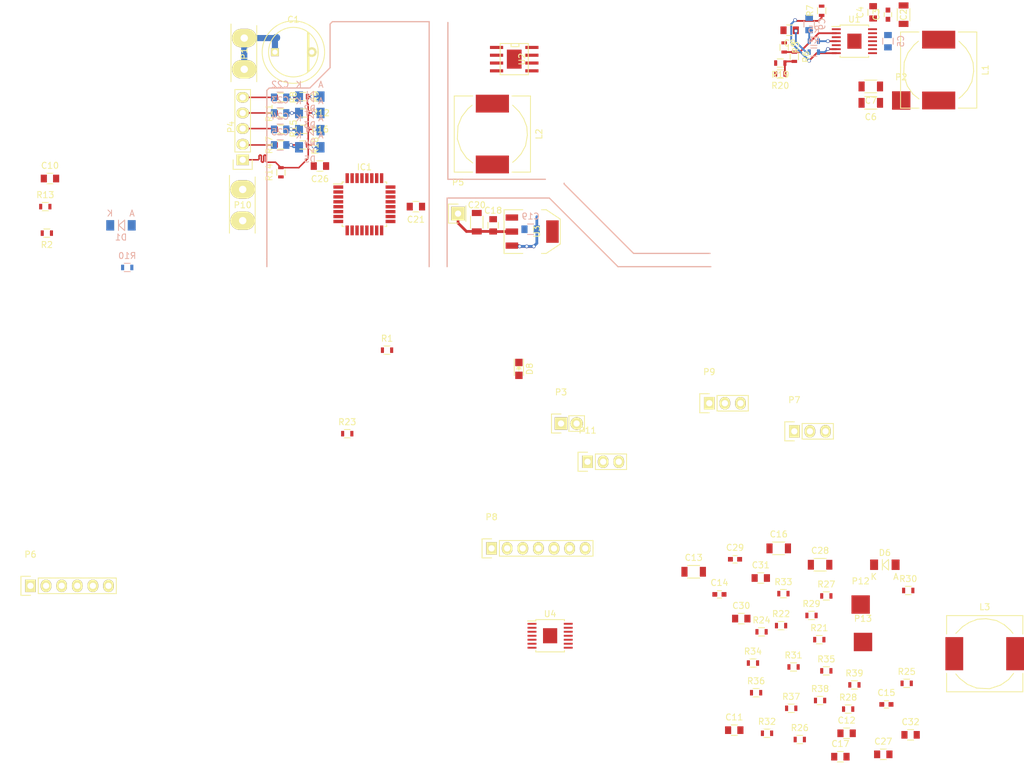
<source format=kicad_pcb>
(kicad_pcb (version 4) (host pcbnew 0.201511171411+6319~30~ubuntu15.10.1-product)

  (general
    (links 205)
    (no_connects 168)
    (area 0 0 0 0)
    (thickness 1.6)
    (drawings 19)
    (tracks 141)
    (zones 0)
    (modules 99)
    (nets 67)
  )

  (page A4)
  (layers
    (0 F.Cu signal)
    (31 B.Cu signal)
    (32 B.Adhes user)
    (33 F.Adhes user)
    (34 B.Paste user)
    (35 F.Paste user)
    (36 B.SilkS user)
    (37 F.SilkS user)
    (38 B.Mask user)
    (39 F.Mask user)
    (40 Dwgs.User user)
    (41 Cmts.User user)
    (42 Eco1.User user)
    (43 Eco2.User user)
    (44 Edge.Cuts user)
    (45 Margin user)
    (46 B.CrtYd user)
    (47 F.CrtYd user)
    (48 B.Fab user)
    (49 F.Fab user)
  )

  (setup
    (last_trace_width 0.3)
    (user_trace_width 0.25)
    (user_trace_width 0.3)
    (user_trace_width 0.45)
    (user_trace_width 0.7)
    (user_trace_width 1)
    (user_trace_width 1.5)
    (user_trace_width 3)
    (trace_clearance 0.2)
    (zone_clearance 0.508)
    (zone_45_only no)
    (trace_min 0.2)
    (segment_width 0.2)
    (edge_width 0.15)
    (via_size 0.6)
    (via_drill 0.4)
    (via_min_size 0.4)
    (via_min_drill 0.3)
    (uvia_size 0.3)
    (uvia_drill 0.1)
    (uvias_allowed no)
    (uvia_min_size 0)
    (uvia_min_drill 0)
    (pcb_text_width 0.3)
    (pcb_text_size 1.5 1.5)
    (mod_edge_width 0.15)
    (mod_text_size 1 1)
    (mod_text_width 0.15)
    (pad_size 1.524 1.524)
    (pad_drill 0.762)
    (pad_to_mask_clearance 0.2)
    (aux_axis_origin 0 0)
    (visible_elements FFFFF77F)
    (pcbplotparams
      (layerselection 0x00030_80000001)
      (usegerberextensions false)
      (excludeedgelayer true)
      (linewidth 0.100000)
      (plotframeref false)
      (viasonmask false)
      (mode 1)
      (useauxorigin false)
      (hpglpennumber 1)
      (hpglpenspeed 20)
      (hpglpendiameter 15)
      (hpglpenoverlay 2)
      (psnegative false)
      (psa4output false)
      (plotreference true)
      (plotvalue true)
      (plotinvisibletext false)
      (padsonsilk false)
      (subtractmaskfromsilk false)
      (outputformat 1)
      (mirror false)
      (drillshape 1)
      (scaleselection 1)
      (outputdirectory ""))
  )

  (net 0 "")
  (net 1 AkkuIn)
  (net 2 GND)
  (net 3 /Switch_5V)
  (net 4 "Net-(C5-Pad2)")
  (net 5 +5V)
  (net 6 "Net-(C8-Pad1)")
  (net 7 "Net-(C9-Pad1)")
  (net 8 /ADC5)
  (net 9 AGND)
  (net 10 +12V)
  (net 11 /ADC6)
  (net 12 Analog_5V)
  (net 13 "Net-(C21-Pad2)")
  (net 14 /ADC0)
  (net 15 /ADC1)
  (net 16 /ADC2)
  (net 17 /ADC3)
  (net 18 /ADC4)
  (net 19 "Net-(D8-Pad2)")
  (net 20 "Net-(IC1-Pad1)")
  (net 21 "Net-(IC1-Pad2)")
  (net 22 "Net-(IC1-Pad7)")
  (net 23 "Net-(IC1-Pad8)")
  (net 24 "Net-(IC1-Pad9)")
  (net 25 "Net-(IC1-Pad10)")
  (net 26 "Net-(IC1-Pad11)")
  (net 27 "Net-(IC1-Pad12)")
  (net 28 "Net-(IC1-Pad13)")
  (net 29 "Net-(IC1-Pad14)")
  (net 30 /MOSI)
  (net 31 /MISO)
  (net 32 /SCK)
  (net 33 /ADC7)
  (net 34 /RESET)
  (net 35 "Net-(IC1-Pad30)")
  (net 36 "Net-(IC1-Pad31)")
  (net 37 "Net-(IC1-Pad32)")
  (net 38 "Net-(P3-Pad1)")
  (net 39 /Z_Reserve)
  (net 40 /Z1)
  (net 41 /Z2)
  (net 42 /Z3)
  (net 43 /Z4)
  (net 44 /VFB_5V)
  (net 45 "Net-(R4-Pad1)")
  (net 46 "Net-(R5-Pad1)")
  (net 47 "Net-(R7-Pad1)")
  (net 48 /VFB_12V)
  (net 49 "Net-(U2-Pad7)")
  (net 50 "Net-(R19-Pad1)")
  (net 51 "Net-(C12-Pad1)")
  (net 52 "Net-(C12-Pad2)")
  (net 53 "Net-(C14-Pad1)")
  (net 54 "Net-(C15-Pad1)")
  (net 55 "Net-(C27-Pad2)")
  (net 56 +3V3)
  (net 57 "Net-(C30-Pad1)")
  (net 58 "Net-(C31-Pad1)")
  (net 59 "Net-(R20-Pad1)")
  (net 60 "Net-(R26-Pad1)")
  (net 61 "Net-(R26-Pad2)")
  (net 62 "Net-(R28-Pad1)")
  (net 63 "Net-(R32-Pad1)")
  (net 64 "Net-(R33-Pad1)")
  (net 65 "Net-(R34-Pad2)")
  (net 66 "Net-(R35-Pad1)")

  (net_class Default "Dies ist die voreingestellte Netzklasse."
    (clearance 0.2)
    (trace_width 0.25)
    (via_dia 0.6)
    (via_drill 0.4)
    (uvia_dia 0.3)
    (uvia_drill 0.1)
    (add_net +3V3)
    (add_net +5V)
    (add_net /ADC0)
    (add_net /ADC1)
    (add_net /ADC2)
    (add_net /ADC3)
    (add_net /ADC4)
    (add_net /ADC5)
    (add_net /ADC6)
    (add_net /ADC7)
    (add_net /MISO)
    (add_net /MOSI)
    (add_net /RESET)
    (add_net /SCK)
    (add_net /Switch_5V)
    (add_net /VFB_12V)
    (add_net /VFB_5V)
    (add_net AGND)
    (add_net Analog_5V)
    (add_net GND)
    (add_net "Net-(C12-Pad1)")
    (add_net "Net-(C12-Pad2)")
    (add_net "Net-(C14-Pad1)")
    (add_net "Net-(C15-Pad1)")
    (add_net "Net-(C21-Pad2)")
    (add_net "Net-(C27-Pad2)")
    (add_net "Net-(C30-Pad1)")
    (add_net "Net-(C31-Pad1)")
    (add_net "Net-(C5-Pad2)")
    (add_net "Net-(C8-Pad1)")
    (add_net "Net-(C9-Pad1)")
    (add_net "Net-(D8-Pad2)")
    (add_net "Net-(IC1-Pad1)")
    (add_net "Net-(IC1-Pad10)")
    (add_net "Net-(IC1-Pad11)")
    (add_net "Net-(IC1-Pad12)")
    (add_net "Net-(IC1-Pad13)")
    (add_net "Net-(IC1-Pad14)")
    (add_net "Net-(IC1-Pad2)")
    (add_net "Net-(IC1-Pad30)")
    (add_net "Net-(IC1-Pad31)")
    (add_net "Net-(IC1-Pad32)")
    (add_net "Net-(IC1-Pad7)")
    (add_net "Net-(IC1-Pad8)")
    (add_net "Net-(IC1-Pad9)")
    (add_net "Net-(P3-Pad1)")
    (add_net "Net-(R19-Pad1)")
    (add_net "Net-(R20-Pad1)")
    (add_net "Net-(R26-Pad1)")
    (add_net "Net-(R26-Pad2)")
    (add_net "Net-(R28-Pad1)")
    (add_net "Net-(R32-Pad1)")
    (add_net "Net-(R33-Pad1)")
    (add_net "Net-(R34-Pad2)")
    (add_net "Net-(R35-Pad1)")
    (add_net "Net-(R4-Pad1)")
    (add_net "Net-(R5-Pad1)")
    (add_net "Net-(R7-Pad1)")
    (add_net "Net-(U2-Pad7)")
  )

  (net_class Rails ""
    (clearance 0.3)
    (trace_width 0.25)
    (via_dia 0.6)
    (via_drill 0.4)
    (uvia_dia 0.3)
    (uvia_drill 0.1)
    (add_net +12V)
    (add_net /Z1)
    (add_net /Z2)
    (add_net /Z3)
    (add_net /Z4)
    (add_net /Z_Reserve)
    (add_net AkkuIn)
  )

  (module Capacitors_ThroughHole:C_Radial_D8_L13_P3.8 (layer F.Cu) (tedit 565E9D34) (tstamp 565D85AC)
    (at 132.588 44.45)
    (descr "Radial Electrolytic Capacitor Diameter 8mm x Length 13mm, Pitch 3.8mm")
    (tags "Electrolytic Capacitor")
    (path /565DC1B8)
    (fp_text reference C1 (at 1.9 -5.3) (layer F.SilkS)
      (effects (font (size 1 1) (thickness 0.15)))
    )
    (fp_text value 100µ (at 1.9 5.3) (layer F.Fab)
      (effects (font (size 1 1) (thickness 0.15)))
    )
    (fp_circle (center 4.9022 0) (end 4.1656 -0.0254) (layer F.SilkS) (width 0.15))
    (fp_line (start 4.445 0.762) (end 4.445 3.048) (layer F.SilkS) (width 0.15))
    (fp_line (start 4.445 -3.048) (end 4.445 -0.635) (layer F.SilkS) (width 0.15))
    (fp_line (start 4.318 0.508) (end 4.318 3.048) (layer F.SilkS) (width 0.15))
    (fp_line (start 4.318 -3.175) (end 4.318 -0.508) (layer F.SilkS) (width 0.15))
    (fp_line (start 4.191 -3.175) (end 4.191 3.302) (layer F.SilkS) (width 0.15))
    (fp_circle (center 1.905 0) (end 6.985 0) (layer F.SilkS) (width 0.15))
    (fp_line (start 5.895 -0.2) (end 5.895 0.2) (layer F.SilkS) (width 0.15))
    (fp_circle (center 1.9 0) (end 1.9 -4.0375) (layer F.SilkS) (width 0.15))
    (fp_circle (center 1.9 0) (end 1.9 -4.3) (layer F.CrtYd) (width 0.05))
    (pad 1 thru_hole rect (at -1.1 0) (size 1.3 1.3) (drill 0.8) (layers *.Cu *.Mask F.SilkS)
      (net 1 AkkuIn))
    (pad 2 thru_hole circle (at 4.9 0) (size 1.3 1.3) (drill 0.8) (layers *.Cu *.Mask F.SilkS)
      (net 2 GND))
    (model Capacitors_ThroughHole.3dshapes/C_Radial_D8_L13_P3.8.wrl
      (at (xyz 0.0748031 0 0))
      (scale (xyz 1 1 1))
      (rotate (xyz 0 0 90))
    )
  )

  (module Capacitors_SMD:C_1206 (layer F.Cu) (tedit 565D8D8B) (tstamp 565D85B2)
    (at 233.807 38.354 90)
    (descr "Capacitor SMD 1206, reflow soldering, AVX (see smccp.pdf)")
    (tags "capacitor 1206")
    (path /56609926)
    (attr smd)
    (fp_text reference C2 (at 0 0 90) (layer F.SilkS)
      (effects (font (size 1 1) (thickness 0.15)))
    )
    (fp_text value 22µ (at 0 2.54 90) (layer F.Fab)
      (effects (font (size 1 1) (thickness 0.15)))
    )
    (fp_line (start -2.3 -1.15) (end 2.3 -1.15) (layer F.CrtYd) (width 0.05))
    (fp_line (start -2.3 1.15) (end 2.3 1.15) (layer F.CrtYd) (width 0.05))
    (fp_line (start -2.3 -1.15) (end -2.3 1.15) (layer F.CrtYd) (width 0.05))
    (fp_line (start 2.3 -1.15) (end 2.3 1.15) (layer F.CrtYd) (width 0.05))
    (fp_line (start 1 -1.025) (end -1 -1.025) (layer F.SilkS) (width 0.15))
    (fp_line (start -1 1.025) (end 1 1.025) (layer F.SilkS) (width 0.15))
    (pad 1 smd rect (at -1.5 0 90) (size 1 1.6) (layers F.Cu F.Paste F.Mask)
      (net 1 AkkuIn))
    (pad 2 smd rect (at 1.5 0 90) (size 1 1.6) (layers F.Cu F.Paste F.Mask)
      (net 2 GND))
    (model Capacitors_SMD.3dshapes/C_1206.wrl
      (at (xyz 0 0 0))
      (scale (xyz 1 1 1))
      (rotate (xyz 0 0 0))
    )
  )

  (module Capacitors_SMD:C_0805 (layer F.Cu) (tedit 5415D6EA) (tstamp 565D85BE)
    (at 228.854 37.973 90)
    (descr "Capacitor SMD 0805, reflow soldering, AVX (see smccp.pdf)")
    (tags "capacitor 0805")
    (path /565E6B6D)
    (attr smd)
    (fp_text reference C4 (at 0 -2.1 90) (layer F.SilkS)
      (effects (font (size 1 1) (thickness 0.15)))
    )
    (fp_text value 100n (at 0 2.1 90) (layer F.Fab)
      (effects (font (size 1 1) (thickness 0.15)))
    )
    (fp_line (start -1.8 -1) (end 1.8 -1) (layer F.CrtYd) (width 0.05))
    (fp_line (start -1.8 1) (end 1.8 1) (layer F.CrtYd) (width 0.05))
    (fp_line (start -1.8 -1) (end -1.8 1) (layer F.CrtYd) (width 0.05))
    (fp_line (start 1.8 -1) (end 1.8 1) (layer F.CrtYd) (width 0.05))
    (fp_line (start 0.5 -0.85) (end -0.5 -0.85) (layer F.SilkS) (width 0.15))
    (fp_line (start -0.5 0.85) (end 0.5 0.85) (layer F.SilkS) (width 0.15))
    (pad 1 smd rect (at -1 0 90) (size 1 1.25) (layers F.Cu F.Paste F.Mask)
      (net 1 AkkuIn))
    (pad 2 smd rect (at 1 0 90) (size 1 1.25) (layers F.Cu F.Paste F.Mask)
      (net 2 GND))
    (model Capacitors_SMD.3dshapes/C_0805.wrl
      (at (xyz 0 0 0))
      (scale (xyz 1 1 1))
      (rotate (xyz 0 0 0))
    )
  )

  (module Capacitors_SMD:C_0805 (layer B.Cu) (tedit 5415D6EA) (tstamp 565D85C4)
    (at 231.267 42.672 90)
    (descr "Capacitor SMD 0805, reflow soldering, AVX (see smccp.pdf)")
    (tags "capacitor 0805")
    (path /565D4AF9)
    (attr smd)
    (fp_text reference C5 (at 0 2.1 90) (layer B.SilkS)
      (effects (font (size 1 1) (thickness 0.15)) (justify mirror))
    )
    (fp_text value 100n (at 0 -2.1 90) (layer B.Fab)
      (effects (font (size 1 1) (thickness 0.15)) (justify mirror))
    )
    (fp_line (start -1.8 1) (end 1.8 1) (layer B.CrtYd) (width 0.05))
    (fp_line (start -1.8 -1) (end 1.8 -1) (layer B.CrtYd) (width 0.05))
    (fp_line (start -1.8 1) (end -1.8 -1) (layer B.CrtYd) (width 0.05))
    (fp_line (start 1.8 1) (end 1.8 -1) (layer B.CrtYd) (width 0.05))
    (fp_line (start 0.5 0.85) (end -0.5 0.85) (layer B.SilkS) (width 0.15))
    (fp_line (start -0.5 -0.85) (end 0.5 -0.85) (layer B.SilkS) (width 0.15))
    (pad 1 smd rect (at -1 0 90) (size 1 1.25) (layers B.Cu B.Paste B.Mask)
      (net 3 /Switch_5V))
    (pad 2 smd rect (at 1 0 90) (size 1 1.25) (layers B.Cu B.Paste B.Mask)
      (net 4 "Net-(C5-Pad2)"))
    (model Capacitors_SMD.3dshapes/C_0805.wrl
      (at (xyz 0 0 0))
      (scale (xyz 1 1 1))
      (rotate (xyz 0 0 0))
    )
  )

  (module Capacitors_SMD:C_1206 (layer F.Cu) (tedit 5415D7BD) (tstamp 565D85CA)
    (at 228.473 52.705 180)
    (descr "Capacitor SMD 1206, reflow soldering, AVX (see smccp.pdf)")
    (tags "capacitor 1206")
    (path /565D5093)
    (attr smd)
    (fp_text reference C6 (at 0 -2.3 180) (layer F.SilkS)
      (effects (font (size 1 1) (thickness 0.15)))
    )
    (fp_text value 47µ (at 0 2.3 180) (layer F.Fab)
      (effects (font (size 1 1) (thickness 0.15)))
    )
    (fp_line (start -2.3 -1.15) (end 2.3 -1.15) (layer F.CrtYd) (width 0.05))
    (fp_line (start -2.3 1.15) (end 2.3 1.15) (layer F.CrtYd) (width 0.05))
    (fp_line (start -2.3 -1.15) (end -2.3 1.15) (layer F.CrtYd) (width 0.05))
    (fp_line (start 2.3 -1.15) (end 2.3 1.15) (layer F.CrtYd) (width 0.05))
    (fp_line (start 1 -1.025) (end -1 -1.025) (layer F.SilkS) (width 0.15))
    (fp_line (start -1 1.025) (end 1 1.025) (layer F.SilkS) (width 0.15))
    (pad 1 smd rect (at -1.5 0 180) (size 1 1.6) (layers F.Cu F.Paste F.Mask)
      (net 5 +5V))
    (pad 2 smd rect (at 1.5 0 180) (size 1 1.6) (layers F.Cu F.Paste F.Mask)
      (net 2 GND))
    (model Capacitors_SMD.3dshapes/C_1206.wrl
      (at (xyz 0 0 0))
      (scale (xyz 1 1 1))
      (rotate (xyz 0 0 0))
    )
  )

  (module Capacitors_SMD:C_1206 (layer F.Cu) (tedit 5415D7BD) (tstamp 565D85D0)
    (at 228.473 50.038 180)
    (descr "Capacitor SMD 1206, reflow soldering, AVX (see smccp.pdf)")
    (tags "capacitor 1206")
    (path /565FAEB6)
    (attr smd)
    (fp_text reference C7 (at 0 -2.3 180) (layer F.SilkS)
      (effects (font (size 1 1) (thickness 0.15)))
    )
    (fp_text value 10µ (at 0 2.3 180) (layer F.Fab)
      (effects (font (size 1 1) (thickness 0.15)))
    )
    (fp_line (start -2.3 -1.15) (end 2.3 -1.15) (layer F.CrtYd) (width 0.05))
    (fp_line (start -2.3 1.15) (end 2.3 1.15) (layer F.CrtYd) (width 0.05))
    (fp_line (start -2.3 -1.15) (end -2.3 1.15) (layer F.CrtYd) (width 0.05))
    (fp_line (start 2.3 -1.15) (end 2.3 1.15) (layer F.CrtYd) (width 0.05))
    (fp_line (start 1 -1.025) (end -1 -1.025) (layer F.SilkS) (width 0.15))
    (fp_line (start -1 1.025) (end 1 1.025) (layer F.SilkS) (width 0.15))
    (pad 1 smd rect (at -1.5 0 180) (size 1 1.6) (layers F.Cu F.Paste F.Mask)
      (net 1 AkkuIn))
    (pad 2 smd rect (at 1.5 0 180) (size 1 1.6) (layers F.Cu F.Paste F.Mask)
      (net 2 GND))
    (model Capacitors_SMD.3dshapes/C_1206.wrl
      (at (xyz 0 0 0))
      (scale (xyz 1 1 1))
      (rotate (xyz 0 0 0))
    )
  )

  (module Capacitors_SMD:C_0805 (layer F.Cu) (tedit 5415D6EA) (tstamp 565D85D6)
    (at 215.265 40.894 180)
    (descr "Capacitor SMD 0805, reflow soldering, AVX (see smccp.pdf)")
    (tags "capacitor 0805")
    (path /565D8AA9)
    (attr smd)
    (fp_text reference C8 (at 0 -2.1 180) (layer F.SilkS)
      (effects (font (size 1 1) (thickness 0.15)))
    )
    (fp_text value 1µ (at 0 2.1 180) (layer F.Fab)
      (effects (font (size 1 1) (thickness 0.15)))
    )
    (fp_line (start -1.8 -1) (end 1.8 -1) (layer F.CrtYd) (width 0.05))
    (fp_line (start -1.8 1) (end 1.8 1) (layer F.CrtYd) (width 0.05))
    (fp_line (start -1.8 -1) (end -1.8 1) (layer F.CrtYd) (width 0.05))
    (fp_line (start 1.8 -1) (end 1.8 1) (layer F.CrtYd) (width 0.05))
    (fp_line (start 0.5 -0.85) (end -0.5 -0.85) (layer F.SilkS) (width 0.15))
    (fp_line (start -0.5 0.85) (end 0.5 0.85) (layer F.SilkS) (width 0.15))
    (pad 1 smd rect (at -1 0 180) (size 1 1.25) (layers F.Cu F.Paste F.Mask)
      (net 6 "Net-(C8-Pad1)"))
    (pad 2 smd rect (at 1 0 180) (size 1 1.25) (layers F.Cu F.Paste F.Mask)
      (net 2 GND))
    (model Capacitors_SMD.3dshapes/C_0805.wrl
      (at (xyz 0 0 0))
      (scale (xyz 1 1 1))
      (rotate (xyz 0 0 0))
    )
  )

  (module Capacitors_SMD:C_0805 (layer B.Cu) (tedit 5415D6EA) (tstamp 565D85DC)
    (at 218.44 39.878 90)
    (descr "Capacitor SMD 0805, reflow soldering, AVX (see smccp.pdf)")
    (tags "capacitor 0805")
    (path /565D7FE6)
    (attr smd)
    (fp_text reference C9 (at 0 2.1 90) (layer B.SilkS)
      (effects (font (size 1 1) (thickness 0.15)) (justify mirror))
    )
    (fp_text value 3.3n (at 0 -2.1 90) (layer B.Fab)
      (effects (font (size 1 1) (thickness 0.15)) (justify mirror))
    )
    (fp_line (start -1.8 1) (end 1.8 1) (layer B.CrtYd) (width 0.05))
    (fp_line (start -1.8 -1) (end 1.8 -1) (layer B.CrtYd) (width 0.05))
    (fp_line (start -1.8 1) (end -1.8 -1) (layer B.CrtYd) (width 0.05))
    (fp_line (start 1.8 1) (end 1.8 -1) (layer B.CrtYd) (width 0.05))
    (fp_line (start 0.5 0.85) (end -0.5 0.85) (layer B.SilkS) (width 0.15))
    (fp_line (start -0.5 -0.85) (end 0.5 -0.85) (layer B.SilkS) (width 0.15))
    (pad 1 smd rect (at -1 0 90) (size 1 1.25) (layers B.Cu B.Paste B.Mask)
      (net 7 "Net-(C9-Pad1)"))
    (pad 2 smd rect (at 1 0 90) (size 1 1.25) (layers B.Cu B.Paste B.Mask)
      (net 2 GND))
    (model Capacitors_SMD.3dshapes/C_0805.wrl
      (at (xyz 0 0 0))
      (scale (xyz 1 1 1))
      (rotate (xyz 0 0 0))
    )
  )

  (module Capacitors_SMD:C_0805 (layer F.Cu) (tedit 5415D6EA) (tstamp 565D85E2)
    (at 94.869 65.024)
    (descr "Capacitor SMD 0805, reflow soldering, AVX (see smccp.pdf)")
    (tags "capacitor 0805")
    (path /565E4F5D)
    (attr smd)
    (fp_text reference C10 (at 0 -2.1) (layer F.SilkS)
      (effects (font (size 1 1) (thickness 0.15)))
    )
    (fp_text value 100n (at 0 2.1) (layer F.Fab)
      (effects (font (size 1 1) (thickness 0.15)))
    )
    (fp_line (start -1.8 -1) (end 1.8 -1) (layer F.CrtYd) (width 0.05))
    (fp_line (start -1.8 1) (end 1.8 1) (layer F.CrtYd) (width 0.05))
    (fp_line (start -1.8 -1) (end -1.8 1) (layer F.CrtYd) (width 0.05))
    (fp_line (start 1.8 -1) (end 1.8 1) (layer F.CrtYd) (width 0.05))
    (fp_line (start 0.5 -0.85) (end -0.5 -0.85) (layer F.SilkS) (width 0.15))
    (fp_line (start -0.5 0.85) (end 0.5 0.85) (layer F.SilkS) (width 0.15))
    (pad 1 smd rect (at -1 0) (size 1 1.25) (layers F.Cu F.Paste F.Mask)
      (net 8 /ADC5))
    (pad 2 smd rect (at 1 0) (size 1 1.25) (layers F.Cu F.Paste F.Mask)
      (net 9 AGND))
    (model Capacitors_SMD.3dshapes/C_0805.wrl
      (at (xyz 0 0 0))
      (scale (xyz 1 1 1))
      (rotate (xyz 0 0 0))
    )
  )

  (module Capacitors_SMD:C_0805 (layer F.Cu) (tedit 565EBBF3) (tstamp 565D8612)
    (at 167.005 72.644 90)
    (descr "Capacitor SMD 0805, reflow soldering, AVX (see smccp.pdf)")
    (tags "capacitor 0805")
    (path /565C5930)
    (attr smd)
    (fp_text reference C18 (at 2.413 0 180) (layer F.SilkS)
      (effects (font (size 1 1) (thickness 0.15)))
    )
    (fp_text value 100n (at 0 2.1 90) (layer F.Fab)
      (effects (font (size 1 1) (thickness 0.15)))
    )
    (fp_line (start -1.8 -1) (end 1.8 -1) (layer F.CrtYd) (width 0.05))
    (fp_line (start -1.8 1) (end 1.8 1) (layer F.CrtYd) (width 0.05))
    (fp_line (start -1.8 -1) (end -1.8 1) (layer F.CrtYd) (width 0.05))
    (fp_line (start 1.8 -1) (end 1.8 1) (layer F.CrtYd) (width 0.05))
    (fp_line (start 0.5 -0.85) (end -0.5 -0.85) (layer F.SilkS) (width 0.15))
    (fp_line (start -0.5 0.85) (end 0.5 0.85) (layer F.SilkS) (width 0.15))
    (pad 1 smd rect (at -1 0 90) (size 1 1.25) (layers F.Cu F.Paste F.Mask)
      (net 12 Analog_5V))
    (pad 2 smd rect (at 1 0 90) (size 1 1.25) (layers F.Cu F.Paste F.Mask)
      (net 2 GND))
    (model Capacitors_SMD.3dshapes/C_0805.wrl
      (at (xyz 0 0 0))
      (scale (xyz 1 1 1))
      (rotate (xyz 0 0 0))
    )
  )

  (module Capacitors_SMD:C_0805 (layer B.Cu) (tedit 5415D6EA) (tstamp 565D8618)
    (at 173.101 73.279 180)
    (descr "Capacitor SMD 0805, reflow soldering, AVX (see smccp.pdf)")
    (tags "capacitor 0805")
    (path /565C5AFD)
    (attr smd)
    (fp_text reference C19 (at 0 2.1 180) (layer B.SilkS)
      (effects (font (size 1 1) (thickness 0.15)) (justify mirror))
    )
    (fp_text value 100n (at 0 -2.1 180) (layer B.Fab)
      (effects (font (size 1 1) (thickness 0.15)) (justify mirror))
    )
    (fp_line (start -1.8 1) (end 1.8 1) (layer B.CrtYd) (width 0.05))
    (fp_line (start -1.8 -1) (end 1.8 -1) (layer B.CrtYd) (width 0.05))
    (fp_line (start -1.8 1) (end -1.8 -1) (layer B.CrtYd) (width 0.05))
    (fp_line (start 1.8 1) (end 1.8 -1) (layer B.CrtYd) (width 0.05))
    (fp_line (start 0.5 0.85) (end -0.5 0.85) (layer B.SilkS) (width 0.15))
    (fp_line (start -0.5 -0.85) (end 0.5 -0.85) (layer B.SilkS) (width 0.15))
    (pad 1 smd rect (at -1 0 180) (size 1 1.25) (layers B.Cu B.Paste B.Mask)
      (net 10 +12V))
    (pad 2 smd rect (at 1 0 180) (size 1 1.25) (layers B.Cu B.Paste B.Mask)
      (net 2 GND))
    (model Capacitors_SMD.3dshapes/C_0805.wrl
      (at (xyz 0 0 0))
      (scale (xyz 1 1 1))
      (rotate (xyz 0 0 0))
    )
  )

  (module Capacitors_SMD:C_1206 (layer F.Cu) (tedit 565EBBF0) (tstamp 565D861E)
    (at 164.338 72.136 90)
    (descr "Capacitor SMD 1206, reflow soldering, AVX (see smccp.pdf)")
    (tags "capacitor 1206")
    (path /565C6627)
    (attr smd)
    (fp_text reference C20 (at 2.794 0 180) (layer F.SilkS)
      (effects (font (size 1 1) (thickness 0.15)))
    )
    (fp_text value 10µ (at 0 2.3 90) (layer F.Fab)
      (effects (font (size 1 1) (thickness 0.15)))
    )
    (fp_line (start -2.3 -1.15) (end 2.3 -1.15) (layer F.CrtYd) (width 0.05))
    (fp_line (start -2.3 1.15) (end 2.3 1.15) (layer F.CrtYd) (width 0.05))
    (fp_line (start -2.3 -1.15) (end -2.3 1.15) (layer F.CrtYd) (width 0.05))
    (fp_line (start 2.3 -1.15) (end 2.3 1.15) (layer F.CrtYd) (width 0.05))
    (fp_line (start 1 -1.025) (end -1 -1.025) (layer F.SilkS) (width 0.15))
    (fp_line (start -1 1.025) (end 1 1.025) (layer F.SilkS) (width 0.15))
    (pad 1 smd rect (at -1.5 0 90) (size 1 1.6) (layers F.Cu F.Paste F.Mask)
      (net 12 Analog_5V))
    (pad 2 smd rect (at 1.5 0 90) (size 1 1.6) (layers F.Cu F.Paste F.Mask)
      (net 2 GND))
    (model Capacitors_SMD.3dshapes/C_1206.wrl
      (at (xyz 0 0 0))
      (scale (xyz 1 1 1))
      (rotate (xyz 0 0 0))
    )
  )

  (module Capacitors_SMD:C_0805 (layer F.Cu) (tedit 5415D6EA) (tstamp 565D8624)
    (at 154.432 69.596 180)
    (descr "Capacitor SMD 0805, reflow soldering, AVX (see smccp.pdf)")
    (tags "capacitor 0805")
    (path /565C8941)
    (attr smd)
    (fp_text reference C21 (at 0 -2.1 180) (layer F.SilkS)
      (effects (font (size 1 1) (thickness 0.15)))
    )
    (fp_text value 100n (at 0 2.1 180) (layer F.Fab)
      (effects (font (size 1 1) (thickness 0.15)))
    )
    (fp_line (start -1.8 -1) (end 1.8 -1) (layer F.CrtYd) (width 0.05))
    (fp_line (start -1.8 1) (end 1.8 1) (layer F.CrtYd) (width 0.05))
    (fp_line (start -1.8 -1) (end -1.8 1) (layer F.CrtYd) (width 0.05))
    (fp_line (start 1.8 -1) (end 1.8 1) (layer F.CrtYd) (width 0.05))
    (fp_line (start 0.5 -0.85) (end -0.5 -0.85) (layer F.SilkS) (width 0.15))
    (fp_line (start -0.5 0.85) (end 0.5 0.85) (layer F.SilkS) (width 0.15))
    (pad 1 smd rect (at -1 0 180) (size 1 1.25) (layers F.Cu F.Paste F.Mask)
      (net 2 GND))
    (pad 2 smd rect (at 1 0 180) (size 1 1.25) (layers F.Cu F.Paste F.Mask)
      (net 13 "Net-(C21-Pad2)"))
    (model Capacitors_SMD.3dshapes/C_0805.wrl
      (at (xyz 0 0 0))
      (scale (xyz 1 1 1))
      (rotate (xyz 0 0 0))
    )
  )

  (module Capacitors_SMD:C_0805 (layer B.Cu) (tedit 5415D6EA) (tstamp 565D862A)
    (at 132.334 51.816 180)
    (descr "Capacitor SMD 0805, reflow soldering, AVX (see smccp.pdf)")
    (tags "capacitor 0805")
    (path /565C4047)
    (attr smd)
    (fp_text reference C22 (at 0 2.1 180) (layer B.SilkS)
      (effects (font (size 1 1) (thickness 0.15)) (justify mirror))
    )
    (fp_text value 100n (at 0 -2.1 180) (layer B.Fab)
      (effects (font (size 1 1) (thickness 0.15)) (justify mirror))
    )
    (fp_line (start -1.8 1) (end 1.8 1) (layer B.CrtYd) (width 0.05))
    (fp_line (start -1.8 -1) (end 1.8 -1) (layer B.CrtYd) (width 0.05))
    (fp_line (start -1.8 1) (end -1.8 -1) (layer B.CrtYd) (width 0.05))
    (fp_line (start 1.8 1) (end 1.8 -1) (layer B.CrtYd) (width 0.05))
    (fp_line (start 0.5 0.85) (end -0.5 0.85) (layer B.SilkS) (width 0.15))
    (fp_line (start -0.5 -0.85) (end 0.5 -0.85) (layer B.SilkS) (width 0.15))
    (pad 1 smd rect (at -1 0 180) (size 1 1.25) (layers B.Cu B.Paste B.Mask)
      (net 14 /ADC0))
    (pad 2 smd rect (at 1 0 180) (size 1 1.25) (layers B.Cu B.Paste B.Mask)
      (net 2 GND))
    (model Capacitors_SMD.3dshapes/C_0805.wrl
      (at (xyz 0 0 0))
      (scale (xyz 1 1 1))
      (rotate (xyz 0 0 0))
    )
  )

  (module Capacitors_SMD:C_0805 (layer B.Cu) (tedit 5415D6EA) (tstamp 565D8630)
    (at 132.334 54.356 180)
    (descr "Capacitor SMD 0805, reflow soldering, AVX (see smccp.pdf)")
    (tags "capacitor 0805")
    (path /565C86B6)
    (attr smd)
    (fp_text reference C23 (at 0 2.1 180) (layer B.SilkS)
      (effects (font (size 1 1) (thickness 0.15)) (justify mirror))
    )
    (fp_text value 100n (at 0 -2.1 180) (layer B.Fab)
      (effects (font (size 1 1) (thickness 0.15)) (justify mirror))
    )
    (fp_line (start -1.8 1) (end 1.8 1) (layer B.CrtYd) (width 0.05))
    (fp_line (start -1.8 -1) (end 1.8 -1) (layer B.CrtYd) (width 0.05))
    (fp_line (start -1.8 1) (end -1.8 -1) (layer B.CrtYd) (width 0.05))
    (fp_line (start 1.8 1) (end 1.8 -1) (layer B.CrtYd) (width 0.05))
    (fp_line (start 0.5 0.85) (end -0.5 0.85) (layer B.SilkS) (width 0.15))
    (fp_line (start -0.5 -0.85) (end 0.5 -0.85) (layer B.SilkS) (width 0.15))
    (pad 1 smd rect (at -1 0 180) (size 1 1.25) (layers B.Cu B.Paste B.Mask)
      (net 15 /ADC1))
    (pad 2 smd rect (at 1 0 180) (size 1 1.25) (layers B.Cu B.Paste B.Mask)
      (net 2 GND))
    (model Capacitors_SMD.3dshapes/C_0805.wrl
      (at (xyz 0 0 0))
      (scale (xyz 1 1 1))
      (rotate (xyz 0 0 0))
    )
  )

  (module Capacitors_SMD:C_0805 (layer B.Cu) (tedit 5415D6EA) (tstamp 565D8636)
    (at 132.334 57.023 180)
    (descr "Capacitor SMD 0805, reflow soldering, AVX (see smccp.pdf)")
    (tags "capacitor 0805")
    (path /565C871F)
    (attr smd)
    (fp_text reference C24 (at 0 2.1 180) (layer B.SilkS)
      (effects (font (size 1 1) (thickness 0.15)) (justify mirror))
    )
    (fp_text value 100n (at 0 -2.1 180) (layer B.Fab)
      (effects (font (size 1 1) (thickness 0.15)) (justify mirror))
    )
    (fp_line (start -1.8 1) (end 1.8 1) (layer B.CrtYd) (width 0.05))
    (fp_line (start -1.8 -1) (end 1.8 -1) (layer B.CrtYd) (width 0.05))
    (fp_line (start -1.8 1) (end -1.8 -1) (layer B.CrtYd) (width 0.05))
    (fp_line (start 1.8 1) (end 1.8 -1) (layer B.CrtYd) (width 0.05))
    (fp_line (start 0.5 0.85) (end -0.5 0.85) (layer B.SilkS) (width 0.15))
    (fp_line (start -0.5 -0.85) (end 0.5 -0.85) (layer B.SilkS) (width 0.15))
    (pad 1 smd rect (at -1 0 180) (size 1 1.25) (layers B.Cu B.Paste B.Mask)
      (net 16 /ADC2))
    (pad 2 smd rect (at 1 0 180) (size 1 1.25) (layers B.Cu B.Paste B.Mask)
      (net 2 GND))
    (model Capacitors_SMD.3dshapes/C_0805.wrl
      (at (xyz 0 0 0))
      (scale (xyz 1 1 1))
      (rotate (xyz 0 0 0))
    )
  )

  (module Capacitors_SMD:C_0805 (layer B.Cu) (tedit 5415D6EA) (tstamp 565D863C)
    (at 132.334 59.563 180)
    (descr "Capacitor SMD 0805, reflow soldering, AVX (see smccp.pdf)")
    (tags "capacitor 0805")
    (path /565C8793)
    (attr smd)
    (fp_text reference C25 (at 0 2.1 180) (layer B.SilkS)
      (effects (font (size 1 1) (thickness 0.15)) (justify mirror))
    )
    (fp_text value 100n (at 0 -2.1 180) (layer B.Fab)
      (effects (font (size 1 1) (thickness 0.15)) (justify mirror))
    )
    (fp_line (start -1.8 1) (end 1.8 1) (layer B.CrtYd) (width 0.05))
    (fp_line (start -1.8 -1) (end 1.8 -1) (layer B.CrtYd) (width 0.05))
    (fp_line (start -1.8 1) (end -1.8 -1) (layer B.CrtYd) (width 0.05))
    (fp_line (start 1.8 1) (end 1.8 -1) (layer B.CrtYd) (width 0.05))
    (fp_line (start 0.5 0.85) (end -0.5 0.85) (layer B.SilkS) (width 0.15))
    (fp_line (start -0.5 -0.85) (end 0.5 -0.85) (layer B.SilkS) (width 0.15))
    (pad 1 smd rect (at -1 0 180) (size 1 1.25) (layers B.Cu B.Paste B.Mask)
      (net 17 /ADC3))
    (pad 2 smd rect (at 1 0 180) (size 1 1.25) (layers B.Cu B.Paste B.Mask)
      (net 2 GND))
    (model Capacitors_SMD.3dshapes/C_0805.wrl
      (at (xyz 0 0 0))
      (scale (xyz 1 1 1))
      (rotate (xyz 0 0 0))
    )
  )

  (module Capacitors_SMD:C_0805 (layer F.Cu) (tedit 5415D6EA) (tstamp 565D8642)
    (at 138.811 62.992 180)
    (descr "Capacitor SMD 0805, reflow soldering, AVX (see smccp.pdf)")
    (tags "capacitor 0805")
    (path /565C8806)
    (attr smd)
    (fp_text reference C26 (at 0 -2.1 180) (layer F.SilkS)
      (effects (font (size 1 1) (thickness 0.15)))
    )
    (fp_text value 100n (at 0 2.1 180) (layer F.Fab)
      (effects (font (size 1 1) (thickness 0.15)))
    )
    (fp_line (start -1.8 -1) (end 1.8 -1) (layer F.CrtYd) (width 0.05))
    (fp_line (start -1.8 1) (end 1.8 1) (layer F.CrtYd) (width 0.05))
    (fp_line (start -1.8 -1) (end -1.8 1) (layer F.CrtYd) (width 0.05))
    (fp_line (start 1.8 -1) (end 1.8 1) (layer F.CrtYd) (width 0.05))
    (fp_line (start 0.5 -0.85) (end -0.5 -0.85) (layer F.SilkS) (width 0.15))
    (fp_line (start -0.5 0.85) (end 0.5 0.85) (layer F.SilkS) (width 0.15))
    (pad 1 smd rect (at -1 0 180) (size 1 1.25) (layers F.Cu F.Paste F.Mask)
      (net 18 /ADC4))
    (pad 2 smd rect (at 1 0 180) (size 1 1.25) (layers F.Cu F.Paste F.Mask)
      (net 2 GND))
    (model Capacitors_SMD.3dshapes/C_0805.wrl
      (at (xyz 0 0 0))
      (scale (xyz 1 1 1))
      (rotate (xyz 0 0 0))
    )
  )

  (module LEDs:LED-0805 (layer F.Cu) (tedit 55BDE1C2) (tstamp 565D8672)
    (at 171.196 96.012 270)
    (descr "LED 0805 smd package")
    (tags "LED 0805 SMD")
    (path /565FCC57)
    (attr smd)
    (fp_text reference D8 (at 0 -1.75 270) (layer F.SilkS)
      (effects (font (size 1 1) (thickness 0.15)))
    )
    (fp_text value LED (at 0 1.75 270) (layer F.Fab)
      (effects (font (size 1 1) (thickness 0.15)))
    )
    (fp_line (start -1.6 0.75) (end 1.1 0.75) (layer F.SilkS) (width 0.15))
    (fp_line (start -1.6 -0.75) (end 1.1 -0.75) (layer F.SilkS) (width 0.15))
    (fp_line (start -0.1 0.15) (end -0.1 -0.1) (layer F.SilkS) (width 0.15))
    (fp_line (start -0.1 -0.1) (end -0.25 0.05) (layer F.SilkS) (width 0.15))
    (fp_line (start -0.35 -0.35) (end -0.35 0.35) (layer F.SilkS) (width 0.15))
    (fp_line (start 0 0) (end 0.35 0) (layer F.SilkS) (width 0.15))
    (fp_line (start -0.35 0) (end 0 -0.35) (layer F.SilkS) (width 0.15))
    (fp_line (start 0 -0.35) (end 0 0.35) (layer F.SilkS) (width 0.15))
    (fp_line (start 0 0.35) (end -0.35 0) (layer F.SilkS) (width 0.15))
    (fp_line (start 1.9 -0.95) (end 1.9 0.95) (layer F.CrtYd) (width 0.05))
    (fp_line (start 1.9 0.95) (end -1.9 0.95) (layer F.CrtYd) (width 0.05))
    (fp_line (start -1.9 0.95) (end -1.9 -0.95) (layer F.CrtYd) (width 0.05))
    (fp_line (start -1.9 -0.95) (end 1.9 -0.95) (layer F.CrtYd) (width 0.05))
    (pad 2 smd rect (at 1.04902 0 90) (size 1.19888 1.19888) (layers F.Cu F.Paste F.Mask)
      (net 19 "Net-(D8-Pad2)"))
    (pad 1 smd rect (at -1.04902 0 90) (size 1.19888 1.19888) (layers F.Cu F.Paste F.Mask)
      (net 2 GND))
    (model LEDs.3dshapes/LED-0805.wrl
      (at (xyz 0 0 0))
      (scale (xyz 1 1 1))
      (rotate (xyz 0 0 0))
    )
  )

  (module Housings_QFP:TQFP-32_7x7mm_Pitch0.8mm (layer F.Cu) (tedit 54130A77) (tstamp 565D8696)
    (at 146.05 69.215)
    (descr "32-Lead Plastic Thin Quad Flatpack (PT) - 7x7x1.0 mm Body, 2.00 mm [TQFP] (see Microchip Packaging Specification 00000049BS.pdf)")
    (tags "QFP 0.8")
    (path /565C2610)
    (attr smd)
    (fp_text reference IC1 (at 0 -6.05) (layer F.SilkS)
      (effects (font (size 1 1) (thickness 0.15)))
    )
    (fp_text value ATMEGA8-AI (at 0 6.05) (layer F.Fab)
      (effects (font (size 1 1) (thickness 0.15)))
    )
    (fp_line (start -5.3 -5.3) (end -5.3 5.3) (layer F.CrtYd) (width 0.05))
    (fp_line (start 5.3 -5.3) (end 5.3 5.3) (layer F.CrtYd) (width 0.05))
    (fp_line (start -5.3 -5.3) (end 5.3 -5.3) (layer F.CrtYd) (width 0.05))
    (fp_line (start -5.3 5.3) (end 5.3 5.3) (layer F.CrtYd) (width 0.05))
    (fp_line (start -3.625 -3.625) (end -3.625 -3.3) (layer F.SilkS) (width 0.15))
    (fp_line (start 3.625 -3.625) (end 3.625 -3.3) (layer F.SilkS) (width 0.15))
    (fp_line (start 3.625 3.625) (end 3.625 3.3) (layer F.SilkS) (width 0.15))
    (fp_line (start -3.625 3.625) (end -3.625 3.3) (layer F.SilkS) (width 0.15))
    (fp_line (start -3.625 -3.625) (end -3.3 -3.625) (layer F.SilkS) (width 0.15))
    (fp_line (start -3.625 3.625) (end -3.3 3.625) (layer F.SilkS) (width 0.15))
    (fp_line (start 3.625 3.625) (end 3.3 3.625) (layer F.SilkS) (width 0.15))
    (fp_line (start 3.625 -3.625) (end 3.3 -3.625) (layer F.SilkS) (width 0.15))
    (fp_line (start -3.625 -3.3) (end -5.05 -3.3) (layer F.SilkS) (width 0.15))
    (pad 1 smd rect (at -4.25 -2.8) (size 1.6 0.55) (layers F.Cu F.Paste F.Mask)
      (net 20 "Net-(IC1-Pad1)"))
    (pad 2 smd rect (at -4.25 -2) (size 1.6 0.55) (layers F.Cu F.Paste F.Mask)
      (net 21 "Net-(IC1-Pad2)"))
    (pad 3 smd rect (at -4.25 -1.2) (size 1.6 0.55) (layers F.Cu F.Paste F.Mask)
      (net 2 GND))
    (pad 4 smd rect (at -4.25 -0.4) (size 1.6 0.55) (layers F.Cu F.Paste F.Mask)
      (net 5 +5V))
    (pad 5 smd rect (at -4.25 0.4) (size 1.6 0.55) (layers F.Cu F.Paste F.Mask)
      (net 2 GND))
    (pad 6 smd rect (at -4.25 1.2) (size 1.6 0.55) (layers F.Cu F.Paste F.Mask)
      (net 5 +5V))
    (pad 7 smd rect (at -4.25 2) (size 1.6 0.55) (layers F.Cu F.Paste F.Mask)
      (net 22 "Net-(IC1-Pad7)"))
    (pad 8 smd rect (at -4.25 2.8) (size 1.6 0.55) (layers F.Cu F.Paste F.Mask)
      (net 23 "Net-(IC1-Pad8)"))
    (pad 9 smd rect (at -2.8 4.25 90) (size 1.6 0.55) (layers F.Cu F.Paste F.Mask)
      (net 24 "Net-(IC1-Pad9)"))
    (pad 10 smd rect (at -2 4.25 90) (size 1.6 0.55) (layers F.Cu F.Paste F.Mask)
      (net 25 "Net-(IC1-Pad10)"))
    (pad 11 smd rect (at -1.2 4.25 90) (size 1.6 0.55) (layers F.Cu F.Paste F.Mask)
      (net 26 "Net-(IC1-Pad11)"))
    (pad 12 smd rect (at -0.4 4.25 90) (size 1.6 0.55) (layers F.Cu F.Paste F.Mask)
      (net 27 "Net-(IC1-Pad12)"))
    (pad 13 smd rect (at 0.4 4.25 90) (size 1.6 0.55) (layers F.Cu F.Paste F.Mask)
      (net 28 "Net-(IC1-Pad13)"))
    (pad 14 smd rect (at 1.2 4.25 90) (size 1.6 0.55) (layers F.Cu F.Paste F.Mask)
      (net 29 "Net-(IC1-Pad14)"))
    (pad 15 smd rect (at 2 4.25 90) (size 1.6 0.55) (layers F.Cu F.Paste F.Mask)
      (net 30 /MOSI))
    (pad 16 smd rect (at 2.8 4.25 90) (size 1.6 0.55) (layers F.Cu F.Paste F.Mask)
      (net 31 /MISO))
    (pad 17 smd rect (at 4.25 2.8) (size 1.6 0.55) (layers F.Cu F.Paste F.Mask)
      (net 32 /SCK))
    (pad 18 smd rect (at 4.25 2) (size 1.6 0.55) (layers F.Cu F.Paste F.Mask)
      (net 12 Analog_5V))
    (pad 19 smd rect (at 4.25 1.2) (size 1.6 0.55) (layers F.Cu F.Paste F.Mask)
      (net 11 /ADC6))
    (pad 20 smd rect (at 4.25 0.4) (size 1.6 0.55) (layers F.Cu F.Paste F.Mask)
      (net 13 "Net-(C21-Pad2)"))
    (pad 21 smd rect (at 4.25 -0.4) (size 1.6 0.55) (layers F.Cu F.Paste F.Mask)
      (net 9 AGND))
    (pad 22 smd rect (at 4.25 -1.2) (size 1.6 0.55) (layers F.Cu F.Paste F.Mask)
      (net 33 /ADC7))
    (pad 23 smd rect (at 4.25 -2) (size 1.6 0.55) (layers F.Cu F.Paste F.Mask)
      (net 14 /ADC0))
    (pad 24 smd rect (at 4.25 -2.8) (size 1.6 0.55) (layers F.Cu F.Paste F.Mask)
      (net 15 /ADC1))
    (pad 25 smd rect (at 2.8 -4.25 90) (size 1.6 0.55) (layers F.Cu F.Paste F.Mask)
      (net 16 /ADC2))
    (pad 26 smd rect (at 2 -4.25 90) (size 1.6 0.55) (layers F.Cu F.Paste F.Mask)
      (net 17 /ADC3))
    (pad 27 smd rect (at 1.2 -4.25 90) (size 1.6 0.55) (layers F.Cu F.Paste F.Mask)
      (net 18 /ADC4))
    (pad 28 smd rect (at 0.4 -4.25 90) (size 1.6 0.55) (layers F.Cu F.Paste F.Mask)
      (net 8 /ADC5))
    (pad 29 smd rect (at -0.4 -4.25 90) (size 1.6 0.55) (layers F.Cu F.Paste F.Mask)
      (net 34 /RESET))
    (pad 30 smd rect (at -1.2 -4.25 90) (size 1.6 0.55) (layers F.Cu F.Paste F.Mask)
      (net 35 "Net-(IC1-Pad30)"))
    (pad 31 smd rect (at -2 -4.25 90) (size 1.6 0.55) (layers F.Cu F.Paste F.Mask)
      (net 36 "Net-(IC1-Pad31)"))
    (pad 32 smd rect (at -2.8 -4.25 90) (size 1.6 0.55) (layers F.Cu F.Paste F.Mask)
      (net 37 "Net-(IC1-Pad32)"))
    (model Housings_QFP.3dshapes/TQFP-32_7x7mm_Pitch0.8mm.wrl
      (at (xyz 0 0 0))
      (scale (xyz 1 1 1))
      (rotate (xyz 0 0 0))
    )
  )

  (module Inductors_NEOSID:Neosid_Inductor_SM-NE127 (layer F.Cu) (tedit 0) (tstamp 565D869C)
    (at 239.522 47.371 270)
    (descr "Neosid, Inductor, SM-NE127, Festinduktivitaet, SMD,")
    (tags "Neosid, Inductor, SM-NE127, Festinduktivitaet, SMD,")
    (path /565D4D1C)
    (attr smd)
    (fp_text reference L1 (at 0 -7.59968 270) (layer F.SilkS)
      (effects (font (size 1 1) (thickness 0.15)))
    )
    (fp_text value 3.3µ (at 0 8.30072 270) (layer F.Fab)
      (effects (font (size 1 1) (thickness 0.15)))
    )
    (fp_line (start -4.699 3.29946) (end -4.09956 4.0005) (layer F.SilkS) (width 0.15))
    (fp_line (start -4.09956 4.0005) (end -2.79908 5.00126) (layer F.SilkS) (width 0.15))
    (fp_line (start -2.79908 5.00126) (end -1.30048 5.6007) (layer F.SilkS) (width 0.15))
    (fp_line (start -1.30048 5.6007) (end 0.8001 5.69976) (layer F.SilkS) (width 0.15))
    (fp_line (start 0.8001 5.69976) (end 2.60096 5.10032) (layer F.SilkS) (width 0.15))
    (fp_line (start 2.60096 5.10032) (end 3.8989 4.20116) (layer F.SilkS) (width 0.15))
    (fp_line (start 3.8989 4.20116) (end 4.699 3.2004) (layer F.SilkS) (width 0.15))
    (fp_line (start 4.59994 -3.29946) (end 4.20116 -3.79984) (layer F.SilkS) (width 0.15))
    (fp_line (start 4.20116 -3.79984) (end 3.2004 -4.699) (layer F.SilkS) (width 0.15))
    (fp_line (start 3.2004 -4.699) (end 1.89992 -5.40004) (layer F.SilkS) (width 0.15))
    (fp_line (start 1.89992 -5.40004) (end 0.20066 -5.69976) (layer F.SilkS) (width 0.15))
    (fp_line (start 0.20066 -5.69976) (end -1.19888 -5.6007) (layer F.SilkS) (width 0.15))
    (fp_line (start -1.19888 -5.6007) (end -2.49936 -5.10032) (layer F.SilkS) (width 0.15))
    (fp_line (start -2.49936 -5.10032) (end -3.59918 -4.39928) (layer F.SilkS) (width 0.15))
    (fp_line (start -3.59918 -4.39928) (end -4.699 -3.29946) (layer F.SilkS) (width 0.15))
    (fp_line (start 6.20014 -3.2004) (end 6.20014 -6.20014) (layer F.SilkS) (width 0.15))
    (fp_line (start -6.20014 3.2004) (end -6.20014 6.20014) (layer F.SilkS) (width 0.15))
    (fp_line (start -6.20014 6.20014) (end 6.20014 6.20014) (layer F.SilkS) (width 0.15))
    (fp_line (start 6.20014 6.20014) (end 6.20014 3.2004) (layer F.SilkS) (width 0.15))
    (fp_line (start 6.20014 -6.20014) (end -6.20014 -6.20014) (layer F.SilkS) (width 0.15))
    (fp_line (start -6.20014 -6.20014) (end -6.20014 -3.2004) (layer F.SilkS) (width 0.15))
    (pad 2 smd rect (at 4.95046 0 270) (size 2.90068 5.40004) (layers F.Cu F.Paste F.Mask)
      (net 5 +5V))
    (pad 1 smd rect (at -4.95046 0 270) (size 2.90068 5.40004) (layers F.Cu F.Paste F.Mask)
      (net 3 /Switch_5V))
  )

  (module Sven:Screw_Connector_5,08mm_x2 (layer F.Cu) (tedit 565E9BF6) (tstamp 565D86A8)
    (at 126.492 47.244 90)
    (descr "Through hole socket strip")
    (tags "socket strip")
    (path /565CBCE5)
    (fp_text reference P1 (at 2.54 0 90) (layer F.SilkS)
      (effects (font (size 1 1) (thickness 0.15)))
    )
    (fp_text value CONN_01X02 (at 2.54 -2.921 90) (layer F.Fab)
      (effects (font (size 1 1) (thickness 0.15)))
    )
    (fp_line (start 7.112 2.032) (end -2.032 2.032) (layer F.SilkS) (width 0.15))
    (fp_line (start -2.032 -2.159) (end 7.366 -2.159) (layer F.SilkS) (width 0.15))
    (pad 1 thru_hole oval (at 0 0 90) (size 3 4) (drill 1.2) (layers *.Cu *.Mask F.SilkS)
      (net 1 AkkuIn))
    (pad 2 thru_hole oval (at 5.08 0 90) (size 3 4) (drill 1.2) (layers *.Cu *.Mask F.SilkS)
      (net 1 AkkuIn))
    (model Socket_Strips.3dshapes/Socket_Strip_Straight_1x02.wrl
      (at (xyz 0.05 0 0))
      (scale (xyz 1 1 1))
      (rotate (xyz 0 0 180))
    )
  )

  (module Measurement_Points:Measurement_Point_Square-SMD-Pad_Big (layer F.Cu) (tedit 0) (tstamp 565D86AD)
    (at 233.426 52.324)
    (descr "Mesurement Point, Square, SMD Pad,  3mm x 3mm,")
    (tags "Mesurement Point, Square, SMD Pad, 3mm x 3mm,")
    (path /565E2938)
    (fp_text reference P2 (at 0 -3.81) (layer F.SilkS)
      (effects (font (size 1 1) (thickness 0.15)))
    )
    (fp_text value "PR 5V" (at 2.54 3.81) (layer F.Fab)
      (effects (font (size 1 1) (thickness 0.15)))
    )
    (pad 1 smd rect (at 0 0) (size 2.99974 2.99974) (layers F.Cu F.Paste F.Mask)
      (net 5 +5V))
  )

  (module Socket_Strips:Socket_Strip_Straight_1x02 (layer F.Cu) (tedit 54E9F75E) (tstamp 565D86B3)
    (at 178.054 104.902)
    (descr "Through hole socket strip")
    (tags "socket strip")
    (path /565CBB83)
    (fp_text reference P3 (at 0 -5.1) (layer F.SilkS)
      (effects (font (size 1 1) (thickness 0.15)))
    )
    (fp_text value CONN_01X02 (at 0 -3.1) (layer F.Fab)
      (effects (font (size 1 1) (thickness 0.15)))
    )
    (fp_line (start -1.55 1.55) (end 0 1.55) (layer F.SilkS) (width 0.15))
    (fp_line (start 3.81 1.27) (end 1.27 1.27) (layer F.SilkS) (width 0.15))
    (fp_line (start -1.75 -1.75) (end -1.75 1.75) (layer F.CrtYd) (width 0.05))
    (fp_line (start 4.3 -1.75) (end 4.3 1.75) (layer F.CrtYd) (width 0.05))
    (fp_line (start -1.75 -1.75) (end 4.3 -1.75) (layer F.CrtYd) (width 0.05))
    (fp_line (start -1.75 1.75) (end 4.3 1.75) (layer F.CrtYd) (width 0.05))
    (fp_line (start 1.27 1.27) (end 1.27 -1.27) (layer F.SilkS) (width 0.15))
    (fp_line (start 0 -1.55) (end -1.55 -1.55) (layer F.SilkS) (width 0.15))
    (fp_line (start -1.55 -1.55) (end -1.55 1.55) (layer F.SilkS) (width 0.15))
    (fp_line (start 1.27 -1.27) (end 3.81 -1.27) (layer F.SilkS) (width 0.15))
    (fp_line (start 3.81 -1.27) (end 3.81 1.27) (layer F.SilkS) (width 0.15))
    (pad 1 thru_hole rect (at 0 0) (size 2.032 2.032) (drill 1.016) (layers *.Cu *.Mask F.SilkS)
      (net 38 "Net-(P3-Pad1)"))
    (pad 2 thru_hole oval (at 2.54 0) (size 2.032 2.032) (drill 1.016) (layers *.Cu *.Mask F.SilkS)
      (net 39 /Z_Reserve))
    (model Socket_Strips.3dshapes/Socket_Strip_Straight_1x02.wrl
      (at (xyz 0.05 0 0))
      (scale (xyz 1 1 1))
      (rotate (xyz 0 0 180))
    )
  )

  (module Socket_Strips:Socket_Strip_Straight_1x05 (layer F.Cu) (tedit 565E9C02) (tstamp 565D86BC)
    (at 126.238 61.976 90)
    (descr "Through hole socket strip")
    (tags "socket strip")
    (path /565C26EC)
    (fp_text reference P4 (at 5.334 -1.905 90) (layer F.SilkS)
      (effects (font (size 1 1) (thickness 0.15)))
    )
    (fp_text value CONN_01X05 (at 0 -3.1 90) (layer F.Fab)
      (effects (font (size 1 1) (thickness 0.15)))
    )
    (fp_line (start -1.75 -1.75) (end -1.75 1.75) (layer F.CrtYd) (width 0.05))
    (fp_line (start 11.95 -1.75) (end 11.95 1.75) (layer F.CrtYd) (width 0.05))
    (fp_line (start -1.75 -1.75) (end 11.95 -1.75) (layer F.CrtYd) (width 0.05))
    (fp_line (start -1.75 1.75) (end 11.95 1.75) (layer F.CrtYd) (width 0.05))
    (fp_line (start 1.27 1.27) (end 11.43 1.27) (layer F.SilkS) (width 0.15))
    (fp_line (start 11.43 1.27) (end 11.43 -1.27) (layer F.SilkS) (width 0.15))
    (fp_line (start 11.43 -1.27) (end 1.27 -1.27) (layer F.SilkS) (width 0.15))
    (fp_line (start -1.55 1.55) (end 0 1.55) (layer F.SilkS) (width 0.15))
    (fp_line (start 1.27 1.27) (end 1.27 -1.27) (layer F.SilkS) (width 0.15))
    (fp_line (start 0 -1.55) (end -1.55 -1.55) (layer F.SilkS) (width 0.15))
    (fp_line (start -1.55 -1.55) (end -1.55 1.55) (layer F.SilkS) (width 0.15))
    (pad 1 thru_hole rect (at 0 0 90) (size 1.7272 2.032) (drill 1.016) (layers *.Cu *.Mask F.SilkS)
      (net 9 AGND))
    (pad 2 thru_hole oval (at 2.54 0 90) (size 1.7272 2.032) (drill 1.016) (layers *.Cu *.Mask F.SilkS)
      (net 40 /Z1))
    (pad 3 thru_hole oval (at 5.08 0 90) (size 1.7272 2.032) (drill 1.016) (layers *.Cu *.Mask F.SilkS)
      (net 41 /Z2))
    (pad 4 thru_hole oval (at 7.62 0 90) (size 1.7272 2.032) (drill 1.016) (layers *.Cu *.Mask F.SilkS)
      (net 42 /Z3))
    (pad 5 thru_hole oval (at 10.16 0 90) (size 1.7272 2.032) (drill 1.016) (layers *.Cu *.Mask F.SilkS)
      (net 43 /Z4))
    (model Socket_Strips.3dshapes/Socket_Strip_Straight_1x05.wrl
      (at (xyz 0.2 0 0))
      (scale (xyz 1 1 1))
      (rotate (xyz 0 0 180))
    )
  )

  (module Socket_Strips:Socket_Strip_Straight_1x01 (layer F.Cu) (tedit 54E9F79C) (tstamp 565D86C1)
    (at 161.29 70.739)
    (descr "Through hole socket strip")
    (tags "socket strip")
    (path /565C6211)
    (fp_text reference P5 (at 0 -5.1) (layer F.SilkS)
      (effects (font (size 1 1) (thickness 0.15)))
    )
    (fp_text value CONN_01X01 (at 0 -3.1) (layer F.Fab)
      (effects (font (size 1 1) (thickness 0.15)))
    )
    (fp_line (start -1.75 -1.75) (end -1.75 1.75) (layer F.CrtYd) (width 0.05))
    (fp_line (start 1.75 -1.75) (end 1.75 1.75) (layer F.CrtYd) (width 0.05))
    (fp_line (start -1.75 -1.75) (end 1.75 -1.75) (layer F.CrtYd) (width 0.05))
    (fp_line (start -1.75 1.75) (end 1.75 1.75) (layer F.CrtYd) (width 0.05))
    (fp_line (start 1.27 1.27) (end 1.27 -1.27) (layer F.SilkS) (width 0.15))
    (fp_line (start -1.55 -1.55) (end 0 -1.55) (layer F.SilkS) (width 0.15))
    (fp_line (start -1.55 -1.55) (end -1.55 1.55) (layer F.SilkS) (width 0.15))
    (fp_line (start -1.55 1.55) (end 0 1.55) (layer F.SilkS) (width 0.15))
    (pad 1 thru_hole rect (at 0 0) (size 2.2352 2.2352) (drill 1.016) (layers *.Cu *.Mask F.SilkS)
      (net 12 Analog_5V))
    (model Socket_Strips.3dshapes/Socket_Strip_Straight_1x01.wrl
      (at (xyz 0 0 0))
      (scale (xyz 1 1 1))
      (rotate (xyz 0 0 180))
    )
  )

  (module Socket_Strips:Socket_Strip_Straight_1x06 (layer F.Cu) (tedit 0) (tstamp 565D86CB)
    (at 91.694 131.318)
    (descr "Through hole socket strip")
    (tags "socket strip")
    (path /565F323C)
    (fp_text reference P6 (at 0 -5.1) (layer F.SilkS)
      (effects (font (size 1 1) (thickness 0.15)))
    )
    (fp_text value CONN_02X03 (at 0 -3.1) (layer F.Fab)
      (effects (font (size 1 1) (thickness 0.15)))
    )
    (fp_line (start -1.75 -1.75) (end -1.75 1.75) (layer F.CrtYd) (width 0.05))
    (fp_line (start 14.45 -1.75) (end 14.45 1.75) (layer F.CrtYd) (width 0.05))
    (fp_line (start -1.75 -1.75) (end 14.45 -1.75) (layer F.CrtYd) (width 0.05))
    (fp_line (start -1.75 1.75) (end 14.45 1.75) (layer F.CrtYd) (width 0.05))
    (fp_line (start 1.27 1.27) (end 13.97 1.27) (layer F.SilkS) (width 0.15))
    (fp_line (start 13.97 1.27) (end 13.97 -1.27) (layer F.SilkS) (width 0.15))
    (fp_line (start 13.97 -1.27) (end 1.27 -1.27) (layer F.SilkS) (width 0.15))
    (fp_line (start -1.55 1.55) (end 0 1.55) (layer F.SilkS) (width 0.15))
    (fp_line (start 1.27 1.27) (end 1.27 -1.27) (layer F.SilkS) (width 0.15))
    (fp_line (start 0 -1.55) (end -1.55 -1.55) (layer F.SilkS) (width 0.15))
    (fp_line (start -1.55 -1.55) (end -1.55 1.55) (layer F.SilkS) (width 0.15))
    (pad 1 thru_hole rect (at 0 0) (size 1.7272 2.032) (drill 1.016) (layers *.Cu *.Mask F.SilkS)
      (net 31 /MISO))
    (pad 2 thru_hole oval (at 2.54 0) (size 1.7272 2.032) (drill 1.016) (layers *.Cu *.Mask F.SilkS)
      (net 5 +5V))
    (pad 3 thru_hole oval (at 5.08 0) (size 1.7272 2.032) (drill 1.016) (layers *.Cu *.Mask F.SilkS)
      (net 32 /SCK))
    (pad 4 thru_hole oval (at 7.62 0) (size 1.7272 2.032) (drill 1.016) (layers *.Cu *.Mask F.SilkS)
      (net 30 /MOSI))
    (pad 5 thru_hole oval (at 10.16 0) (size 1.7272 2.032) (drill 1.016) (layers *.Cu *.Mask F.SilkS)
      (net 34 /RESET))
    (pad 6 thru_hole oval (at 12.7 0) (size 1.7272 2.032) (drill 1.016) (layers *.Cu *.Mask F.SilkS)
      (net 2 GND))
    (model Socket_Strips.3dshapes/Socket_Strip_Straight_1x06.wrl
      (at (xyz 0.25 0 0))
      (scale (xyz 1 1 1))
      (rotate (xyz 0 0 180))
    )
  )

  (module Socket_Strips:Socket_Strip_Straight_1x03 (layer F.Cu) (tedit 54E9F429) (tstamp 565D86D2)
    (at 216.027 106.172)
    (descr "Through hole socket strip")
    (tags "socket strip")
    (path /565F4BF9)
    (fp_text reference P7 (at 0 -5.1) (layer F.SilkS)
      (effects (font (size 1 1) (thickness 0.15)))
    )
    (fp_text value CONN_01X03 (at 0 -3.1) (layer F.Fab)
      (effects (font (size 1 1) (thickness 0.15)))
    )
    (fp_line (start 0 -1.55) (end -1.55 -1.55) (layer F.SilkS) (width 0.15))
    (fp_line (start -1.55 -1.55) (end -1.55 1.55) (layer F.SilkS) (width 0.15))
    (fp_line (start -1.55 1.55) (end 0 1.55) (layer F.SilkS) (width 0.15))
    (fp_line (start -1.75 -1.75) (end -1.75 1.75) (layer F.CrtYd) (width 0.05))
    (fp_line (start 6.85 -1.75) (end 6.85 1.75) (layer F.CrtYd) (width 0.05))
    (fp_line (start -1.75 -1.75) (end 6.85 -1.75) (layer F.CrtYd) (width 0.05))
    (fp_line (start -1.75 1.75) (end 6.85 1.75) (layer F.CrtYd) (width 0.05))
    (fp_line (start 1.27 -1.27) (end 6.35 -1.27) (layer F.SilkS) (width 0.15))
    (fp_line (start 6.35 -1.27) (end 6.35 1.27) (layer F.SilkS) (width 0.15))
    (fp_line (start 6.35 1.27) (end 1.27 1.27) (layer F.SilkS) (width 0.15))
    (fp_line (start 1.27 1.27) (end 1.27 -1.27) (layer F.SilkS) (width 0.15))
    (pad 1 thru_hole rect (at 0 0) (size 1.7272 2.032) (drill 1.016) (layers *.Cu *.Mask F.SilkS)
      (net 27 "Net-(IC1-Pad12)"))
    (pad 2 thru_hole oval (at 2.54 0) (size 1.7272 2.032) (drill 1.016) (layers *.Cu *.Mask F.SilkS)
      (net 28 "Net-(IC1-Pad13)"))
    (pad 3 thru_hole oval (at 5.08 0) (size 1.7272 2.032) (drill 1.016) (layers *.Cu *.Mask F.SilkS)
      (net 2 GND))
    (model Socket_Strips.3dshapes/Socket_Strip_Straight_1x03.wrl
      (at (xyz 0.1 0 0))
      (scale (xyz 1 1 1))
      (rotate (xyz 0 0 180))
    )
  )

  (module Socket_Strips:Socket_Strip_Straight_1x07 (layer F.Cu) (tedit 0) (tstamp 565D86DD)
    (at 166.751 125.222)
    (descr "Through hole socket strip")
    (tags "socket strip")
    (path /565F7C16)
    (fp_text reference P8 (at 0 -5.1) (layer F.SilkS)
      (effects (font (size 1 1) (thickness 0.15)))
    )
    (fp_text value CONN_01X07 (at 0 -3.1) (layer F.Fab)
      (effects (font (size 1 1) (thickness 0.15)))
    )
    (fp_line (start -1.75 -1.75) (end -1.75 1.75) (layer F.CrtYd) (width 0.05))
    (fp_line (start 17 -1.75) (end 17 1.75) (layer F.CrtYd) (width 0.05))
    (fp_line (start -1.75 -1.75) (end 17 -1.75) (layer F.CrtYd) (width 0.05))
    (fp_line (start -1.75 1.75) (end 17 1.75) (layer F.CrtYd) (width 0.05))
    (fp_line (start 1.27 1.27) (end 16.51 1.27) (layer F.SilkS) (width 0.15))
    (fp_line (start 16.51 1.27) (end 16.51 -1.27) (layer F.SilkS) (width 0.15))
    (fp_line (start 16.51 -1.27) (end 1.27 -1.27) (layer F.SilkS) (width 0.15))
    (fp_line (start -1.55 1.55) (end 0 1.55) (layer F.SilkS) (width 0.15))
    (fp_line (start 1.27 1.27) (end 1.27 -1.27) (layer F.SilkS) (width 0.15))
    (fp_line (start 0 -1.55) (end -1.55 -1.55) (layer F.SilkS) (width 0.15))
    (fp_line (start -1.55 -1.55) (end -1.55 1.55) (layer F.SilkS) (width 0.15))
    (pad 1 thru_hole rect (at 0 0) (size 1.7272 2.032) (drill 1.016) (layers *.Cu *.Mask F.SilkS)
      (net 10 +12V))
    (pad 2 thru_hole oval (at 2.54 0) (size 1.7272 2.032) (drill 1.016) (layers *.Cu *.Mask F.SilkS)
      (net 10 +12V))
    (pad 3 thru_hole oval (at 5.08 0) (size 1.7272 2.032) (drill 1.016) (layers *.Cu *.Mask F.SilkS)
      (net 5 +5V))
    (pad 4 thru_hole oval (at 7.62 0) (size 1.7272 2.032) (drill 1.016) (layers *.Cu *.Mask F.SilkS)
      (net 5 +5V))
    (pad 5 thru_hole oval (at 10.16 0) (size 1.7272 2.032) (drill 1.016) (layers *.Cu *.Mask F.SilkS)
      (net 56 +3V3))
    (pad 6 thru_hole oval (at 12.7 0) (size 1.7272 2.032) (drill 1.016) (layers *.Cu *.Mask F.SilkS)
      (net 2 GND))
    (pad 7 thru_hole oval (at 15.24 0) (size 1.7272 2.032) (drill 1.016) (layers *.Cu *.Mask F.SilkS)
      (net 2 GND))
    (model Socket_Strips.3dshapes/Socket_Strip_Straight_1x07.wrl
      (at (xyz 0.3 0 0))
      (scale (xyz 1 1 1))
      (rotate (xyz 0 0 180))
    )
  )

  (module Socket_Strips:Socket_Strip_Straight_1x03 (layer F.Cu) (tedit 54E9F429) (tstamp 565D86E4)
    (at 202.184 101.6)
    (descr "Through hole socket strip")
    (tags "socket strip")
    (path /565E8FAF)
    (fp_text reference P9 (at 0 -5.1) (layer F.SilkS)
      (effects (font (size 1 1) (thickness 0.15)))
    )
    (fp_text value CONN_01X03 (at 0 -3.1) (layer F.Fab)
      (effects (font (size 1 1) (thickness 0.15)))
    )
    (fp_line (start 0 -1.55) (end -1.55 -1.55) (layer F.SilkS) (width 0.15))
    (fp_line (start -1.55 -1.55) (end -1.55 1.55) (layer F.SilkS) (width 0.15))
    (fp_line (start -1.55 1.55) (end 0 1.55) (layer F.SilkS) (width 0.15))
    (fp_line (start -1.75 -1.75) (end -1.75 1.75) (layer F.CrtYd) (width 0.05))
    (fp_line (start 6.85 -1.75) (end 6.85 1.75) (layer F.CrtYd) (width 0.05))
    (fp_line (start -1.75 -1.75) (end 6.85 -1.75) (layer F.CrtYd) (width 0.05))
    (fp_line (start -1.75 1.75) (end 6.85 1.75) (layer F.CrtYd) (width 0.05))
    (fp_line (start 1.27 -1.27) (end 6.35 -1.27) (layer F.SilkS) (width 0.15))
    (fp_line (start 6.35 -1.27) (end 6.35 1.27) (layer F.SilkS) (width 0.15))
    (fp_line (start 6.35 1.27) (end 1.27 1.27) (layer F.SilkS) (width 0.15))
    (fp_line (start 1.27 1.27) (end 1.27 -1.27) (layer F.SilkS) (width 0.15))
    (pad 1 thru_hole rect (at 0 0) (size 1.7272 2.032) (drill 1.016) (layers *.Cu *.Mask F.SilkS)
      (net 35 "Net-(IC1-Pad30)"))
    (pad 2 thru_hole oval (at 2.54 0) (size 1.7272 2.032) (drill 1.016) (layers *.Cu *.Mask F.SilkS)
      (net 36 "Net-(IC1-Pad31)"))
    (pad 3 thru_hole oval (at 5.08 0) (size 1.7272 2.032) (drill 1.016) (layers *.Cu *.Mask F.SilkS)
      (net 2 GND))
    (model Socket_Strips.3dshapes/Socket_Strip_Straight_1x03.wrl
      (at (xyz 0.1 0 0))
      (scale (xyz 1 1 1))
      (rotate (xyz 0 0 180))
    )
  )

  (module Sven:Screw_Connector_5,08mm_x2 (layer F.Cu) (tedit 565E9BFA) (tstamp 565D86EA)
    (at 126.238 71.882 90)
    (descr "Through hole socket strip")
    (tags "socket strip")
    (path /565C9F2C)
    (fp_text reference P10 (at 2.54 0 180) (layer F.SilkS)
      (effects (font (size 1 1) (thickness 0.15)))
    )
    (fp_text value CONN_01X02 (at 2.54 -2.921 90) (layer F.Fab)
      (effects (font (size 1 1) (thickness 0.15)))
    )
    (fp_line (start 7.112 2.032) (end -2.032 2.032) (layer F.SilkS) (width 0.15))
    (fp_line (start -2.032 -2.159) (end 7.366 -2.159) (layer F.SilkS) (width 0.15))
    (pad 1 thru_hole oval (at 0 0 90) (size 3 4) (drill 1.2) (layers *.Cu *.Mask F.SilkS)
      (net 2 GND))
    (pad 2 thru_hole oval (at 5.08 0 90) (size 3 4) (drill 1.2) (layers *.Cu *.Mask F.SilkS)
      (net 2 GND))
    (model Socket_Strips.3dshapes/Socket_Strip_Straight_1x02.wrl
      (at (xyz 0.05 0 0))
      (scale (xyz 1 1 1))
      (rotate (xyz 0 0 180))
    )
  )

  (module Socket_Strips:Socket_Strip_Straight_1x03 (layer F.Cu) (tedit 54E9F429) (tstamp 565D86F1)
    (at 182.372 111.125)
    (descr "Through hole socket strip")
    (tags "socket strip")
    (path /565FD1DC)
    (fp_text reference P11 (at 0 -5.1) (layer F.SilkS)
      (effects (font (size 1 1) (thickness 0.15)))
    )
    (fp_text value CONN_01X03 (at 0 -3.1) (layer F.Fab)
      (effects (font (size 1 1) (thickness 0.15)))
    )
    (fp_line (start 0 -1.55) (end -1.55 -1.55) (layer F.SilkS) (width 0.15))
    (fp_line (start -1.55 -1.55) (end -1.55 1.55) (layer F.SilkS) (width 0.15))
    (fp_line (start -1.55 1.55) (end 0 1.55) (layer F.SilkS) (width 0.15))
    (fp_line (start -1.75 -1.75) (end -1.75 1.75) (layer F.CrtYd) (width 0.05))
    (fp_line (start 6.85 -1.75) (end 6.85 1.75) (layer F.CrtYd) (width 0.05))
    (fp_line (start -1.75 -1.75) (end 6.85 -1.75) (layer F.CrtYd) (width 0.05))
    (fp_line (start -1.75 1.75) (end 6.85 1.75) (layer F.CrtYd) (width 0.05))
    (fp_line (start 1.27 -1.27) (end 6.35 -1.27) (layer F.SilkS) (width 0.15))
    (fp_line (start 6.35 -1.27) (end 6.35 1.27) (layer F.SilkS) (width 0.15))
    (fp_line (start 6.35 1.27) (end 1.27 1.27) (layer F.SilkS) (width 0.15))
    (fp_line (start 1.27 1.27) (end 1.27 -1.27) (layer F.SilkS) (width 0.15))
    (pad 1 thru_hole rect (at 0 0) (size 1.7272 2.032) (drill 1.016) (layers *.Cu *.Mask F.SilkS)
      (net 5 +5V))
    (pad 2 thru_hole oval (at 2.54 0) (size 1.7272 2.032) (drill 1.016) (layers *.Cu *.Mask F.SilkS)
      (net 26 "Net-(IC1-Pad11)"))
    (pad 3 thru_hole oval (at 5.08 0) (size 1.7272 2.032) (drill 1.016) (layers *.Cu *.Mask F.SilkS)
      (net 2 GND))
    (model Socket_Strips.3dshapes/Socket_Strip_Straight_1x03.wrl
      (at (xyz 0.1 0 0))
      (scale (xyz 1 1 1))
      (rotate (xyz 0 0 180))
    )
  )

  (module Resistors_SMD:R_0603 (layer F.Cu) (tedit 5415CC62) (tstamp 565D86F7)
    (at 149.733 92.964)
    (descr "Resistor SMD 0603, reflow soldering, Vishay (see dcrcw.pdf)")
    (tags "resistor 0603")
    (path /565CB94C)
    (attr smd)
    (fp_text reference R1 (at 0 -1.9) (layer F.SilkS)
      (effects (font (size 1 1) (thickness 0.15)))
    )
    (fp_text value 20k (at 0 1.9) (layer F.Fab)
      (effects (font (size 1 1) (thickness 0.15)))
    )
    (fp_line (start -1.3 -0.8) (end 1.3 -0.8) (layer F.CrtYd) (width 0.05))
    (fp_line (start -1.3 0.8) (end 1.3 0.8) (layer F.CrtYd) (width 0.05))
    (fp_line (start -1.3 -0.8) (end -1.3 0.8) (layer F.CrtYd) (width 0.05))
    (fp_line (start 1.3 -0.8) (end 1.3 0.8) (layer F.CrtYd) (width 0.05))
    (fp_line (start 0.5 0.675) (end -0.5 0.675) (layer F.SilkS) (width 0.15))
    (fp_line (start -0.5 -0.675) (end 0.5 -0.675) (layer F.SilkS) (width 0.15))
    (pad 1 smd rect (at -0.75 0) (size 0.5 0.9) (layers F.Cu F.Paste F.Mask)
      (net 18 /ADC4))
    (pad 2 smd rect (at 0.75 0) (size 0.5 0.9) (layers F.Cu F.Paste F.Mask)
      (net 39 /Z_Reserve))
    (model Resistors_SMD.3dshapes/R_0603.wrl
      (at (xyz 0 0 0))
      (scale (xyz 1 1 1))
      (rotate (xyz 0 0 0))
    )
  )

  (module Resistors_SMD:R_0603 (layer F.Cu) (tedit 565EBB1D) (tstamp 565D86FD)
    (at 94.361 73.914 180)
    (descr "Resistor SMD 0603, reflow soldering, Vishay (see dcrcw.pdf)")
    (tags "resistor 0603")
    (path /565CB952)
    (attr smd)
    (fp_text reference R2 (at 0 -1.9 180) (layer F.SilkS)
      (effects (font (size 1 1) (thickness 0.15)))
    )
    (fp_text value 5k (at 0 1.524 180) (layer F.Fab)
      (effects (font (size 1 1) (thickness 0.15)))
    )
    (fp_line (start -1.3 -0.8) (end 1.3 -0.8) (layer F.CrtYd) (width 0.05))
    (fp_line (start -1.3 0.8) (end 1.3 0.8) (layer F.CrtYd) (width 0.05))
    (fp_line (start -1.3 -0.8) (end -1.3 0.8) (layer F.CrtYd) (width 0.05))
    (fp_line (start 1.3 -0.8) (end 1.3 0.8) (layer F.CrtYd) (width 0.05))
    (fp_line (start 0.5 0.675) (end -0.5 0.675) (layer F.SilkS) (width 0.15))
    (fp_line (start -0.5 -0.675) (end 0.5 -0.675) (layer F.SilkS) (width 0.15))
    (pad 1 smd rect (at -0.75 0 180) (size 0.5 0.9) (layers F.Cu F.Paste F.Mask)
      (net 9 AGND))
    (pad 2 smd rect (at 0.75 0 180) (size 0.5 0.9) (layers F.Cu F.Paste F.Mask)
      (net 18 /ADC4))
    (model Resistors_SMD.3dshapes/R_0603.wrl
      (at (xyz 0 0 0))
      (scale (xyz 1 1 1))
      (rotate (xyz 0 0 0))
    )
  )

  (module Resistors_SMD:R_0603 (layer F.Cu) (tedit 5415CC62) (tstamp 565D8703)
    (at 214.376 43.688 270)
    (descr "Resistor SMD 0603, reflow soldering, Vishay (see dcrcw.pdf)")
    (tags "resistor 0603")
    (path /56614CC5)
    (attr smd)
    (fp_text reference R3 (at 0 -1.9 270) (layer F.SilkS)
      (effects (font (size 1 1) (thickness 0.15)))
    )
    (fp_text value 33k (at 0 1.9 270) (layer F.Fab)
      (effects (font (size 1 1) (thickness 0.15)))
    )
    (fp_line (start -1.3 -0.8) (end 1.3 -0.8) (layer F.CrtYd) (width 0.05))
    (fp_line (start -1.3 0.8) (end 1.3 0.8) (layer F.CrtYd) (width 0.05))
    (fp_line (start -1.3 -0.8) (end -1.3 0.8) (layer F.CrtYd) (width 0.05))
    (fp_line (start 1.3 -0.8) (end 1.3 0.8) (layer F.CrtYd) (width 0.05))
    (fp_line (start 0.5 0.675) (end -0.5 0.675) (layer F.SilkS) (width 0.15))
    (fp_line (start -0.5 -0.675) (end 0.5 -0.675) (layer F.SilkS) (width 0.15))
    (pad 1 smd rect (at -0.75 0 270) (size 0.5 0.9) (layers F.Cu F.Paste F.Mask)
      (net 5 +5V))
    (pad 2 smd rect (at 0.75 0 270) (size 0.5 0.9) (layers F.Cu F.Paste F.Mask)
      (net 50 "Net-(R19-Pad1)"))
    (model Resistors_SMD.3dshapes/R_0603.wrl
      (at (xyz 0 0 0))
      (scale (xyz 1 1 1))
      (rotate (xyz 0 0 0))
    )
  )

  (module Resistors_SMD:R_0603 (layer B.Cu) (tedit 5415CC62) (tstamp 565D8709)
    (at 219.202 44.45 180)
    (descr "Resistor SMD 0603, reflow soldering, Vishay (see dcrcw.pdf)")
    (tags "resistor 0603")
    (path /565D8D40)
    (attr smd)
    (fp_text reference R4 (at 0 1.9 180) (layer B.SilkS)
      (effects (font (size 1 1) (thickness 0.15)) (justify mirror))
    )
    (fp_text value 100k (at 0 -1.9 180) (layer B.Fab)
      (effects (font (size 1 1) (thickness 0.15)) (justify mirror))
    )
    (fp_line (start -1.3 0.8) (end 1.3 0.8) (layer B.CrtYd) (width 0.05))
    (fp_line (start -1.3 -0.8) (end 1.3 -0.8) (layer B.CrtYd) (width 0.05))
    (fp_line (start -1.3 0.8) (end -1.3 -0.8) (layer B.CrtYd) (width 0.05))
    (fp_line (start 1.3 0.8) (end 1.3 -0.8) (layer B.CrtYd) (width 0.05))
    (fp_line (start 0.5 -0.675) (end -0.5 -0.675) (layer B.SilkS) (width 0.15))
    (fp_line (start -0.5 0.675) (end 0.5 0.675) (layer B.SilkS) (width 0.15))
    (pad 1 smd rect (at -0.75 0 180) (size 0.5 0.9) (layers B.Cu B.Paste B.Mask)
      (net 45 "Net-(R4-Pad1)"))
    (pad 2 smd rect (at 0.75 0 180) (size 0.5 0.9) (layers B.Cu B.Paste B.Mask)
      (net 6 "Net-(C8-Pad1)"))
    (model Resistors_SMD.3dshapes/R_0603.wrl
      (at (xyz 0 0 0))
      (scale (xyz 1 1 1))
      (rotate (xyz 0 0 0))
    )
  )

  (module Resistors_SMD:R_0603 (layer B.Cu) (tedit 5415CC62) (tstamp 565D870F)
    (at 219.202 42.672 180)
    (descr "Resistor SMD 0603, reflow soldering, Vishay (see dcrcw.pdf)")
    (tags "resistor 0603")
    (path /565D8211)
    (attr smd)
    (fp_text reference R5 (at 0 1.9 180) (layer B.SilkS)
      (effects (font (size 1 1) (thickness 0.15)) (justify mirror))
    )
    (fp_text value Bridge (at 0 -1.9 180) (layer B.Fab)
      (effects (font (size 1 1) (thickness 0.15)) (justify mirror))
    )
    (fp_line (start -1.3 0.8) (end 1.3 0.8) (layer B.CrtYd) (width 0.05))
    (fp_line (start -1.3 -0.8) (end 1.3 -0.8) (layer B.CrtYd) (width 0.05))
    (fp_line (start -1.3 0.8) (end -1.3 -0.8) (layer B.CrtYd) (width 0.05))
    (fp_line (start 1.3 0.8) (end 1.3 -0.8) (layer B.CrtYd) (width 0.05))
    (fp_line (start 0.5 -0.675) (end -0.5 -0.675) (layer B.SilkS) (width 0.15))
    (fp_line (start -0.5 0.675) (end 0.5 0.675) (layer B.SilkS) (width 0.15))
    (pad 1 smd rect (at -0.75 0 180) (size 0.5 0.9) (layers B.Cu B.Paste B.Mask)
      (net 46 "Net-(R5-Pad1)"))
    (pad 2 smd rect (at 0.75 0 180) (size 0.5 0.9) (layers B.Cu B.Paste B.Mask)
      (net 7 "Net-(C9-Pad1)"))
    (model Resistors_SMD.3dshapes/R_0603.wrl
      (at (xyz 0 0 0))
      (scale (xyz 1 1 1))
      (rotate (xyz 0 0 0))
    )
  )

  (module Resistors_SMD:R_0603 (layer F.Cu) (tedit 5415CC62) (tstamp 565D8715)
    (at 216.027 45.212 270)
    (descr "Resistor SMD 0603, reflow soldering, Vishay (see dcrcw.pdf)")
    (tags "resistor 0603")
    (path /565D5FB2)
    (attr smd)
    (fp_text reference R6 (at 0 -1.9 270) (layer F.SilkS)
      (effects (font (size 1 1) (thickness 0.15)))
    )
    (fp_text value 24k (at 0 1.9 270) (layer F.Fab)
      (effects (font (size 1 1) (thickness 0.15)))
    )
    (fp_line (start -1.3 -0.8) (end 1.3 -0.8) (layer F.CrtYd) (width 0.05))
    (fp_line (start -1.3 0.8) (end 1.3 0.8) (layer F.CrtYd) (width 0.05))
    (fp_line (start -1.3 -0.8) (end -1.3 0.8) (layer F.CrtYd) (width 0.05))
    (fp_line (start 1.3 -0.8) (end 1.3 0.8) (layer F.CrtYd) (width 0.05))
    (fp_line (start 0.5 0.675) (end -0.5 0.675) (layer F.SilkS) (width 0.15))
    (fp_line (start -0.5 -0.675) (end 0.5 -0.675) (layer F.SilkS) (width 0.15))
    (pad 1 smd rect (at -0.75 0 270) (size 0.5 0.9) (layers F.Cu F.Paste F.Mask)
      (net 44 /VFB_5V))
    (pad 2 smd rect (at 0.75 0 270) (size 0.5 0.9) (layers F.Cu F.Paste F.Mask)
      (net 59 "Net-(R20-Pad1)"))
    (model Resistors_SMD.3dshapes/R_0603.wrl
      (at (xyz 0 0 0))
      (scale (xyz 1 1 1))
      (rotate (xyz 0 0 0))
    )
  )

  (module Resistors_SMD:R_0603 (layer F.Cu) (tedit 5415CC62) (tstamp 565D871B)
    (at 220.472 37.719 90)
    (descr "Resistor SMD 0603, reflow soldering, Vishay (see dcrcw.pdf)")
    (tags "resistor 0603")
    (path /565EB38E)
    (attr smd)
    (fp_text reference R7 (at 0 -1.9 90) (layer F.SilkS)
      (effects (font (size 1 1) (thickness 0.15)))
    )
    (fp_text value 10k (at 0 1.9 90) (layer F.Fab)
      (effects (font (size 1 1) (thickness 0.15)))
    )
    (fp_line (start -1.3 -0.8) (end 1.3 -0.8) (layer F.CrtYd) (width 0.05))
    (fp_line (start -1.3 0.8) (end 1.3 0.8) (layer F.CrtYd) (width 0.05))
    (fp_line (start -1.3 -0.8) (end -1.3 0.8) (layer F.CrtYd) (width 0.05))
    (fp_line (start 1.3 -0.8) (end 1.3 0.8) (layer F.CrtYd) (width 0.05))
    (fp_line (start 0.5 0.675) (end -0.5 0.675) (layer F.SilkS) (width 0.15))
    (fp_line (start -0.5 -0.675) (end 0.5 -0.675) (layer F.SilkS) (width 0.15))
    (pad 1 smd rect (at -0.75 0 90) (size 0.5 0.9) (layers F.Cu F.Paste F.Mask)
      (net 47 "Net-(R7-Pad1)"))
    (pad 2 smd rect (at 0.75 0 90) (size 0.5 0.9) (layers F.Cu F.Paste F.Mask)
      (net 1 AkkuIn))
    (model Resistors_SMD.3dshapes/R_0603.wrl
      (at (xyz 0 0 0))
      (scale (xyz 1 1 1))
      (rotate (xyz 0 0 0))
    )
  )

  (module Resistors_SMD:R_0603 (layer F.Cu) (tedit 565EBA16) (tstamp 565D8721)
    (at 132.461 51.816 180)
    (descr "Resistor SMD 0603, reflow soldering, Vishay (see dcrcw.pdf)")
    (tags "resistor 0603")
    (path /565DE89D)
    (attr smd)
    (fp_text reference R8 (at -2.032 0 270) (layer F.SilkS)
      (effects (font (size 1 1) (thickness 0.15)))
    )
    (fp_text value 20k (at 0 1.9 180) (layer F.Fab)
      (effects (font (size 1 1) (thickness 0.15)))
    )
    (fp_line (start -1.3 -0.8) (end 1.3 -0.8) (layer F.CrtYd) (width 0.05))
    (fp_line (start -1.3 0.8) (end 1.3 0.8) (layer F.CrtYd) (width 0.05))
    (fp_line (start -1.3 -0.8) (end -1.3 0.8) (layer F.CrtYd) (width 0.05))
    (fp_line (start 1.3 -0.8) (end 1.3 0.8) (layer F.CrtYd) (width 0.05))
    (fp_line (start 0.5 0.675) (end -0.5 0.675) (layer F.SilkS) (width 0.15))
    (fp_line (start -0.5 -0.675) (end 0.5 -0.675) (layer F.SilkS) (width 0.15))
    (pad 1 smd rect (at -0.75 0 180) (size 0.5 0.9) (layers F.Cu F.Paste F.Mask)
      (net 14 /ADC0))
    (pad 2 smd rect (at 0.75 0 180) (size 0.5 0.9) (layers F.Cu F.Paste F.Mask)
      (net 43 /Z4))
    (model Resistors_SMD.3dshapes/R_0603.wrl
      (at (xyz 0 0 0))
      (scale (xyz 1 1 1))
      (rotate (xyz 0 0 0))
    )
  )

  (module Resistors_SMD:R_0603 (layer F.Cu) (tedit 565EBA19) (tstamp 565D8727)
    (at 136.017 51.689 180)
    (descr "Resistor SMD 0603, reflow soldering, Vishay (see dcrcw.pdf)")
    (tags "resistor 0603")
    (path /565DEB9D)
    (attr smd)
    (fp_text reference R9 (at -2.032 0 270) (layer F.SilkS)
      (effects (font (size 1 1) (thickness 0.15)))
    )
    (fp_text value 5k (at 0 1.9 180) (layer F.Fab)
      (effects (font (size 1 1) (thickness 0.15)))
    )
    (fp_line (start -1.3 -0.8) (end 1.3 -0.8) (layer F.CrtYd) (width 0.05))
    (fp_line (start -1.3 0.8) (end 1.3 0.8) (layer F.CrtYd) (width 0.05))
    (fp_line (start -1.3 -0.8) (end -1.3 0.8) (layer F.CrtYd) (width 0.05))
    (fp_line (start 1.3 -0.8) (end 1.3 0.8) (layer F.CrtYd) (width 0.05))
    (fp_line (start 0.5 0.675) (end -0.5 0.675) (layer F.SilkS) (width 0.15))
    (fp_line (start -0.5 -0.675) (end 0.5 -0.675) (layer F.SilkS) (width 0.15))
    (pad 1 smd rect (at -0.75 0 180) (size 0.5 0.9) (layers F.Cu F.Paste F.Mask)
      (net 9 AGND))
    (pad 2 smd rect (at 0.75 0 180) (size 0.5 0.9) (layers F.Cu F.Paste F.Mask)
      (net 14 /ADC0))
    (model Resistors_SMD.3dshapes/R_0603.wrl
      (at (xyz 0 0 0))
      (scale (xyz 1 1 1))
      (rotate (xyz 0 0 0))
    )
  )

  (module Resistors_SMD:R_0603 (layer B.Cu) (tedit 5415CC62) (tstamp 565D872D)
    (at 107.442 79.502 180)
    (descr "Resistor SMD 0603, reflow soldering, Vishay (see dcrcw.pdf)")
    (tags "resistor 0603")
    (path /565E3B8F)
    (attr smd)
    (fp_text reference R10 (at 0 1.9 180) (layer B.SilkS)
      (effects (font (size 1 1) (thickness 0.15)) (justify mirror))
    )
    (fp_text value 5k (at 0 -1.9 180) (layer B.Fab)
      (effects (font (size 1 1) (thickness 0.15)) (justify mirror))
    )
    (fp_line (start -1.3 0.8) (end 1.3 0.8) (layer B.CrtYd) (width 0.05))
    (fp_line (start -1.3 -0.8) (end 1.3 -0.8) (layer B.CrtYd) (width 0.05))
    (fp_line (start -1.3 0.8) (end -1.3 -0.8) (layer B.CrtYd) (width 0.05))
    (fp_line (start 1.3 0.8) (end 1.3 -0.8) (layer B.CrtYd) (width 0.05))
    (fp_line (start 0.5 -0.675) (end -0.5 -0.675) (layer B.SilkS) (width 0.15))
    (fp_line (start -0.5 0.675) (end 0.5 0.675) (layer B.SilkS) (width 0.15))
    (pad 1 smd rect (at -0.75 0 180) (size 0.5 0.9) (layers B.Cu B.Paste B.Mask)
      (net 8 /ADC5))
    (pad 2 smd rect (at 0.75 0 180) (size 0.5 0.9) (layers B.Cu B.Paste B.Mask)
      (net 5 +5V))
    (model Resistors_SMD.3dshapes/R_0603.wrl
      (at (xyz 0 0 0))
      (scale (xyz 1 1 1))
      (rotate (xyz 0 0 0))
    )
  )

  (module Resistors_SMD:R_0603 (layer F.Cu) (tedit 565EBAEE) (tstamp 565D8733)
    (at 132.461 54.356 180)
    (descr "Resistor SMD 0603, reflow soldering, Vishay (see dcrcw.pdf)")
    (tags "resistor 0603")
    (path /565DE958)
    (attr smd)
    (fp_text reference R11 (at 1.905 0 270) (layer F.SilkS)
      (effects (font (size 1 1) (thickness 0.15)))
    )
    (fp_text value 20k (at 0 1.9 180) (layer F.Fab)
      (effects (font (size 1 1) (thickness 0.15)))
    )
    (fp_line (start -1.3 -0.8) (end 1.3 -0.8) (layer F.CrtYd) (width 0.05))
    (fp_line (start -1.3 0.8) (end 1.3 0.8) (layer F.CrtYd) (width 0.05))
    (fp_line (start -1.3 -0.8) (end -1.3 0.8) (layer F.CrtYd) (width 0.05))
    (fp_line (start 1.3 -0.8) (end 1.3 0.8) (layer F.CrtYd) (width 0.05))
    (fp_line (start 0.5 0.675) (end -0.5 0.675) (layer F.SilkS) (width 0.15))
    (fp_line (start -0.5 -0.675) (end 0.5 -0.675) (layer F.SilkS) (width 0.15))
    (pad 1 smd rect (at -0.75 0 180) (size 0.5 0.9) (layers F.Cu F.Paste F.Mask)
      (net 15 /ADC1))
    (pad 2 smd rect (at 0.75 0 180) (size 0.5 0.9) (layers F.Cu F.Paste F.Mask)
      (net 42 /Z3))
    (model Resistors_SMD.3dshapes/R_0603.wrl
      (at (xyz 0 0 0))
      (scale (xyz 1 1 1))
      (rotate (xyz 0 0 0))
    )
  )

  (module Resistors_SMD:R_0603 (layer F.Cu) (tedit 565EBAE4) (tstamp 565D8739)
    (at 136.144 54.356 180)
    (descr "Resistor SMD 0603, reflow soldering, Vishay (see dcrcw.pdf)")
    (tags "resistor 0603")
    (path /565DEC66)
    (attr smd)
    (fp_text reference R12 (at -2.794 0 180) (layer F.SilkS)
      (effects (font (size 1 1) (thickness 0.15)))
    )
    (fp_text value 5k (at 0 1.9 180) (layer F.Fab)
      (effects (font (size 1 1) (thickness 0.15)))
    )
    (fp_line (start -1.3 -0.8) (end 1.3 -0.8) (layer F.CrtYd) (width 0.05))
    (fp_line (start -1.3 0.8) (end 1.3 0.8) (layer F.CrtYd) (width 0.05))
    (fp_line (start -1.3 -0.8) (end -1.3 0.8) (layer F.CrtYd) (width 0.05))
    (fp_line (start 1.3 -0.8) (end 1.3 0.8) (layer F.CrtYd) (width 0.05))
    (fp_line (start 0.5 0.675) (end -0.5 0.675) (layer F.SilkS) (width 0.15))
    (fp_line (start -0.5 -0.675) (end 0.5 -0.675) (layer F.SilkS) (width 0.15))
    (pad 1 smd rect (at -0.75 0 180) (size 0.5 0.9) (layers F.Cu F.Paste F.Mask)
      (net 9 AGND))
    (pad 2 smd rect (at 0.75 0 180) (size 0.5 0.9) (layers F.Cu F.Paste F.Mask)
      (net 15 /ADC1))
    (model Resistors_SMD.3dshapes/R_0603.wrl
      (at (xyz 0 0 0))
      (scale (xyz 1 1 1))
      (rotate (xyz 0 0 0))
    )
  )

  (module Resistors_SMD:R_0603 (layer F.Cu) (tedit 5415CC62) (tstamp 565D873F)
    (at 94.107 69.596)
    (descr "Resistor SMD 0603, reflow soldering, Vishay (see dcrcw.pdf)")
    (tags "resistor 0603")
    (path /565E4059)
    (attr smd)
    (fp_text reference R13 (at 0 -1.9) (layer F.SilkS)
      (effects (font (size 1 1) (thickness 0.15)))
    )
    (fp_text value 5k (at 0 1.9) (layer F.Fab)
      (effects (font (size 1 1) (thickness 0.15)))
    )
    (fp_line (start -1.3 -0.8) (end 1.3 -0.8) (layer F.CrtYd) (width 0.05))
    (fp_line (start -1.3 0.8) (end 1.3 0.8) (layer F.CrtYd) (width 0.05))
    (fp_line (start -1.3 -0.8) (end -1.3 0.8) (layer F.CrtYd) (width 0.05))
    (fp_line (start 1.3 -0.8) (end 1.3 0.8) (layer F.CrtYd) (width 0.05))
    (fp_line (start 0.5 0.675) (end -0.5 0.675) (layer F.SilkS) (width 0.15))
    (fp_line (start -0.5 -0.675) (end 0.5 -0.675) (layer F.SilkS) (width 0.15))
    (pad 1 smd rect (at -0.75 0) (size 0.5 0.9) (layers F.Cu F.Paste F.Mask)
      (net 9 AGND))
    (pad 2 smd rect (at 0.75 0) (size 0.5 0.9) (layers F.Cu F.Paste F.Mask)
      (net 8 /ADC5))
    (model Resistors_SMD.3dshapes/R_0603.wrl
      (at (xyz 0 0 0))
      (scale (xyz 1 1 1))
      (rotate (xyz 0 0 0))
    )
  )

  (module Resistors_SMD:R_0603 (layer F.Cu) (tedit 5415CC62) (tstamp 565D8745)
    (at 132.461 64.008 90)
    (descr "Resistor SMD 0603, reflow soldering, Vishay (see dcrcw.pdf)")
    (tags "resistor 0603")
    (path /565D1F21)
    (attr smd)
    (fp_text reference R14 (at 0 -1.9 90) (layer F.SilkS)
      (effects (font (size 1 1) (thickness 0.15)))
    )
    (fp_text value 1 (at 0 1.9 90) (layer F.Fab)
      (effects (font (size 1 1) (thickness 0.15)))
    )
    (fp_line (start -1.3 -0.8) (end 1.3 -0.8) (layer F.CrtYd) (width 0.05))
    (fp_line (start -1.3 0.8) (end 1.3 0.8) (layer F.CrtYd) (width 0.05))
    (fp_line (start -1.3 -0.8) (end -1.3 0.8) (layer F.CrtYd) (width 0.05))
    (fp_line (start 1.3 -0.8) (end 1.3 0.8) (layer F.CrtYd) (width 0.05))
    (fp_line (start 0.5 0.675) (end -0.5 0.675) (layer F.SilkS) (width 0.15))
    (fp_line (start -0.5 -0.675) (end 0.5 -0.675) (layer F.SilkS) (width 0.15))
    (pad 1 smd rect (at -0.75 0 90) (size 0.5 0.9) (layers F.Cu F.Paste F.Mask)
      (net 2 GND))
    (pad 2 smd rect (at 0.75 0 90) (size 0.5 0.9) (layers F.Cu F.Paste F.Mask)
      (net 9 AGND))
    (model Resistors_SMD.3dshapes/R_0603.wrl
      (at (xyz 0 0 0))
      (scale (xyz 1 1 1))
      (rotate (xyz 0 0 0))
    )
  )

  (module Resistors_SMD:R_0603 (layer F.Cu) (tedit 565EBA03) (tstamp 565D874B)
    (at 132.461 57.023 180)
    (descr "Resistor SMD 0603, reflow soldering, Vishay (see dcrcw.pdf)")
    (tags "resistor 0603")
    (path /565DEA26)
    (attr smd)
    (fp_text reference R15 (at -2.032 0.127 270) (layer F.SilkS)
      (effects (font (size 1 1) (thickness 0.15)))
    )
    (fp_text value 20k (at 0 1.9 180) (layer F.Fab)
      (effects (font (size 1 1) (thickness 0.15)))
    )
    (fp_line (start -1.3 -0.8) (end 1.3 -0.8) (layer F.CrtYd) (width 0.05))
    (fp_line (start -1.3 0.8) (end 1.3 0.8) (layer F.CrtYd) (width 0.05))
    (fp_line (start -1.3 -0.8) (end -1.3 0.8) (layer F.CrtYd) (width 0.05))
    (fp_line (start 1.3 -0.8) (end 1.3 0.8) (layer F.CrtYd) (width 0.05))
    (fp_line (start 0.5 0.675) (end -0.5 0.675) (layer F.SilkS) (width 0.15))
    (fp_line (start -0.5 -0.675) (end 0.5 -0.675) (layer F.SilkS) (width 0.15))
    (pad 1 smd rect (at -0.75 0 180) (size 0.5 0.9) (layers F.Cu F.Paste F.Mask)
      (net 16 /ADC2))
    (pad 2 smd rect (at 0.75 0 180) (size 0.5 0.9) (layers F.Cu F.Paste F.Mask)
      (net 41 /Z2))
    (model Resistors_SMD.3dshapes/R_0603.wrl
      (at (xyz 0 0 0))
      (scale (xyz 1 1 1))
      (rotate (xyz 0 0 0))
    )
  )

  (module Resistors_SMD:R_0603 (layer F.Cu) (tedit 565EBACC) (tstamp 565D8751)
    (at 136.144 57.023 180)
    (descr "Resistor SMD 0603, reflow soldering, Vishay (see dcrcw.pdf)")
    (tags "resistor 0603")
    (path /565DED28)
    (attr smd)
    (fp_text reference R16 (at -2.667 0 360) (layer F.SilkS)
      (effects (font (size 1 1) (thickness 0.15)))
    )
    (fp_text value 5k (at 0 1.9 180) (layer F.Fab)
      (effects (font (size 1 1) (thickness 0.15)))
    )
    (fp_line (start -1.3 -0.8) (end 1.3 -0.8) (layer F.CrtYd) (width 0.05))
    (fp_line (start -1.3 0.8) (end 1.3 0.8) (layer F.CrtYd) (width 0.05))
    (fp_line (start -1.3 -0.8) (end -1.3 0.8) (layer F.CrtYd) (width 0.05))
    (fp_line (start 1.3 -0.8) (end 1.3 0.8) (layer F.CrtYd) (width 0.05))
    (fp_line (start 0.5 0.675) (end -0.5 0.675) (layer F.SilkS) (width 0.15))
    (fp_line (start -0.5 -0.675) (end 0.5 -0.675) (layer F.SilkS) (width 0.15))
    (pad 1 smd rect (at -0.75 0 180) (size 0.5 0.9) (layers F.Cu F.Paste F.Mask)
      (net 9 AGND))
    (pad 2 smd rect (at 0.75 0 180) (size 0.5 0.9) (layers F.Cu F.Paste F.Mask)
      (net 16 /ADC2))
    (model Resistors_SMD.3dshapes/R_0603.wrl
      (at (xyz 0 0 0))
      (scale (xyz 1 1 1))
      (rotate (xyz 0 0 0))
    )
  )

  (module Resistors_SMD:R_0603 (layer F.Cu) (tedit 565EBAF1) (tstamp 565D8757)
    (at 132.461 59.563 180)
    (descr "Resistor SMD 0603, reflow soldering, Vishay (see dcrcw.pdf)")
    (tags "resistor 0603")
    (path /565DEAD9)
    (attr smd)
    (fp_text reference R17 (at 1.905 0 270) (layer F.SilkS)
      (effects (font (size 1 1) (thickness 0.15)))
    )
    (fp_text value 20k (at 0 1.9 180) (layer F.Fab)
      (effects (font (size 1 1) (thickness 0.15)))
    )
    (fp_line (start -1.3 -0.8) (end 1.3 -0.8) (layer F.CrtYd) (width 0.05))
    (fp_line (start -1.3 0.8) (end 1.3 0.8) (layer F.CrtYd) (width 0.05))
    (fp_line (start -1.3 -0.8) (end -1.3 0.8) (layer F.CrtYd) (width 0.05))
    (fp_line (start 1.3 -0.8) (end 1.3 0.8) (layer F.CrtYd) (width 0.05))
    (fp_line (start 0.5 0.675) (end -0.5 0.675) (layer F.SilkS) (width 0.15))
    (fp_line (start -0.5 -0.675) (end 0.5 -0.675) (layer F.SilkS) (width 0.15))
    (pad 1 smd rect (at -0.75 0 180) (size 0.5 0.9) (layers F.Cu F.Paste F.Mask)
      (net 17 /ADC3))
    (pad 2 smd rect (at 0.75 0 180) (size 0.5 0.9) (layers F.Cu F.Paste F.Mask)
      (net 40 /Z1))
    (model Resistors_SMD.3dshapes/R_0603.wrl
      (at (xyz 0 0 0))
      (scale (xyz 1 1 1))
      (rotate (xyz 0 0 0))
    )
  )

  (module Resistors_SMD:R_0603 (layer F.Cu) (tedit 565EBA0C) (tstamp 565D875D)
    (at 136.017 59.563 180)
    (descr "Resistor SMD 0603, reflow soldering, Vishay (see dcrcw.pdf)")
    (tags "resistor 0603")
    (path /565DEDEB)
    (attr smd)
    (fp_text reference R18 (at -2.032 -0.127 270) (layer F.SilkS)
      (effects (font (size 1 1) (thickness 0.15)))
    )
    (fp_text value 5k (at 0 1.9 180) (layer F.Fab)
      (effects (font (size 1 1) (thickness 0.15)))
    )
    (fp_line (start -1.3 -0.8) (end 1.3 -0.8) (layer F.CrtYd) (width 0.05))
    (fp_line (start -1.3 0.8) (end 1.3 0.8) (layer F.CrtYd) (width 0.05))
    (fp_line (start -1.3 -0.8) (end -1.3 0.8) (layer F.CrtYd) (width 0.05))
    (fp_line (start 1.3 -0.8) (end 1.3 0.8) (layer F.CrtYd) (width 0.05))
    (fp_line (start 0.5 0.675) (end -0.5 0.675) (layer F.SilkS) (width 0.15))
    (fp_line (start -0.5 -0.675) (end 0.5 -0.675) (layer F.SilkS) (width 0.15))
    (pad 1 smd rect (at -0.75 0 180) (size 0.5 0.9) (layers F.Cu F.Paste F.Mask)
      (net 9 AGND))
    (pad 2 smd rect (at 0.75 0 180) (size 0.5 0.9) (layers F.Cu F.Paste F.Mask)
      (net 17 /ADC3))
    (model Resistors_SMD.3dshapes/R_0603.wrl
      (at (xyz 0 0 0))
      (scale (xyz 1 1 1))
      (rotate (xyz 0 0 0))
    )
  )

  (module Resistors_SMD:R_0603 (layer F.Cu) (tedit 5415CC62) (tstamp 565D8763)
    (at 213.741 46.228 180)
    (descr "Resistor SMD 0603, reflow soldering, Vishay (see dcrcw.pdf)")
    (tags "resistor 0603")
    (path /56614946)
    (attr smd)
    (fp_text reference R19 (at 0 -1.9 180) (layer F.SilkS)
      (effects (font (size 1 1) (thickness 0.15)))
    )
    (fp_text value 100k (at 0 1.9 180) (layer F.Fab)
      (effects (font (size 1 1) (thickness 0.15)))
    )
    (fp_line (start -1.3 -0.8) (end 1.3 -0.8) (layer F.CrtYd) (width 0.05))
    (fp_line (start -1.3 0.8) (end 1.3 0.8) (layer F.CrtYd) (width 0.05))
    (fp_line (start -1.3 -0.8) (end -1.3 0.8) (layer F.CrtYd) (width 0.05))
    (fp_line (start 1.3 -0.8) (end 1.3 0.8) (layer F.CrtYd) (width 0.05))
    (fp_line (start 0.5 0.675) (end -0.5 0.675) (layer F.SilkS) (width 0.15))
    (fp_line (start -0.5 -0.675) (end 0.5 -0.675) (layer F.SilkS) (width 0.15))
    (pad 1 smd rect (at -0.75 0 180) (size 0.5 0.9) (layers F.Cu F.Paste F.Mask)
      (net 50 "Net-(R19-Pad1)"))
    (pad 2 smd rect (at 0.75 0 180) (size 0.5 0.9) (layers F.Cu F.Paste F.Mask)
      (net 44 /VFB_5V))
    (model Resistors_SMD.3dshapes/R_0603.wrl
      (at (xyz 0 0 0))
      (scale (xyz 1 1 1))
      (rotate (xyz 0 0 0))
    )
  )

  (module Resistors_SMD:R_0603 (layer F.Cu) (tedit 5415CC62) (tstamp 565D8769)
    (at 213.741 48.006 180)
    (descr "Resistor SMD 0603, reflow soldering, Vishay (see dcrcw.pdf)")
    (tags "resistor 0603")
    (path /5661837D)
    (attr smd)
    (fp_text reference R20 (at 0 -1.9 180) (layer F.SilkS)
      (effects (font (size 1 1) (thickness 0.15)))
    )
    (fp_text value 1M (at 0 1.9 180) (layer F.Fab)
      (effects (font (size 1 1) (thickness 0.15)))
    )
    (fp_line (start -1.3 -0.8) (end 1.3 -0.8) (layer F.CrtYd) (width 0.05))
    (fp_line (start -1.3 0.8) (end 1.3 0.8) (layer F.CrtYd) (width 0.05))
    (fp_line (start -1.3 -0.8) (end -1.3 0.8) (layer F.CrtYd) (width 0.05))
    (fp_line (start 1.3 -0.8) (end 1.3 0.8) (layer F.CrtYd) (width 0.05))
    (fp_line (start 0.5 0.675) (end -0.5 0.675) (layer F.SilkS) (width 0.15))
    (fp_line (start -0.5 -0.675) (end 0.5 -0.675) (layer F.SilkS) (width 0.15))
    (pad 1 smd rect (at -0.75 0 180) (size 0.5 0.9) (layers F.Cu F.Paste F.Mask)
      (net 59 "Net-(R20-Pad1)"))
    (pad 2 smd rect (at 0.75 0 180) (size 0.5 0.9) (layers F.Cu F.Paste F.Mask)
      (net 2 GND))
    (model Resistors_SMD.3dshapes/R_0603.wrl
      (at (xyz 0 0 0))
      (scale (xyz 1 1 1))
      (rotate (xyz 0 0 0))
    )
  )

  (module Resistors_SMD:R_0603 (layer F.Cu) (tedit 5415CC62) (tstamp 565D877B)
    (at 143.256 106.553)
    (descr "Resistor SMD 0603, reflow soldering, Vishay (see dcrcw.pdf)")
    (tags "resistor 0603")
    (path /565FCA7F)
    (attr smd)
    (fp_text reference R23 (at 0 -1.9) (layer F.SilkS)
      (effects (font (size 1 1) (thickness 0.15)))
    )
    (fp_text value 330 (at 0 1.9) (layer F.Fab)
      (effects (font (size 1 1) (thickness 0.15)))
    )
    (fp_line (start -1.3 -0.8) (end 1.3 -0.8) (layer F.CrtYd) (width 0.05))
    (fp_line (start -1.3 0.8) (end 1.3 0.8) (layer F.CrtYd) (width 0.05))
    (fp_line (start -1.3 -0.8) (end -1.3 0.8) (layer F.CrtYd) (width 0.05))
    (fp_line (start 1.3 -0.8) (end 1.3 0.8) (layer F.CrtYd) (width 0.05))
    (fp_line (start 0.5 0.675) (end -0.5 0.675) (layer F.SilkS) (width 0.15))
    (fp_line (start -0.5 -0.675) (end 0.5 -0.675) (layer F.SilkS) (width 0.15))
    (pad 1 smd rect (at -0.75 0) (size 0.5 0.9) (layers F.Cu F.Paste F.Mask)
      (net 19 "Net-(D8-Pad2)"))
    (pad 2 smd rect (at 0.75 0) (size 0.5 0.9) (layers F.Cu F.Paste F.Mask)
      (net 24 "Net-(IC1-Pad9)"))
    (model Resistors_SMD.3dshapes/R_0603.wrl
      (at (xyz 0 0 0))
      (scale (xyz 1 1 1))
      (rotate (xyz 0 0 0))
    )
  )

  (module TO_SOT_Packages_SMD:SOT-223 (layer F.Cu) (tedit 0) (tstamp 565D87AD)
    (at 173.355 73.66 270)
    (descr "module CMS SOT223 4 pins")
    (tags "CMS SOT")
    (path /565C5284)
    (attr smd)
    (fp_text reference U3 (at 0 -0.762 270) (layer F.SilkS)
      (effects (font (size 1 1) (thickness 0.15)))
    )
    (fp_text value LD1117S50TR (at 0 0.762 270) (layer F.Fab)
      (effects (font (size 1 1) (thickness 0.15)))
    )
    (fp_line (start -3.556 1.524) (end -3.556 4.572) (layer F.SilkS) (width 0.15))
    (fp_line (start -3.556 4.572) (end 3.556 4.572) (layer F.SilkS) (width 0.15))
    (fp_line (start 3.556 4.572) (end 3.556 1.524) (layer F.SilkS) (width 0.15))
    (fp_line (start -3.556 -1.524) (end -3.556 -2.286) (layer F.SilkS) (width 0.15))
    (fp_line (start -3.556 -2.286) (end -2.032 -4.572) (layer F.SilkS) (width 0.15))
    (fp_line (start -2.032 -4.572) (end 2.032 -4.572) (layer F.SilkS) (width 0.15))
    (fp_line (start 2.032 -4.572) (end 3.556 -2.286) (layer F.SilkS) (width 0.15))
    (fp_line (start 3.556 -2.286) (end 3.556 -1.524) (layer F.SilkS) (width 0.15))
    (pad 4 smd rect (at 0 -3.302 270) (size 3.6576 2.032) (layers F.Cu F.Paste F.Mask))
    (pad 2 smd rect (at 0 3.302 270) (size 1.016 2.032) (layers F.Cu F.Paste F.Mask)
      (net 12 Analog_5V))
    (pad 3 smd rect (at 2.286 3.302 270) (size 1.016 2.032) (layers F.Cu F.Paste F.Mask)
      (net 10 +12V))
    (pad 1 smd rect (at -2.286 3.302 270) (size 1.016 2.032) (layers F.Cu F.Paste F.Mask)
      (net 2 GND))
    (model TO_SOT_Packages_SMD.3dshapes/SOT-223.wrl
      (at (xyz 0 0 0))
      (scale (xyz 0.4 0.4 0.4))
      (rotate (xyz 0 0 0))
    )
  )

  (module Diodes_SMD:MiniMELF_Standard (layer B.Cu) (tedit 55364937) (tstamp 565EC2DE)
    (at 106.426 72.644)
    (descr "Diode Mini-MELF Standard")
    (tags "Diode Mini-MELF Standard")
    (path /565CB958)
    (attr smd)
    (fp_text reference D1 (at 0 1.95) (layer B.SilkS)
      (effects (font (size 1 1) (thickness 0.15)) (justify mirror))
    )
    (fp_text value 5V (at 0 -3.81) (layer B.Fab)
      (effects (font (size 1 1) (thickness 0.15)) (justify mirror))
    )
    (fp_line (start -2.55 1) (end 2.55 1) (layer B.CrtYd) (width 0.05))
    (fp_line (start 2.55 1) (end 2.55 -1) (layer B.CrtYd) (width 0.05))
    (fp_line (start 2.55 -1) (end -2.55 -1) (layer B.CrtYd) (width 0.05))
    (fp_line (start -2.55 -1) (end -2.55 1) (layer B.CrtYd) (width 0.05))
    (fp_line (start -0.40024 -0.0508) (end 0.60052 0.85) (layer B.SilkS) (width 0.15))
    (fp_line (start 0.60052 0.85) (end 0.60052 -0.85) (layer B.SilkS) (width 0.15))
    (fp_line (start 0.60052 -0.85) (end -0.40024 0) (layer B.SilkS) (width 0.15))
    (fp_line (start -0.40024 0.85) (end -0.40024 -0.85) (layer B.SilkS) (width 0.15))
    (fp_text user K (at -1.8 -1.95) (layer B.SilkS)
      (effects (font (size 1 1) (thickness 0.15)) (justify mirror))
    )
    (fp_text user A (at 1.8 -1.95) (layer B.SilkS)
      (effects (font (size 1 1) (thickness 0.15)) (justify mirror))
    )
    (fp_circle (center 0 0) (end 0 -0.55118) (layer B.Adhes) (width 0.381))
    (fp_circle (center 0 0) (end 0 -0.20066) (layer B.Adhes) (width 0.381))
    (pad 1 smd rect (at -1.75006 0) (size 1.30048 1.69926) (layers B.Cu B.Paste B.Mask)
      (net 18 /ADC4))
    (pad 2 smd rect (at 1.75006 0) (size 1.30048 1.69926) (layers B.Cu B.Paste B.Mask)
      (net 9 AGND))
    (model Diodes_SMD.3dshapes/MiniMELF_Standard.wrl
      (at (xyz 0 0 0))
      (scale (xyz 0.3937 0.3937 0.3937))
      (rotate (xyz 0 0 0))
    )
  )

  (module Diodes_SMD:MiniMELF_Standard (layer B.Cu) (tedit 55364937) (tstamp 565EC2E4)
    (at 137.16 51.689)
    (descr "Diode Mini-MELF Standard")
    (tags "Diode Mini-MELF Standard")
    (path /565DF084)
    (attr smd)
    (fp_text reference D2 (at 0 1.95) (layer B.SilkS)
      (effects (font (size 1 1) (thickness 0.15)) (justify mirror))
    )
    (fp_text value 5V (at 0 -3.81) (layer B.Fab)
      (effects (font (size 1 1) (thickness 0.15)) (justify mirror))
    )
    (fp_line (start -2.55 1) (end 2.55 1) (layer B.CrtYd) (width 0.05))
    (fp_line (start 2.55 1) (end 2.55 -1) (layer B.CrtYd) (width 0.05))
    (fp_line (start 2.55 -1) (end -2.55 -1) (layer B.CrtYd) (width 0.05))
    (fp_line (start -2.55 -1) (end -2.55 1) (layer B.CrtYd) (width 0.05))
    (fp_line (start -0.40024 -0.0508) (end 0.60052 0.85) (layer B.SilkS) (width 0.15))
    (fp_line (start 0.60052 0.85) (end 0.60052 -0.85) (layer B.SilkS) (width 0.15))
    (fp_line (start 0.60052 -0.85) (end -0.40024 0) (layer B.SilkS) (width 0.15))
    (fp_line (start -0.40024 0.85) (end -0.40024 -0.85) (layer B.SilkS) (width 0.15))
    (fp_text user K (at -1.8 -1.95) (layer B.SilkS)
      (effects (font (size 1 1) (thickness 0.15)) (justify mirror))
    )
    (fp_text user A (at 1.8 -1.95) (layer B.SilkS)
      (effects (font (size 1 1) (thickness 0.15)) (justify mirror))
    )
    (fp_circle (center 0 0) (end 0 -0.55118) (layer B.Adhes) (width 0.381))
    (fp_circle (center 0 0) (end 0 -0.20066) (layer B.Adhes) (width 0.381))
    (pad 1 smd rect (at -1.75006 0) (size 1.30048 1.69926) (layers B.Cu B.Paste B.Mask)
      (net 14 /ADC0))
    (pad 2 smd rect (at 1.75006 0) (size 1.30048 1.69926) (layers B.Cu B.Paste B.Mask)
      (net 9 AGND))
    (model Diodes_SMD.3dshapes/MiniMELF_Standard.wrl
      (at (xyz 0 0 0))
      (scale (xyz 0.3937 0.3937 0.3937))
      (rotate (xyz 0 0 0))
    )
  )

  (module Diodes_SMD:MiniMELF_Standard (layer B.Cu) (tedit 55364937) (tstamp 565EC2EA)
    (at 137.16 54.356)
    (descr "Diode Mini-MELF Standard")
    (tags "Diode Mini-MELF Standard")
    (path /565DF14F)
    (attr smd)
    (fp_text reference D3 (at 0 1.95) (layer B.SilkS)
      (effects (font (size 1 1) (thickness 0.15)) (justify mirror))
    )
    (fp_text value 5V (at 0 -3.81) (layer B.Fab)
      (effects (font (size 1 1) (thickness 0.15)) (justify mirror))
    )
    (fp_line (start -2.55 1) (end 2.55 1) (layer B.CrtYd) (width 0.05))
    (fp_line (start 2.55 1) (end 2.55 -1) (layer B.CrtYd) (width 0.05))
    (fp_line (start 2.55 -1) (end -2.55 -1) (layer B.CrtYd) (width 0.05))
    (fp_line (start -2.55 -1) (end -2.55 1) (layer B.CrtYd) (width 0.05))
    (fp_line (start -0.40024 -0.0508) (end 0.60052 0.85) (layer B.SilkS) (width 0.15))
    (fp_line (start 0.60052 0.85) (end 0.60052 -0.85) (layer B.SilkS) (width 0.15))
    (fp_line (start 0.60052 -0.85) (end -0.40024 0) (layer B.SilkS) (width 0.15))
    (fp_line (start -0.40024 0.85) (end -0.40024 -0.85) (layer B.SilkS) (width 0.15))
    (fp_text user K (at -1.8 -1.95) (layer B.SilkS)
      (effects (font (size 1 1) (thickness 0.15)) (justify mirror))
    )
    (fp_text user A (at 1.8 -1.95) (layer B.SilkS)
      (effects (font (size 1 1) (thickness 0.15)) (justify mirror))
    )
    (fp_circle (center 0 0) (end 0 -0.55118) (layer B.Adhes) (width 0.381))
    (fp_circle (center 0 0) (end 0 -0.20066) (layer B.Adhes) (width 0.381))
    (pad 1 smd rect (at -1.75006 0) (size 1.30048 1.69926) (layers B.Cu B.Paste B.Mask)
      (net 15 /ADC1))
    (pad 2 smd rect (at 1.75006 0) (size 1.30048 1.69926) (layers B.Cu B.Paste B.Mask)
      (net 9 AGND))
    (model Diodes_SMD.3dshapes/MiniMELF_Standard.wrl
      (at (xyz 0 0 0))
      (scale (xyz 0.3937 0.3937 0.3937))
      (rotate (xyz 0 0 0))
    )
  )

  (module Diodes_SMD:MiniMELF_Standard (layer B.Cu) (tedit 55364937) (tstamp 565EC2F0)
    (at 137.16 57.15)
    (descr "Diode Mini-MELF Standard")
    (tags "Diode Mini-MELF Standard")
    (path /565DF20F)
    (attr smd)
    (fp_text reference D4 (at 0 1.95) (layer B.SilkS)
      (effects (font (size 1 1) (thickness 0.15)) (justify mirror))
    )
    (fp_text value 5V (at 0 -3.81) (layer B.Fab)
      (effects (font (size 1 1) (thickness 0.15)) (justify mirror))
    )
    (fp_line (start -2.55 1) (end 2.55 1) (layer B.CrtYd) (width 0.05))
    (fp_line (start 2.55 1) (end 2.55 -1) (layer B.CrtYd) (width 0.05))
    (fp_line (start 2.55 -1) (end -2.55 -1) (layer B.CrtYd) (width 0.05))
    (fp_line (start -2.55 -1) (end -2.55 1) (layer B.CrtYd) (width 0.05))
    (fp_line (start -0.40024 -0.0508) (end 0.60052 0.85) (layer B.SilkS) (width 0.15))
    (fp_line (start 0.60052 0.85) (end 0.60052 -0.85) (layer B.SilkS) (width 0.15))
    (fp_line (start 0.60052 -0.85) (end -0.40024 0) (layer B.SilkS) (width 0.15))
    (fp_line (start -0.40024 0.85) (end -0.40024 -0.85) (layer B.SilkS) (width 0.15))
    (fp_text user K (at -1.8 -1.95) (layer B.SilkS)
      (effects (font (size 1 1) (thickness 0.15)) (justify mirror))
    )
    (fp_text user A (at 1.8 -1.95) (layer B.SilkS)
      (effects (font (size 1 1) (thickness 0.15)) (justify mirror))
    )
    (fp_circle (center 0 0) (end 0 -0.55118) (layer B.Adhes) (width 0.381))
    (fp_circle (center 0 0) (end 0 -0.20066) (layer B.Adhes) (width 0.381))
    (pad 1 smd rect (at -1.75006 0) (size 1.30048 1.69926) (layers B.Cu B.Paste B.Mask)
      (net 16 /ADC2))
    (pad 2 smd rect (at 1.75006 0) (size 1.30048 1.69926) (layers B.Cu B.Paste B.Mask)
      (net 9 AGND))
    (model Diodes_SMD.3dshapes/MiniMELF_Standard.wrl
      (at (xyz 0 0 0))
      (scale (xyz 0.3937 0.3937 0.3937))
      (rotate (xyz 0 0 0))
    )
  )

  (module Diodes_SMD:MiniMELF_Standard (layer B.Cu) (tedit 55364937) (tstamp 565EC2F6)
    (at 137.16 59.944)
    (descr "Diode Mini-MELF Standard")
    (tags "Diode Mini-MELF Standard")
    (path /565DF2CE)
    (attr smd)
    (fp_text reference D5 (at 0 1.95) (layer B.SilkS)
      (effects (font (size 1 1) (thickness 0.15)) (justify mirror))
    )
    (fp_text value 5V (at 0 -3.81) (layer B.Fab)
      (effects (font (size 1 1) (thickness 0.15)) (justify mirror))
    )
    (fp_line (start -2.55 1) (end 2.55 1) (layer B.CrtYd) (width 0.05))
    (fp_line (start 2.55 1) (end 2.55 -1) (layer B.CrtYd) (width 0.05))
    (fp_line (start 2.55 -1) (end -2.55 -1) (layer B.CrtYd) (width 0.05))
    (fp_line (start -2.55 -1) (end -2.55 1) (layer B.CrtYd) (width 0.05))
    (fp_line (start -0.40024 -0.0508) (end 0.60052 0.85) (layer B.SilkS) (width 0.15))
    (fp_line (start 0.60052 0.85) (end 0.60052 -0.85) (layer B.SilkS) (width 0.15))
    (fp_line (start 0.60052 -0.85) (end -0.40024 0) (layer B.SilkS) (width 0.15))
    (fp_line (start -0.40024 0.85) (end -0.40024 -0.85) (layer B.SilkS) (width 0.15))
    (fp_text user K (at -1.8 -1.95) (layer B.SilkS)
      (effects (font (size 1 1) (thickness 0.15)) (justify mirror))
    )
    (fp_text user A (at 1.8 -1.95) (layer B.SilkS)
      (effects (font (size 1 1) (thickness 0.15)) (justify mirror))
    )
    (fp_circle (center 0 0) (end 0 -0.55118) (layer B.Adhes) (width 0.381))
    (fp_circle (center 0 0) (end 0 -0.20066) (layer B.Adhes) (width 0.381))
    (pad 1 smd rect (at -1.75006 0) (size 1.30048 1.69926) (layers B.Cu B.Paste B.Mask)
      (net 17 /ADC3))
    (pad 2 smd rect (at 1.75006 0) (size 1.30048 1.69926) (layers B.Cu B.Paste B.Mask)
      (net 9 AGND))
    (model Diodes_SMD.3dshapes/MiniMELF_Standard.wrl
      (at (xyz 0 0 0))
      (scale (xyz 0.3937 0.3937 0.3937))
      (rotate (xyz 0 0 0))
    )
  )

  (module Capacitors_SMD:C_0603 (layer F.Cu) (tedit 5415D631) (tstamp 565F0B73)
    (at 231.267 38.354 90)
    (descr "Capacitor SMD 0603, reflow soldering, AVX (see smccp.pdf)")
    (tags "capacitor 0603")
    (path /5660F6CB)
    (attr smd)
    (fp_text reference C3 (at 0 -1.9 90) (layer F.SilkS)
      (effects (font (size 1 1) (thickness 0.15)))
    )
    (fp_text value 10p (at 0 1.9 90) (layer F.Fab)
      (effects (font (size 1 1) (thickness 0.15)))
    )
    (fp_line (start -1.45 -0.75) (end 1.45 -0.75) (layer F.CrtYd) (width 0.05))
    (fp_line (start -1.45 0.75) (end 1.45 0.75) (layer F.CrtYd) (width 0.05))
    (fp_line (start -1.45 -0.75) (end -1.45 0.75) (layer F.CrtYd) (width 0.05))
    (fp_line (start 1.45 -0.75) (end 1.45 0.75) (layer F.CrtYd) (width 0.05))
    (fp_line (start -0.35 -0.6) (end 0.35 -0.6) (layer F.SilkS) (width 0.15))
    (fp_line (start 0.35 0.6) (end -0.35 0.6) (layer F.SilkS) (width 0.15))
    (pad 1 smd rect (at -0.75 0 90) (size 0.8 0.75) (layers F.Cu F.Paste F.Mask)
      (net 44 /VFB_5V))
    (pad 2 smd rect (at 0.75 0 90) (size 0.8 0.75) (layers F.Cu F.Paste F.Mask)
      (net 5 +5V))
    (model Capacitors_SMD.3dshapes/C_0603.wrl
      (at (xyz 0 0 0))
      (scale (xyz 1 1 1))
      (rotate (xyz 0 0 0))
    )
  )

  (module Capacitors_SMD:C_0805 (layer F.Cu) (tedit 5415D6EA) (tstamp 565F0B7D)
    (at 206.248 154.813)
    (descr "Capacitor SMD 0805, reflow soldering, AVX (see smccp.pdf)")
    (tags "capacitor 0805")
    (path /565FB1DD)
    (attr smd)
    (fp_text reference C11 (at 0 -2.1) (layer F.SilkS)
      (effects (font (size 1 1) (thickness 0.15)))
    )
    (fp_text value 100n (at 0 2.1) (layer F.Fab)
      (effects (font (size 1 1) (thickness 0.15)))
    )
    (fp_line (start -1.8 -1) (end 1.8 -1) (layer F.CrtYd) (width 0.05))
    (fp_line (start -1.8 1) (end 1.8 1) (layer F.CrtYd) (width 0.05))
    (fp_line (start -1.8 -1) (end -1.8 1) (layer F.CrtYd) (width 0.05))
    (fp_line (start 1.8 -1) (end 1.8 1) (layer F.CrtYd) (width 0.05))
    (fp_line (start 0.5 -0.85) (end -0.5 -0.85) (layer F.SilkS) (width 0.15))
    (fp_line (start -0.5 0.85) (end 0.5 0.85) (layer F.SilkS) (width 0.15))
    (pad 1 smd rect (at -1 0) (size 1 1.25) (layers F.Cu F.Paste F.Mask)
      (net 1 AkkuIn))
    (pad 2 smd rect (at 1 0) (size 1 1.25) (layers F.Cu F.Paste F.Mask)
      (net 2 GND))
    (model Capacitors_SMD.3dshapes/C_0805.wrl
      (at (xyz 0 0 0))
      (scale (xyz 1 1 1))
      (rotate (xyz 0 0 0))
    )
  )

  (module Capacitors_SMD:C_0805 (layer F.Cu) (tedit 5415D6EA) (tstamp 565F0B83)
    (at 224.536 155.321)
    (descr "Capacitor SMD 0805, reflow soldering, AVX (see smccp.pdf)")
    (tags "capacitor 0805")
    (path /565FF56D)
    (attr smd)
    (fp_text reference C12 (at 0 -2.1) (layer F.SilkS)
      (effects (font (size 1 1) (thickness 0.15)))
    )
    (fp_text value 100n (at 0 2.1) (layer F.Fab)
      (effects (font (size 1 1) (thickness 0.15)))
    )
    (fp_line (start -1.8 -1) (end 1.8 -1) (layer F.CrtYd) (width 0.05))
    (fp_line (start -1.8 1) (end 1.8 1) (layer F.CrtYd) (width 0.05))
    (fp_line (start -1.8 -1) (end -1.8 1) (layer F.CrtYd) (width 0.05))
    (fp_line (start 1.8 -1) (end 1.8 1) (layer F.CrtYd) (width 0.05))
    (fp_line (start 0.5 -0.85) (end -0.5 -0.85) (layer F.SilkS) (width 0.15))
    (fp_line (start -0.5 0.85) (end 0.5 0.85) (layer F.SilkS) (width 0.15))
    (pad 1 smd rect (at -1 0) (size 1 1.25) (layers F.Cu F.Paste F.Mask)
      (net 51 "Net-(C12-Pad1)"))
    (pad 2 smd rect (at 1 0) (size 1 1.25) (layers F.Cu F.Paste F.Mask)
      (net 52 "Net-(C12-Pad2)"))
    (model Capacitors_SMD.3dshapes/C_0805.wrl
      (at (xyz 0 0 0))
      (scale (xyz 1 1 1))
      (rotate (xyz 0 0 0))
    )
  )

  (module Capacitors_SMD:C_1206 (layer F.Cu) (tedit 5415D7BD) (tstamp 565F0B89)
    (at 199.644 129.032)
    (descr "Capacitor SMD 1206, reflow soldering, AVX (see smccp.pdf)")
    (tags "capacitor 1206")
    (path /5660432C)
    (attr smd)
    (fp_text reference C13 (at 0 -2.3) (layer F.SilkS)
      (effects (font (size 1 1) (thickness 0.15)))
    )
    (fp_text value 22µ (at 0 2.3) (layer F.Fab)
      (effects (font (size 1 1) (thickness 0.15)))
    )
    (fp_line (start -2.3 -1.15) (end 2.3 -1.15) (layer F.CrtYd) (width 0.05))
    (fp_line (start -2.3 1.15) (end 2.3 1.15) (layer F.CrtYd) (width 0.05))
    (fp_line (start -2.3 -1.15) (end -2.3 1.15) (layer F.CrtYd) (width 0.05))
    (fp_line (start 2.3 -1.15) (end 2.3 1.15) (layer F.CrtYd) (width 0.05))
    (fp_line (start 1 -1.025) (end -1 -1.025) (layer F.SilkS) (width 0.15))
    (fp_line (start -1 1.025) (end 1 1.025) (layer F.SilkS) (width 0.15))
    (pad 1 smd rect (at -1.5 0) (size 1 1.6) (layers F.Cu F.Paste F.Mask)
      (net 10 +12V))
    (pad 2 smd rect (at 1.5 0) (size 1 1.6) (layers F.Cu F.Paste F.Mask)
      (net 2 GND))
    (model Capacitors_SMD.3dshapes/C_1206.wrl
      (at (xyz 0 0 0))
      (scale (xyz 1 1 1))
      (rotate (xyz 0 0 0))
    )
  )

  (module Capacitors_SMD:C_0603 (layer F.Cu) (tedit 5415D631) (tstamp 565F0B8F)
    (at 203.835 132.715)
    (descr "Capacitor SMD 0603, reflow soldering, AVX (see smccp.pdf)")
    (tags "capacitor 0603")
    (path /5660347D)
    (attr smd)
    (fp_text reference C14 (at 0 -1.9) (layer F.SilkS)
      (effects (font (size 1 1) (thickness 0.15)))
    )
    (fp_text value 47p (at 0 1.9) (layer F.Fab)
      (effects (font (size 1 1) (thickness 0.15)))
    )
    (fp_line (start -1.45 -0.75) (end 1.45 -0.75) (layer F.CrtYd) (width 0.05))
    (fp_line (start -1.45 0.75) (end 1.45 0.75) (layer F.CrtYd) (width 0.05))
    (fp_line (start -1.45 -0.75) (end -1.45 0.75) (layer F.CrtYd) (width 0.05))
    (fp_line (start 1.45 -0.75) (end 1.45 0.75) (layer F.CrtYd) (width 0.05))
    (fp_line (start -0.35 -0.6) (end 0.35 -0.6) (layer F.SilkS) (width 0.15))
    (fp_line (start 0.35 0.6) (end -0.35 0.6) (layer F.SilkS) (width 0.15))
    (pad 1 smd rect (at -0.75 0) (size 0.8 0.75) (layers F.Cu F.Paste F.Mask)
      (net 53 "Net-(C14-Pad1)"))
    (pad 2 smd rect (at 0.75 0) (size 0.8 0.75) (layers F.Cu F.Paste F.Mask)
      (net 2 GND))
    (model Capacitors_SMD.3dshapes/C_0603.wrl
      (at (xyz 0 0 0))
      (scale (xyz 1 1 1))
      (rotate (xyz 0 0 0))
    )
  )

  (module Capacitors_SMD:C_0603 (layer F.Cu) (tedit 5415D631) (tstamp 565F0B95)
    (at 231.013 150.622)
    (descr "Capacitor SMD 0603, reflow soldering, AVX (see smccp.pdf)")
    (tags "capacitor 0603")
    (path /566032E3)
    (attr smd)
    (fp_text reference C15 (at 0 -1.9) (layer F.SilkS)
      (effects (font (size 1 1) (thickness 0.15)))
    )
    (fp_text value 1.8n (at 0 1.9) (layer F.Fab)
      (effects (font (size 1 1) (thickness 0.15)))
    )
    (fp_line (start -1.45 -0.75) (end 1.45 -0.75) (layer F.CrtYd) (width 0.05))
    (fp_line (start -1.45 0.75) (end 1.45 0.75) (layer F.CrtYd) (width 0.05))
    (fp_line (start -1.45 -0.75) (end -1.45 0.75) (layer F.CrtYd) (width 0.05))
    (fp_line (start 1.45 -0.75) (end 1.45 0.75) (layer F.CrtYd) (width 0.05))
    (fp_line (start -0.35 -0.6) (end 0.35 -0.6) (layer F.SilkS) (width 0.15))
    (fp_line (start 0.35 0.6) (end -0.35 0.6) (layer F.SilkS) (width 0.15))
    (pad 1 smd rect (at -0.75 0) (size 0.8 0.75) (layers F.Cu F.Paste F.Mask)
      (net 54 "Net-(C15-Pad1)"))
    (pad 2 smd rect (at 0.75 0) (size 0.8 0.75) (layers F.Cu F.Paste F.Mask)
      (net 2 GND))
    (model Capacitors_SMD.3dshapes/C_0603.wrl
      (at (xyz 0 0 0))
      (scale (xyz 1 1 1))
      (rotate (xyz 0 0 0))
    )
  )

  (module Capacitors_SMD:C_1206 (layer F.Cu) (tedit 5415D7BD) (tstamp 565F0B9B)
    (at 213.487 125.222)
    (descr "Capacitor SMD 1206, reflow soldering, AVX (see smccp.pdf)")
    (tags "capacitor 1206")
    (path /5660BBA7)
    (attr smd)
    (fp_text reference C16 (at 0 -2.3) (layer F.SilkS)
      (effects (font (size 1 1) (thickness 0.15)))
    )
    (fp_text value 22µ (at 0 2.3) (layer F.Fab)
      (effects (font (size 1 1) (thickness 0.15)))
    )
    (fp_line (start -2.3 -1.15) (end 2.3 -1.15) (layer F.CrtYd) (width 0.05))
    (fp_line (start -2.3 1.15) (end 2.3 1.15) (layer F.CrtYd) (width 0.05))
    (fp_line (start -2.3 -1.15) (end -2.3 1.15) (layer F.CrtYd) (width 0.05))
    (fp_line (start 2.3 -1.15) (end 2.3 1.15) (layer F.CrtYd) (width 0.05))
    (fp_line (start 1 -1.025) (end -1 -1.025) (layer F.SilkS) (width 0.15))
    (fp_line (start -1 1.025) (end 1 1.025) (layer F.SilkS) (width 0.15))
    (pad 1 smd rect (at -1.5 0) (size 1 1.6) (layers F.Cu F.Paste F.Mask)
      (net 1 AkkuIn))
    (pad 2 smd rect (at 1.5 0) (size 1 1.6) (layers F.Cu F.Paste F.Mask)
      (net 2 GND))
    (model Capacitors_SMD.3dshapes/C_1206.wrl
      (at (xyz 0 0 0))
      (scale (xyz 1 1 1))
      (rotate (xyz 0 0 0))
    )
  )

  (module Capacitors_SMD:C_0805 (layer F.Cu) (tedit 5415D6EA) (tstamp 565F0BA1)
    (at 223.52 159.131)
    (descr "Capacitor SMD 0805, reflow soldering, AVX (see smccp.pdf)")
    (tags "capacitor 0805")
    (path /5660BB52)
    (attr smd)
    (fp_text reference C17 (at 0 -2.1) (layer F.SilkS)
      (effects (font (size 1 1) (thickness 0.15)))
    )
    (fp_text value 100n (at 0 2.1) (layer F.Fab)
      (effects (font (size 1 1) (thickness 0.15)))
    )
    (fp_line (start -1.8 -1) (end 1.8 -1) (layer F.CrtYd) (width 0.05))
    (fp_line (start -1.8 1) (end 1.8 1) (layer F.CrtYd) (width 0.05))
    (fp_line (start -1.8 -1) (end -1.8 1) (layer F.CrtYd) (width 0.05))
    (fp_line (start 1.8 -1) (end 1.8 1) (layer F.CrtYd) (width 0.05))
    (fp_line (start 0.5 -0.85) (end -0.5 -0.85) (layer F.SilkS) (width 0.15))
    (fp_line (start -0.5 0.85) (end 0.5 0.85) (layer F.SilkS) (width 0.15))
    (pad 1 smd rect (at -1 0) (size 1 1.25) (layers F.Cu F.Paste F.Mask)
      (net 1 AkkuIn))
    (pad 2 smd rect (at 1 0) (size 1 1.25) (layers F.Cu F.Paste F.Mask)
      (net 2 GND))
    (model Capacitors_SMD.3dshapes/C_0805.wrl
      (at (xyz 0 0 0))
      (scale (xyz 1 1 1))
      (rotate (xyz 0 0 0))
    )
  )

  (module Capacitors_SMD:C_0805 (layer F.Cu) (tedit 5415D6EA) (tstamp 565F0BA7)
    (at 230.505 158.75)
    (descr "Capacitor SMD 0805, reflow soldering, AVX (see smccp.pdf)")
    (tags "capacitor 0805")
    (path /5660BAB3)
    (attr smd)
    (fp_text reference C27 (at 0 -2.1) (layer F.SilkS)
      (effects (font (size 1 1) (thickness 0.15)))
    )
    (fp_text value 100n (at 0 2.1) (layer F.Fab)
      (effects (font (size 1 1) (thickness 0.15)))
    )
    (fp_line (start -1.8 -1) (end 1.8 -1) (layer F.CrtYd) (width 0.05))
    (fp_line (start -1.8 1) (end 1.8 1) (layer F.CrtYd) (width 0.05))
    (fp_line (start -1.8 -1) (end -1.8 1) (layer F.CrtYd) (width 0.05))
    (fp_line (start 1.8 -1) (end 1.8 1) (layer F.CrtYd) (width 0.05))
    (fp_line (start 0.5 -0.85) (end -0.5 -0.85) (layer F.SilkS) (width 0.15))
    (fp_line (start -0.5 0.85) (end 0.5 0.85) (layer F.SilkS) (width 0.15))
    (pad 1 smd rect (at -1 0) (size 1 1.25) (layers F.Cu F.Paste F.Mask)
      (net 3 /Switch_5V))
    (pad 2 smd rect (at 1 0) (size 1 1.25) (layers F.Cu F.Paste F.Mask)
      (net 55 "Net-(C27-Pad2)"))
    (model Capacitors_SMD.3dshapes/C_0805.wrl
      (at (xyz 0 0 0))
      (scale (xyz 1 1 1))
      (rotate (xyz 0 0 0))
    )
  )

  (module Capacitors_SMD:C_1206 (layer F.Cu) (tedit 5415D7BD) (tstamp 565F0BAD)
    (at 220.218 127.889)
    (descr "Capacitor SMD 1206, reflow soldering, AVX (see smccp.pdf)")
    (tags "capacitor 1206")
    (path /5660BABF)
    (attr smd)
    (fp_text reference C28 (at 0 -2.3) (layer F.SilkS)
      (effects (font (size 1 1) (thickness 0.15)))
    )
    (fp_text value 47µ (at 0 2.3) (layer F.Fab)
      (effects (font (size 1 1) (thickness 0.15)))
    )
    (fp_line (start -2.3 -1.15) (end 2.3 -1.15) (layer F.CrtYd) (width 0.05))
    (fp_line (start -2.3 1.15) (end 2.3 1.15) (layer F.CrtYd) (width 0.05))
    (fp_line (start -2.3 -1.15) (end -2.3 1.15) (layer F.CrtYd) (width 0.05))
    (fp_line (start 2.3 -1.15) (end 2.3 1.15) (layer F.CrtYd) (width 0.05))
    (fp_line (start 1 -1.025) (end -1 -1.025) (layer F.SilkS) (width 0.15))
    (fp_line (start -1 1.025) (end 1 1.025) (layer F.SilkS) (width 0.15))
    (pad 1 smd rect (at -1.5 0) (size 1 1.6) (layers F.Cu F.Paste F.Mask)
      (net 56 +3V3))
    (pad 2 smd rect (at 1.5 0) (size 1 1.6) (layers F.Cu F.Paste F.Mask)
      (net 2 GND))
    (model Capacitors_SMD.3dshapes/C_1206.wrl
      (at (xyz 0 0 0))
      (scale (xyz 1 1 1))
      (rotate (xyz 0 0 0))
    )
  )

  (module Capacitors_SMD:C_0603 (layer F.Cu) (tedit 5415D631) (tstamp 565F0BB3)
    (at 206.375 127)
    (descr "Capacitor SMD 0603, reflow soldering, AVX (see smccp.pdf)")
    (tags "capacitor 0603")
    (path /5661020E)
    (attr smd)
    (fp_text reference C29 (at 0 -1.9) (layer F.SilkS)
      (effects (font (size 1 1) (thickness 0.15)))
    )
    (fp_text value 10p (at 0 1.9) (layer F.Fab)
      (effects (font (size 1 1) (thickness 0.15)))
    )
    (fp_line (start -1.45 -0.75) (end 1.45 -0.75) (layer F.CrtYd) (width 0.05))
    (fp_line (start -1.45 0.75) (end 1.45 0.75) (layer F.CrtYd) (width 0.05))
    (fp_line (start -1.45 -0.75) (end -1.45 0.75) (layer F.CrtYd) (width 0.05))
    (fp_line (start 1.45 -0.75) (end 1.45 0.75) (layer F.CrtYd) (width 0.05))
    (fp_line (start -0.35 -0.6) (end 0.35 -0.6) (layer F.SilkS) (width 0.15))
    (fp_line (start 0.35 0.6) (end -0.35 0.6) (layer F.SilkS) (width 0.15))
    (pad 1 smd rect (at -0.75 0) (size 0.8 0.75) (layers F.Cu F.Paste F.Mask)
      (net 44 /VFB_5V))
    (pad 2 smd rect (at 0.75 0) (size 0.8 0.75) (layers F.Cu F.Paste F.Mask)
      (net 56 +3V3))
    (model Capacitors_SMD.3dshapes/C_0603.wrl
      (at (xyz 0 0 0))
      (scale (xyz 1 1 1))
      (rotate (xyz 0 0 0))
    )
  )

  (module Capacitors_SMD:C_0805 (layer F.Cu) (tedit 5415D6EA) (tstamp 565F0BB9)
    (at 207.391 136.652)
    (descr "Capacitor SMD 0805, reflow soldering, AVX (see smccp.pdf)")
    (tags "capacitor 0805")
    (path /5660BB01)
    (attr smd)
    (fp_text reference C30 (at 0 -2.1) (layer F.SilkS)
      (effects (font (size 1 1) (thickness 0.15)))
    )
    (fp_text value 1µ (at 0 2.1) (layer F.Fab)
      (effects (font (size 1 1) (thickness 0.15)))
    )
    (fp_line (start -1.8 -1) (end 1.8 -1) (layer F.CrtYd) (width 0.05))
    (fp_line (start -1.8 1) (end 1.8 1) (layer F.CrtYd) (width 0.05))
    (fp_line (start -1.8 -1) (end -1.8 1) (layer F.CrtYd) (width 0.05))
    (fp_line (start 1.8 -1) (end 1.8 1) (layer F.CrtYd) (width 0.05))
    (fp_line (start 0.5 -0.85) (end -0.5 -0.85) (layer F.SilkS) (width 0.15))
    (fp_line (start -0.5 0.85) (end 0.5 0.85) (layer F.SilkS) (width 0.15))
    (pad 1 smd rect (at -1 0) (size 1 1.25) (layers F.Cu F.Paste F.Mask)
      (net 57 "Net-(C30-Pad1)"))
    (pad 2 smd rect (at 1 0) (size 1 1.25) (layers F.Cu F.Paste F.Mask)
      (net 2 GND))
    (model Capacitors_SMD.3dshapes/C_0805.wrl
      (at (xyz 0 0 0))
      (scale (xyz 1 1 1))
      (rotate (xyz 0 0 0))
    )
  )

  (module Capacitors_SMD:C_0805 (layer F.Cu) (tedit 5415D6EA) (tstamp 565F0BBF)
    (at 210.566 130.048)
    (descr "Capacitor SMD 0805, reflow soldering, AVX (see smccp.pdf)")
    (tags "capacitor 0805")
    (path /5660BAEF)
    (attr smd)
    (fp_text reference C31 (at 0 -2.1) (layer F.SilkS)
      (effects (font (size 1 1) (thickness 0.15)))
    )
    (fp_text value 3.3n (at 0 2.1) (layer F.Fab)
      (effects (font (size 1 1) (thickness 0.15)))
    )
    (fp_line (start -1.8 -1) (end 1.8 -1) (layer F.CrtYd) (width 0.05))
    (fp_line (start -1.8 1) (end 1.8 1) (layer F.CrtYd) (width 0.05))
    (fp_line (start -1.8 -1) (end -1.8 1) (layer F.CrtYd) (width 0.05))
    (fp_line (start 1.8 -1) (end 1.8 1) (layer F.CrtYd) (width 0.05))
    (fp_line (start 0.5 -0.85) (end -0.5 -0.85) (layer F.SilkS) (width 0.15))
    (fp_line (start -0.5 0.85) (end 0.5 0.85) (layer F.SilkS) (width 0.15))
    (pad 1 smd rect (at -1 0) (size 1 1.25) (layers F.Cu F.Paste F.Mask)
      (net 58 "Net-(C31-Pad1)"))
    (pad 2 smd rect (at 1 0) (size 1 1.25) (layers F.Cu F.Paste F.Mask)
      (net 2 GND))
    (model Capacitors_SMD.3dshapes/C_0805.wrl
      (at (xyz 0 0 0))
      (scale (xyz 1 1 1))
      (rotate (xyz 0 0 0))
    )
  )

  (module Capacitors_SMD:C_0805 (layer F.Cu) (tedit 5415D6EA) (tstamp 565F0BC5)
    (at 234.95 155.575)
    (descr "Capacitor SMD 0805, reflow soldering, AVX (see smccp.pdf)")
    (tags "capacitor 0805")
    (path /5660BB40)
    (attr smd)
    (fp_text reference C32 (at 0 -2.1) (layer F.SilkS)
      (effects (font (size 1 1) (thickness 0.15)))
    )
    (fp_text value 100n (at 0 2.1) (layer F.Fab)
      (effects (font (size 1 1) (thickness 0.15)))
    )
    (fp_line (start -1.8 -1) (end 1.8 -1) (layer F.CrtYd) (width 0.05))
    (fp_line (start -1.8 1) (end 1.8 1) (layer F.CrtYd) (width 0.05))
    (fp_line (start -1.8 -1) (end -1.8 1) (layer F.CrtYd) (width 0.05))
    (fp_line (start 1.8 -1) (end 1.8 1) (layer F.CrtYd) (width 0.05))
    (fp_line (start 0.5 -0.85) (end -0.5 -0.85) (layer F.SilkS) (width 0.15))
    (fp_line (start -0.5 0.85) (end 0.5 0.85) (layer F.SilkS) (width 0.15))
    (pad 1 smd rect (at -1 0) (size 1 1.25) (layers F.Cu F.Paste F.Mask)
      (net 33 /ADC7))
    (pad 2 smd rect (at 1 0) (size 1 1.25) (layers F.Cu F.Paste F.Mask)
      (net 9 AGND))
    (model Capacitors_SMD.3dshapes/C_0805.wrl
      (at (xyz 0 0 0))
      (scale (xyz 1 1 1))
      (rotate (xyz 0 0 0))
    )
  )

  (module Diodes_SMD:MiniMELF_Standard (layer F.Cu) (tedit 55364937) (tstamp 565F0BCB)
    (at 230.759 127.889)
    (descr "Diode Mini-MELF Standard")
    (tags "Diode Mini-MELF Standard")
    (path /5661C44A)
    (attr smd)
    (fp_text reference D6 (at 0 -1.95) (layer F.SilkS)
      (effects (font (size 1 1) (thickness 0.15)))
    )
    (fp_text value 5V (at 0 3.81) (layer F.Fab)
      (effects (font (size 1 1) (thickness 0.15)))
    )
    (fp_line (start -2.55 -1) (end 2.55 -1) (layer F.CrtYd) (width 0.05))
    (fp_line (start 2.55 -1) (end 2.55 1) (layer F.CrtYd) (width 0.05))
    (fp_line (start 2.55 1) (end -2.55 1) (layer F.CrtYd) (width 0.05))
    (fp_line (start -2.55 1) (end -2.55 -1) (layer F.CrtYd) (width 0.05))
    (fp_line (start -0.40024 0.0508) (end 0.60052 -0.85) (layer F.SilkS) (width 0.15))
    (fp_line (start 0.60052 -0.85) (end 0.60052 0.85) (layer F.SilkS) (width 0.15))
    (fp_line (start 0.60052 0.85) (end -0.40024 0) (layer F.SilkS) (width 0.15))
    (fp_line (start -0.40024 -0.85) (end -0.40024 0.85) (layer F.SilkS) (width 0.15))
    (fp_text user K (at -1.8 1.95) (layer F.SilkS)
      (effects (font (size 1 1) (thickness 0.15)))
    )
    (fp_text user A (at 1.8 1.95) (layer F.SilkS)
      (effects (font (size 1 1) (thickness 0.15)))
    )
    (fp_circle (center 0 0) (end 0 0.55118) (layer F.Adhes) (width 0.381))
    (fp_circle (center 0 0) (end 0 0.20066) (layer F.Adhes) (width 0.381))
    (pad 1 smd rect (at -1.75006 0) (size 1.30048 1.69926) (layers F.Cu F.Paste F.Mask)
      (net 11 /ADC6))
    (pad 2 smd rect (at 1.75006 0) (size 1.30048 1.69926) (layers F.Cu F.Paste F.Mask)
      (net 9 AGND))
    (model Diodes_SMD.3dshapes/MiniMELF_Standard.wrl
      (at (xyz 0 0 0))
      (scale (xyz 0.3937 0.3937 0.3937))
      (rotate (xyz 0 0 0))
    )
  )

  (module Inductors_NEOSID:Neosid_Inductor_SM-NE127 (layer F.Cu) (tedit 0) (tstamp 565F0BD1)
    (at 166.878 57.785 270)
    (descr "Neosid, Inductor, SM-NE127, Festinduktivitaet, SMD,")
    (tags "Neosid, Inductor, SM-NE127, Festinduktivitaet, SMD,")
    (path /5660238D)
    (attr smd)
    (fp_text reference L2 (at 0 -7.59968 270) (layer F.SilkS)
      (effects (font (size 1 1) (thickness 0.15)))
    )
    (fp_text value 12µ (at 0 8.30072 270) (layer F.Fab)
      (effects (font (size 1 1) (thickness 0.15)))
    )
    (fp_line (start -4.699 3.29946) (end -4.09956 4.0005) (layer F.SilkS) (width 0.15))
    (fp_line (start -4.09956 4.0005) (end -2.79908 5.00126) (layer F.SilkS) (width 0.15))
    (fp_line (start -2.79908 5.00126) (end -1.30048 5.6007) (layer F.SilkS) (width 0.15))
    (fp_line (start -1.30048 5.6007) (end 0.8001 5.69976) (layer F.SilkS) (width 0.15))
    (fp_line (start 0.8001 5.69976) (end 2.60096 5.10032) (layer F.SilkS) (width 0.15))
    (fp_line (start 2.60096 5.10032) (end 3.8989 4.20116) (layer F.SilkS) (width 0.15))
    (fp_line (start 3.8989 4.20116) (end 4.699 3.2004) (layer F.SilkS) (width 0.15))
    (fp_line (start 4.59994 -3.29946) (end 4.20116 -3.79984) (layer F.SilkS) (width 0.15))
    (fp_line (start 4.20116 -3.79984) (end 3.2004 -4.699) (layer F.SilkS) (width 0.15))
    (fp_line (start 3.2004 -4.699) (end 1.89992 -5.40004) (layer F.SilkS) (width 0.15))
    (fp_line (start 1.89992 -5.40004) (end 0.20066 -5.69976) (layer F.SilkS) (width 0.15))
    (fp_line (start 0.20066 -5.69976) (end -1.19888 -5.6007) (layer F.SilkS) (width 0.15))
    (fp_line (start -1.19888 -5.6007) (end -2.49936 -5.10032) (layer F.SilkS) (width 0.15))
    (fp_line (start -2.49936 -5.10032) (end -3.59918 -4.39928) (layer F.SilkS) (width 0.15))
    (fp_line (start -3.59918 -4.39928) (end -4.699 -3.29946) (layer F.SilkS) (width 0.15))
    (fp_line (start 6.20014 -3.2004) (end 6.20014 -6.20014) (layer F.SilkS) (width 0.15))
    (fp_line (start -6.20014 3.2004) (end -6.20014 6.20014) (layer F.SilkS) (width 0.15))
    (fp_line (start -6.20014 6.20014) (end 6.20014 6.20014) (layer F.SilkS) (width 0.15))
    (fp_line (start 6.20014 6.20014) (end 6.20014 3.2004) (layer F.SilkS) (width 0.15))
    (fp_line (start 6.20014 -6.20014) (end -6.20014 -6.20014) (layer F.SilkS) (width 0.15))
    (fp_line (start -6.20014 -6.20014) (end -6.20014 -3.2004) (layer F.SilkS) (width 0.15))
    (pad 2 smd rect (at 4.95046 0 270) (size 2.90068 5.40004) (layers F.Cu F.Paste F.Mask)
      (net 10 +12V))
    (pad 1 smd rect (at -4.95046 0 270) (size 2.90068 5.40004) (layers F.Cu F.Paste F.Mask)
      (net 52 "Net-(C12-Pad2)"))
  )

  (module Inductors_NEOSID:Neosid_Inductor_SM-NE127 (layer F.Cu) (tedit 0) (tstamp 565F0BD7)
    (at 247.015 142.367)
    (descr "Neosid, Inductor, SM-NE127, Festinduktivitaet, SMD,")
    (tags "Neosid, Inductor, SM-NE127, Festinduktivitaet, SMD,")
    (path /5660BAB9)
    (attr smd)
    (fp_text reference L3 (at 0 -7.59968) (layer F.SilkS)
      (effects (font (size 1 1) (thickness 0.15)))
    )
    (fp_text value 2.2µ (at 0 8.30072) (layer F.Fab)
      (effects (font (size 1 1) (thickness 0.15)))
    )
    (fp_line (start -4.699 3.29946) (end -4.09956 4.0005) (layer F.SilkS) (width 0.15))
    (fp_line (start -4.09956 4.0005) (end -2.79908 5.00126) (layer F.SilkS) (width 0.15))
    (fp_line (start -2.79908 5.00126) (end -1.30048 5.6007) (layer F.SilkS) (width 0.15))
    (fp_line (start -1.30048 5.6007) (end 0.8001 5.69976) (layer F.SilkS) (width 0.15))
    (fp_line (start 0.8001 5.69976) (end 2.60096 5.10032) (layer F.SilkS) (width 0.15))
    (fp_line (start 2.60096 5.10032) (end 3.8989 4.20116) (layer F.SilkS) (width 0.15))
    (fp_line (start 3.8989 4.20116) (end 4.699 3.2004) (layer F.SilkS) (width 0.15))
    (fp_line (start 4.59994 -3.29946) (end 4.20116 -3.79984) (layer F.SilkS) (width 0.15))
    (fp_line (start 4.20116 -3.79984) (end 3.2004 -4.699) (layer F.SilkS) (width 0.15))
    (fp_line (start 3.2004 -4.699) (end 1.89992 -5.40004) (layer F.SilkS) (width 0.15))
    (fp_line (start 1.89992 -5.40004) (end 0.20066 -5.69976) (layer F.SilkS) (width 0.15))
    (fp_line (start 0.20066 -5.69976) (end -1.19888 -5.6007) (layer F.SilkS) (width 0.15))
    (fp_line (start -1.19888 -5.6007) (end -2.49936 -5.10032) (layer F.SilkS) (width 0.15))
    (fp_line (start -2.49936 -5.10032) (end -3.59918 -4.39928) (layer F.SilkS) (width 0.15))
    (fp_line (start -3.59918 -4.39928) (end -4.699 -3.29946) (layer F.SilkS) (width 0.15))
    (fp_line (start 6.20014 -3.2004) (end 6.20014 -6.20014) (layer F.SilkS) (width 0.15))
    (fp_line (start -6.20014 3.2004) (end -6.20014 6.20014) (layer F.SilkS) (width 0.15))
    (fp_line (start -6.20014 6.20014) (end 6.20014 6.20014) (layer F.SilkS) (width 0.15))
    (fp_line (start 6.20014 6.20014) (end 6.20014 3.2004) (layer F.SilkS) (width 0.15))
    (fp_line (start 6.20014 -6.20014) (end -6.20014 -6.20014) (layer F.SilkS) (width 0.15))
    (fp_line (start -6.20014 -6.20014) (end -6.20014 -3.2004) (layer F.SilkS) (width 0.15))
    (pad 2 smd rect (at 4.95046 0) (size 2.90068 5.40004) (layers F.Cu F.Paste F.Mask)
      (net 56 +3V3))
    (pad 1 smd rect (at -4.95046 0) (size 2.90068 5.40004) (layers F.Cu F.Paste F.Mask)
      (net 3 /Switch_5V))
  )

  (module Measurement_Points:Measurement_Point_Square-SMD-Pad_Big (layer F.Cu) (tedit 0) (tstamp 565F0BDC)
    (at 226.822 134.366)
    (descr "Mesurement Point, Square, SMD Pad,  3mm x 3mm,")
    (tags "Mesurement Point, Square, SMD Pad, 3mm x 3mm,")
    (path /5661EE76)
    (fp_text reference P12 (at 0 -3.81) (layer F.SilkS)
      (effects (font (size 1 1) (thickness 0.15)))
    )
    (fp_text value "PR 5V" (at 2.54 3.81) (layer F.Fab)
      (effects (font (size 1 1) (thickness 0.15)))
    )
    (pad 1 smd rect (at 0 0) (size 2.99974 2.99974) (layers F.Cu F.Paste F.Mask)
      (net 10 +12V))
  )

  (module Measurement_Points:Measurement_Point_Square-SMD-Pad_Big (layer F.Cu) (tedit 0) (tstamp 565F0BE1)
    (at 227.203 140.462)
    (descr "Mesurement Point, Square, SMD Pad,  3mm x 3mm,")
    (tags "Mesurement Point, Square, SMD Pad, 3mm x 3mm,")
    (path /5660BB27)
    (fp_text reference P13 (at 0 -3.81) (layer F.SilkS)
      (effects (font (size 1 1) (thickness 0.15)))
    )
    (fp_text value "PR 5V" (at 2.54 3.81) (layer F.Fab)
      (effects (font (size 1 1) (thickness 0.15)))
    )
    (pad 1 smd rect (at 0 0) (size 2.99974 2.99974) (layers F.Cu F.Paste F.Mask)
      (net 56 +3V3))
  )

  (module Resistors_SMD:R_0603 (layer F.Cu) (tedit 5415CC62) (tstamp 565F0BE7)
    (at 220.091 140.081)
    (descr "Resistor SMD 0603, reflow soldering, Vishay (see dcrcw.pdf)")
    (tags "resistor 0603")
    (path /56618377)
    (attr smd)
    (fp_text reference R21 (at 0 -1.9) (layer F.SilkS)
      (effects (font (size 1 1) (thickness 0.15)))
    )
    (fp_text value 200 (at 0 1.9) (layer F.Fab)
      (effects (font (size 1 1) (thickness 0.15)))
    )
    (fp_line (start -1.3 -0.8) (end 1.3 -0.8) (layer F.CrtYd) (width 0.05))
    (fp_line (start -1.3 0.8) (end 1.3 0.8) (layer F.CrtYd) (width 0.05))
    (fp_line (start -1.3 -0.8) (end -1.3 0.8) (layer F.CrtYd) (width 0.05))
    (fp_line (start 1.3 -0.8) (end 1.3 0.8) (layer F.CrtYd) (width 0.05))
    (fp_line (start 0.5 0.675) (end -0.5 0.675) (layer F.SilkS) (width 0.15))
    (fp_line (start -0.5 -0.675) (end 0.5 -0.675) (layer F.SilkS) (width 0.15))
    (pad 1 smd rect (at -0.75 0) (size 0.5 0.9) (layers F.Cu F.Paste F.Mask)
      (net 59 "Net-(R20-Pad1)"))
    (pad 2 smd rect (at 0.75 0) (size 0.5 0.9) (layers F.Cu F.Paste F.Mask)
      (net 2 GND))
    (model Resistors_SMD.3dshapes/R_0603.wrl
      (at (xyz 0 0 0))
      (scale (xyz 1 1 1))
      (rotate (xyz 0 0 0))
    )
  )

  (module Resistors_SMD:R_0603 (layer F.Cu) (tedit 5415CC62) (tstamp 565F0BED)
    (at 213.868 137.795)
    (descr "Resistor SMD 0603, reflow soldering, Vishay (see dcrcw.pdf)")
    (tags "resistor 0603")
    (path /5661A787)
    (attr smd)
    (fp_text reference R22 (at 0 -1.9) (layer F.SilkS)
      (effects (font (size 1 1) (thickness 0.15)))
    )
    (fp_text value 20k (at 0 1.9) (layer F.Fab)
      (effects (font (size 1 1) (thickness 0.15)))
    )
    (fp_line (start -1.3 -0.8) (end 1.3 -0.8) (layer F.CrtYd) (width 0.05))
    (fp_line (start -1.3 0.8) (end 1.3 0.8) (layer F.CrtYd) (width 0.05))
    (fp_line (start -1.3 -0.8) (end -1.3 0.8) (layer F.CrtYd) (width 0.05))
    (fp_line (start 1.3 -0.8) (end 1.3 0.8) (layer F.CrtYd) (width 0.05))
    (fp_line (start 0.5 0.675) (end -0.5 0.675) (layer F.SilkS) (width 0.15))
    (fp_line (start -0.5 -0.675) (end 0.5 -0.675) (layer F.SilkS) (width 0.15))
    (pad 1 smd rect (at -0.75 0) (size 0.5 0.9) (layers F.Cu F.Paste F.Mask)
      (net 11 /ADC6))
    (pad 2 smd rect (at 0.75 0) (size 0.5 0.9) (layers F.Cu F.Paste F.Mask)
      (net 56 +3V3))
    (model Resistors_SMD.3dshapes/R_0603.wrl
      (at (xyz 0 0 0))
      (scale (xyz 1 1 1))
      (rotate (xyz 0 0 0))
    )
  )

  (module Resistors_SMD:R_0603 (layer F.Cu) (tedit 5415CC62) (tstamp 565F0BF3)
    (at 210.693 138.811)
    (descr "Resistor SMD 0603, reflow soldering, Vishay (see dcrcw.pdf)")
    (tags "resistor 0603")
    (path /5661A78D)
    (attr smd)
    (fp_text reference R24 (at 0 -1.9) (layer F.SilkS)
      (effects (font (size 1 1) (thickness 0.15)))
    )
    (fp_text value 5k (at 0 1.9) (layer F.Fab)
      (effects (font (size 1 1) (thickness 0.15)))
    )
    (fp_line (start -1.3 -0.8) (end 1.3 -0.8) (layer F.CrtYd) (width 0.05))
    (fp_line (start -1.3 0.8) (end 1.3 0.8) (layer F.CrtYd) (width 0.05))
    (fp_line (start -1.3 -0.8) (end -1.3 0.8) (layer F.CrtYd) (width 0.05))
    (fp_line (start 1.3 -0.8) (end 1.3 0.8) (layer F.CrtYd) (width 0.05))
    (fp_line (start 0.5 0.675) (end -0.5 0.675) (layer F.SilkS) (width 0.15))
    (fp_line (start -0.5 -0.675) (end 0.5 -0.675) (layer F.SilkS) (width 0.15))
    (pad 1 smd rect (at -0.75 0) (size 0.5 0.9) (layers F.Cu F.Paste F.Mask)
      (net 9 AGND))
    (pad 2 smd rect (at 0.75 0) (size 0.5 0.9) (layers F.Cu F.Paste F.Mask)
      (net 11 /ADC6))
    (model Resistors_SMD.3dshapes/R_0603.wrl
      (at (xyz 0 0 0))
      (scale (xyz 1 1 1))
      (rotate (xyz 0 0 0))
    )
  )

  (module Resistors_SMD:R_0603 (layer F.Cu) (tedit 5415CC62) (tstamp 565F0BF9)
    (at 234.315 147.193)
    (descr "Resistor SMD 0603, reflow soldering, Vishay (see dcrcw.pdf)")
    (tags "resistor 0603")
    (path /56604BDA)
    (attr smd)
    (fp_text reference R25 (at 0 -1.9) (layer F.SilkS)
      (effects (font (size 1 1) (thickness 0.15)))
    )
    (fp_text value 100k (at 0 1.9) (layer F.Fab)
      (effects (font (size 1 1) (thickness 0.15)))
    )
    (fp_line (start -1.3 -0.8) (end 1.3 -0.8) (layer F.CrtYd) (width 0.05))
    (fp_line (start -1.3 0.8) (end 1.3 0.8) (layer F.CrtYd) (width 0.05))
    (fp_line (start -1.3 -0.8) (end -1.3 0.8) (layer F.CrtYd) (width 0.05))
    (fp_line (start 1.3 -0.8) (end 1.3 0.8) (layer F.CrtYd) (width 0.05))
    (fp_line (start 0.5 0.675) (end -0.5 0.675) (layer F.SilkS) (width 0.15))
    (fp_line (start -0.5 -0.675) (end 0.5 -0.675) (layer F.SilkS) (width 0.15))
    (pad 1 smd rect (at -0.75 0) (size 0.5 0.9) (layers F.Cu F.Paste F.Mask)
      (net 10 +12V))
    (pad 2 smd rect (at 0.75 0) (size 0.5 0.9) (layers F.Cu F.Paste F.Mask)
      (net 48 /VFB_12V))
    (model Resistors_SMD.3dshapes/R_0603.wrl
      (at (xyz 0 0 0))
      (scale (xyz 1 1 1))
      (rotate (xyz 0 0 0))
    )
  )

  (module Resistors_SMD:R_0603 (layer F.Cu) (tedit 5415CC62) (tstamp 565F0BFF)
    (at 216.916 156.337)
    (descr "Resistor SMD 0603, reflow soldering, Vishay (see dcrcw.pdf)")
    (tags "resistor 0603")
    (path /565FFAF3)
    (attr smd)
    (fp_text reference R26 (at 0 -1.9) (layer F.SilkS)
      (effects (font (size 1 1) (thickness 0.15)))
    )
    (fp_text value 100k (at 0 1.9) (layer F.Fab)
      (effects (font (size 1 1) (thickness 0.15)))
    )
    (fp_line (start -1.3 -0.8) (end 1.3 -0.8) (layer F.CrtYd) (width 0.05))
    (fp_line (start -1.3 0.8) (end 1.3 0.8) (layer F.CrtYd) (width 0.05))
    (fp_line (start -1.3 -0.8) (end -1.3 0.8) (layer F.CrtYd) (width 0.05))
    (fp_line (start 1.3 -0.8) (end 1.3 0.8) (layer F.CrtYd) (width 0.05))
    (fp_line (start 0.5 0.675) (end -0.5 0.675) (layer F.SilkS) (width 0.15))
    (fp_line (start -0.5 -0.675) (end 0.5 -0.675) (layer F.SilkS) (width 0.15))
    (pad 1 smd rect (at -0.75 0) (size 0.5 0.9) (layers F.Cu F.Paste F.Mask)
      (net 60 "Net-(R26-Pad1)"))
    (pad 2 smd rect (at 0.75 0) (size 0.5 0.9) (layers F.Cu F.Paste F.Mask)
      (net 61 "Net-(R26-Pad2)"))
    (model Resistors_SMD.3dshapes/R_0603.wrl
      (at (xyz 0 0 0))
      (scale (xyz 1 1 1))
      (rotate (xyz 0 0 0))
    )
  )

  (module Resistors_SMD:R_0603 (layer F.Cu) (tedit 5415CC62) (tstamp 565F0C05)
    (at 221.234 132.969)
    (descr "Resistor SMD 0603, reflow soldering, Vishay (see dcrcw.pdf)")
    (tags "resistor 0603")
    (path /56602B08)
    (attr smd)
    (fp_text reference R27 (at 0 -1.9) (layer F.SilkS)
      (effects (font (size 1 1) (thickness 0.15)))
    )
    (fp_text value 13k (at 0 1.9) (layer F.Fab)
      (effects (font (size 1 1) (thickness 0.15)))
    )
    (fp_line (start -1.3 -0.8) (end 1.3 -0.8) (layer F.CrtYd) (width 0.05))
    (fp_line (start -1.3 0.8) (end 1.3 0.8) (layer F.CrtYd) (width 0.05))
    (fp_line (start -1.3 -0.8) (end -1.3 0.8) (layer F.CrtYd) (width 0.05))
    (fp_line (start 1.3 -0.8) (end 1.3 0.8) (layer F.CrtYd) (width 0.05))
    (fp_line (start 0.5 0.675) (end -0.5 0.675) (layer F.SilkS) (width 0.15))
    (fp_line (start -0.5 -0.675) (end 0.5 -0.675) (layer F.SilkS) (width 0.15))
    (pad 1 smd rect (at -0.75 0) (size 0.5 0.9) (layers F.Cu F.Paste F.Mask)
      (net 53 "Net-(C14-Pad1)"))
    (pad 2 smd rect (at 0.75 0) (size 0.5 0.9) (layers F.Cu F.Paste F.Mask)
      (net 54 "Net-(C15-Pad1)"))
    (model Resistors_SMD.3dshapes/R_0603.wrl
      (at (xyz 0 0 0))
      (scale (xyz 1 1 1))
      (rotate (xyz 0 0 0))
    )
  )

  (module Resistors_SMD:R_0603 (layer F.Cu) (tedit 5415CC62) (tstamp 565F0C0B)
    (at 224.79 151.384)
    (descr "Resistor SMD 0603, reflow soldering, Vishay (see dcrcw.pdf)")
    (tags "resistor 0603")
    (path /56604EA5)
    (attr smd)
    (fp_text reference R28 (at 0 -1.9) (layer F.SilkS)
      (effects (font (size 1 1) (thickness 0.15)))
    )
    (fp_text value 6.8k (at 0 1.9) (layer F.Fab)
      (effects (font (size 1 1) (thickness 0.15)))
    )
    (fp_line (start -1.3 -0.8) (end 1.3 -0.8) (layer F.CrtYd) (width 0.05))
    (fp_line (start -1.3 0.8) (end 1.3 0.8) (layer F.CrtYd) (width 0.05))
    (fp_line (start -1.3 -0.8) (end -1.3 0.8) (layer F.CrtYd) (width 0.05))
    (fp_line (start 1.3 -0.8) (end 1.3 0.8) (layer F.CrtYd) (width 0.05))
    (fp_line (start 0.5 0.675) (end -0.5 0.675) (layer F.SilkS) (width 0.15))
    (fp_line (start -0.5 -0.675) (end 0.5 -0.675) (layer F.SilkS) (width 0.15))
    (pad 1 smd rect (at -0.75 0) (size 0.5 0.9) (layers F.Cu F.Paste F.Mask)
      (net 62 "Net-(R28-Pad1)"))
    (pad 2 smd rect (at 0.75 0) (size 0.5 0.9) (layers F.Cu F.Paste F.Mask)
      (net 48 /VFB_12V))
    (model Resistors_SMD.3dshapes/R_0603.wrl
      (at (xyz 0 0 0))
      (scale (xyz 1 1 1))
      (rotate (xyz 0 0 0))
    )
  )

  (module Resistors_SMD:R_0603 (layer F.Cu) (tedit 5415CC62) (tstamp 565F0C11)
    (at 218.821 136.144)
    (descr "Resistor SMD 0603, reflow soldering, Vishay (see dcrcw.pdf)")
    (tags "resistor 0603")
    (path /56605360)
    (attr smd)
    (fp_text reference R29 (at 0 -1.9) (layer F.SilkS)
      (effects (font (size 1 1) (thickness 0.15)))
    )
    (fp_text value 330 (at 0 1.9) (layer F.Fab)
      (effects (font (size 1 1) (thickness 0.15)))
    )
    (fp_line (start -1.3 -0.8) (end 1.3 -0.8) (layer F.CrtYd) (width 0.05))
    (fp_line (start -1.3 0.8) (end 1.3 0.8) (layer F.CrtYd) (width 0.05))
    (fp_line (start -1.3 -0.8) (end -1.3 0.8) (layer F.CrtYd) (width 0.05))
    (fp_line (start 1.3 -0.8) (end 1.3 0.8) (layer F.CrtYd) (width 0.05))
    (fp_line (start 0.5 0.675) (end -0.5 0.675) (layer F.SilkS) (width 0.15))
    (fp_line (start -0.5 -0.675) (end 0.5 -0.675) (layer F.SilkS) (width 0.15))
    (pad 1 smd rect (at -0.75 0) (size 0.5 0.9) (layers F.Cu F.Paste F.Mask)
      (net 2 GND))
    (pad 2 smd rect (at 0.75 0) (size 0.5 0.9) (layers F.Cu F.Paste F.Mask)
      (net 62 "Net-(R28-Pad1)"))
    (model Resistors_SMD.3dshapes/R_0603.wrl
      (at (xyz 0 0 0))
      (scale (xyz 1 1 1))
      (rotate (xyz 0 0 0))
    )
  )

  (module Resistors_SMD:R_0603 (layer F.Cu) (tedit 5415CC62) (tstamp 565F0C17)
    (at 234.569 132.08)
    (descr "Resistor SMD 0603, reflow soldering, Vishay (see dcrcw.pdf)")
    (tags "resistor 0603")
    (path /565FFCFD)
    (attr smd)
    (fp_text reference R30 (at 0 -1.9) (layer F.SilkS)
      (effects (font (size 1 1) (thickness 0.15)))
    )
    (fp_text value 18k (at 0 1.9) (layer F.Fab)
      (effects (font (size 1 1) (thickness 0.15)))
    )
    (fp_line (start -1.3 -0.8) (end 1.3 -0.8) (layer F.CrtYd) (width 0.05))
    (fp_line (start -1.3 0.8) (end 1.3 0.8) (layer F.CrtYd) (width 0.05))
    (fp_line (start -1.3 -0.8) (end -1.3 0.8) (layer F.CrtYd) (width 0.05))
    (fp_line (start 1.3 -0.8) (end 1.3 0.8) (layer F.CrtYd) (width 0.05))
    (fp_line (start 0.5 0.675) (end -0.5 0.675) (layer F.SilkS) (width 0.15))
    (fp_line (start -0.5 -0.675) (end 0.5 -0.675) (layer F.SilkS) (width 0.15))
    (pad 1 smd rect (at -0.75 0) (size 0.5 0.9) (layers F.Cu F.Paste F.Mask)
      (net 61 "Net-(R26-Pad2)"))
    (pad 2 smd rect (at 0.75 0) (size 0.5 0.9) (layers F.Cu F.Paste F.Mask)
      (net 2 GND))
    (model Resistors_SMD.3dshapes/R_0603.wrl
      (at (xyz 0 0 0))
      (scale (xyz 1 1 1))
      (rotate (xyz 0 0 0))
    )
  )

  (module Resistors_SMD:R_0603 (layer F.Cu) (tedit 5415CC62) (tstamp 565F0C1D)
    (at 215.9 144.526)
    (descr "Resistor SMD 0603, reflow soldering, Vishay (see dcrcw.pdf)")
    (tags "resistor 0603")
    (path /5660BAD1)
    (attr smd)
    (fp_text reference R31 (at 0 -1.9) (layer F.SilkS)
      (effects (font (size 1 1) (thickness 0.15)))
    )
    (fp_text value 84k (at 0 1.9) (layer F.Fab)
      (effects (font (size 1 1) (thickness 0.15)))
    )
    (fp_line (start -1.3 -0.8) (end 1.3 -0.8) (layer F.CrtYd) (width 0.05))
    (fp_line (start -1.3 0.8) (end 1.3 0.8) (layer F.CrtYd) (width 0.05))
    (fp_line (start -1.3 -0.8) (end -1.3 0.8) (layer F.CrtYd) (width 0.05))
    (fp_line (start 1.3 -0.8) (end 1.3 0.8) (layer F.CrtYd) (width 0.05))
    (fp_line (start 0.5 0.675) (end -0.5 0.675) (layer F.SilkS) (width 0.15))
    (fp_line (start -0.5 -0.675) (end 0.5 -0.675) (layer F.SilkS) (width 0.15))
    (pad 1 smd rect (at -0.75 0) (size 0.5 0.9) (layers F.Cu F.Paste F.Mask)
      (net 56 +3V3))
    (pad 2 smd rect (at 0.75 0) (size 0.5 0.9) (layers F.Cu F.Paste F.Mask)
      (net 44 /VFB_5V))
    (model Resistors_SMD.3dshapes/R_0603.wrl
      (at (xyz 0 0 0))
      (scale (xyz 1 1 1))
      (rotate (xyz 0 0 0))
    )
  )

  (module Resistors_SMD:R_0603 (layer F.Cu) (tedit 5415CC62) (tstamp 565F0C23)
    (at 211.582 155.321)
    (descr "Resistor SMD 0603, reflow soldering, Vishay (see dcrcw.pdf)")
    (tags "resistor 0603")
    (path /5660BB0D)
    (attr smd)
    (fp_text reference R32 (at 0 -1.9) (layer F.SilkS)
      (effects (font (size 1 1) (thickness 0.15)))
    )
    (fp_text value 100k (at 0 1.9) (layer F.Fab)
      (effects (font (size 1 1) (thickness 0.15)))
    )
    (fp_line (start -1.3 -0.8) (end 1.3 -0.8) (layer F.CrtYd) (width 0.05))
    (fp_line (start -1.3 0.8) (end 1.3 0.8) (layer F.CrtYd) (width 0.05))
    (fp_line (start -1.3 -0.8) (end -1.3 0.8) (layer F.CrtYd) (width 0.05))
    (fp_line (start 1.3 -0.8) (end 1.3 0.8) (layer F.CrtYd) (width 0.05))
    (fp_line (start 0.5 0.675) (end -0.5 0.675) (layer F.SilkS) (width 0.15))
    (fp_line (start -0.5 -0.675) (end 0.5 -0.675) (layer F.SilkS) (width 0.15))
    (pad 1 smd rect (at -0.75 0) (size 0.5 0.9) (layers F.Cu F.Paste F.Mask)
      (net 63 "Net-(R32-Pad1)"))
    (pad 2 smd rect (at 0.75 0) (size 0.5 0.9) (layers F.Cu F.Paste F.Mask)
      (net 57 "Net-(C30-Pad1)"))
    (model Resistors_SMD.3dshapes/R_0603.wrl
      (at (xyz 0 0 0))
      (scale (xyz 1 1 1))
      (rotate (xyz 0 0 0))
    )
  )

  (module Resistors_SMD:R_0603 (layer F.Cu) (tedit 5415CC62) (tstamp 565F0C29)
    (at 214.249 132.588)
    (descr "Resistor SMD 0603, reflow soldering, Vishay (see dcrcw.pdf)")
    (tags "resistor 0603")
    (path /5660BAF5)
    (attr smd)
    (fp_text reference R33 (at 0 -1.9) (layer F.SilkS)
      (effects (font (size 1 1) (thickness 0.15)))
    )
    (fp_text value Bridge (at 0 1.9) (layer F.Fab)
      (effects (font (size 1 1) (thickness 0.15)))
    )
    (fp_line (start -1.3 -0.8) (end 1.3 -0.8) (layer F.CrtYd) (width 0.05))
    (fp_line (start -1.3 0.8) (end 1.3 0.8) (layer F.CrtYd) (width 0.05))
    (fp_line (start -1.3 -0.8) (end -1.3 0.8) (layer F.CrtYd) (width 0.05))
    (fp_line (start 1.3 -0.8) (end 1.3 0.8) (layer F.CrtYd) (width 0.05))
    (fp_line (start 0.5 0.675) (end -0.5 0.675) (layer F.SilkS) (width 0.15))
    (fp_line (start -0.5 -0.675) (end 0.5 -0.675) (layer F.SilkS) (width 0.15))
    (pad 1 smd rect (at -0.75 0) (size 0.5 0.9) (layers F.Cu F.Paste F.Mask)
      (net 64 "Net-(R33-Pad1)"))
    (pad 2 smd rect (at 0.75 0) (size 0.5 0.9) (layers F.Cu F.Paste F.Mask)
      (net 58 "Net-(C31-Pad1)"))
    (model Resistors_SMD.3dshapes/R_0603.wrl
      (at (xyz 0 0 0))
      (scale (xyz 1 1 1))
      (rotate (xyz 0 0 0))
    )
  )

  (module Resistors_SMD:R_0603 (layer F.Cu) (tedit 5415CC62) (tstamp 565F0C2F)
    (at 209.296 143.891)
    (descr "Resistor SMD 0603, reflow soldering, Vishay (see dcrcw.pdf)")
    (tags "resistor 0603")
    (path /5660BADD)
    (attr smd)
    (fp_text reference R34 (at 0 -1.9) (layer F.SilkS)
      (effects (font (size 1 1) (thickness 0.15)))
    )
    (fp_text value 24k (at 0 1.9) (layer F.Fab)
      (effects (font (size 1 1) (thickness 0.15)))
    )
    (fp_line (start -1.3 -0.8) (end 1.3 -0.8) (layer F.CrtYd) (width 0.05))
    (fp_line (start -1.3 0.8) (end 1.3 0.8) (layer F.CrtYd) (width 0.05))
    (fp_line (start -1.3 -0.8) (end -1.3 0.8) (layer F.CrtYd) (width 0.05))
    (fp_line (start 1.3 -0.8) (end 1.3 0.8) (layer F.CrtYd) (width 0.05))
    (fp_line (start 0.5 0.675) (end -0.5 0.675) (layer F.SilkS) (width 0.15))
    (fp_line (start -0.5 -0.675) (end 0.5 -0.675) (layer F.SilkS) (width 0.15))
    (pad 1 smd rect (at -0.75 0) (size 0.5 0.9) (layers F.Cu F.Paste F.Mask)
      (net 44 /VFB_5V))
    (pad 2 smd rect (at 0.75 0) (size 0.5 0.9) (layers F.Cu F.Paste F.Mask)
      (net 65 "Net-(R34-Pad2)"))
    (model Resistors_SMD.3dshapes/R_0603.wrl
      (at (xyz 0 0 0))
      (scale (xyz 1 1 1))
      (rotate (xyz 0 0 0))
    )
  )

  (module Resistors_SMD:R_0603 (layer F.Cu) (tedit 5415CC62) (tstamp 565F0C35)
    (at 221.234 145.161)
    (descr "Resistor SMD 0603, reflow soldering, Vishay (see dcrcw.pdf)")
    (tags "resistor 0603")
    (path /5660BB46)
    (attr smd)
    (fp_text reference R35 (at 0 -1.9) (layer F.SilkS)
      (effects (font (size 1 1) (thickness 0.15)))
    )
    (fp_text value 10k (at 0 1.9) (layer F.Fab)
      (effects (font (size 1 1) (thickness 0.15)))
    )
    (fp_line (start -1.3 -0.8) (end 1.3 -0.8) (layer F.CrtYd) (width 0.05))
    (fp_line (start -1.3 0.8) (end 1.3 0.8) (layer F.CrtYd) (width 0.05))
    (fp_line (start -1.3 -0.8) (end -1.3 0.8) (layer F.CrtYd) (width 0.05))
    (fp_line (start 1.3 -0.8) (end 1.3 0.8) (layer F.CrtYd) (width 0.05))
    (fp_line (start 0.5 0.675) (end -0.5 0.675) (layer F.SilkS) (width 0.15))
    (fp_line (start -0.5 -0.675) (end 0.5 -0.675) (layer F.SilkS) (width 0.15))
    (pad 1 smd rect (at -0.75 0) (size 0.5 0.9) (layers F.Cu F.Paste F.Mask)
      (net 66 "Net-(R35-Pad1)"))
    (pad 2 smd rect (at 0.75 0) (size 0.5 0.9) (layers F.Cu F.Paste F.Mask)
      (net 1 AkkuIn))
    (model Resistors_SMD.3dshapes/R_0603.wrl
      (at (xyz 0 0 0))
      (scale (xyz 1 1 1))
      (rotate (xyz 0 0 0))
    )
  )

  (module Resistors_SMD:R_0603 (layer F.Cu) (tedit 5415CC62) (tstamp 565F0C3B)
    (at 209.804 148.717)
    (descr "Resistor SMD 0603, reflow soldering, Vishay (see dcrcw.pdf)")
    (tags "resistor 0603")
    (path /5660BB33)
    (attr smd)
    (fp_text reference R36 (at 0 -1.9) (layer F.SilkS)
      (effects (font (size 1 1) (thickness 0.15)))
    )
    (fp_text value 5k (at 0 1.9) (layer F.Fab)
      (effects (font (size 1 1) (thickness 0.15)))
    )
    (fp_line (start -1.3 -0.8) (end 1.3 -0.8) (layer F.CrtYd) (width 0.05))
    (fp_line (start -1.3 0.8) (end 1.3 0.8) (layer F.CrtYd) (width 0.05))
    (fp_line (start -1.3 -0.8) (end -1.3 0.8) (layer F.CrtYd) (width 0.05))
    (fp_line (start 1.3 -0.8) (end 1.3 0.8) (layer F.CrtYd) (width 0.05))
    (fp_line (start 0.5 0.675) (end -0.5 0.675) (layer F.SilkS) (width 0.15))
    (fp_line (start -0.5 -0.675) (end 0.5 -0.675) (layer F.SilkS) (width 0.15))
    (pad 1 smd rect (at -0.75 0) (size 0.5 0.9) (layers F.Cu F.Paste F.Mask)
      (net 33 /ADC7))
    (pad 2 smd rect (at 0.75 0) (size 0.5 0.9) (layers F.Cu F.Paste F.Mask)
      (net 56 +3V3))
    (model Resistors_SMD.3dshapes/R_0603.wrl
      (at (xyz 0 0 0))
      (scale (xyz 1 1 1))
      (rotate (xyz 0 0 0))
    )
  )

  (module Resistors_SMD:R_0603 (layer F.Cu) (tedit 5415CC62) (tstamp 565F0C41)
    (at 215.519 151.257)
    (descr "Resistor SMD 0603, reflow soldering, Vishay (see dcrcw.pdf)")
    (tags "resistor 0603")
    (path /5660BB99)
    (attr smd)
    (fp_text reference R37 (at 0 -1.9) (layer F.SilkS)
      (effects (font (size 1 1) (thickness 0.15)))
    )
    (fp_text value 1M (at 0 1.9) (layer F.Fab)
      (effects (font (size 1 1) (thickness 0.15)))
    )
    (fp_line (start -1.3 -0.8) (end 1.3 -0.8) (layer F.CrtYd) (width 0.05))
    (fp_line (start -1.3 0.8) (end 1.3 0.8) (layer F.CrtYd) (width 0.05))
    (fp_line (start -1.3 -0.8) (end -1.3 0.8) (layer F.CrtYd) (width 0.05))
    (fp_line (start 1.3 -0.8) (end 1.3 0.8) (layer F.CrtYd) (width 0.05))
    (fp_line (start 0.5 0.675) (end -0.5 0.675) (layer F.SilkS) (width 0.15))
    (fp_line (start -0.5 -0.675) (end 0.5 -0.675) (layer F.SilkS) (width 0.15))
    (pad 1 smd rect (at -0.75 0) (size 0.5 0.9) (layers F.Cu F.Paste F.Mask)
      (net 65 "Net-(R34-Pad2)"))
    (pad 2 smd rect (at 0.75 0) (size 0.5 0.9) (layers F.Cu F.Paste F.Mask)
      (net 2 GND))
    (model Resistors_SMD.3dshapes/R_0603.wrl
      (at (xyz 0 0 0))
      (scale (xyz 1 1 1))
      (rotate (xyz 0 0 0))
    )
  )

  (module Resistors_SMD:R_0603 (layer F.Cu) (tedit 5415CC62) (tstamp 565F0C47)
    (at 220.218 149.987)
    (descr "Resistor SMD 0603, reflow soldering, Vishay (see dcrcw.pdf)")
    (tags "resistor 0603")
    (path /5660BB93)
    (attr smd)
    (fp_text reference R38 (at 0 -1.9) (layer F.SilkS)
      (effects (font (size 1 1) (thickness 0.15)))
    )
    (fp_text value 200 (at 0 1.9) (layer F.Fab)
      (effects (font (size 1 1) (thickness 0.15)))
    )
    (fp_line (start -1.3 -0.8) (end 1.3 -0.8) (layer F.CrtYd) (width 0.05))
    (fp_line (start -1.3 0.8) (end 1.3 0.8) (layer F.CrtYd) (width 0.05))
    (fp_line (start -1.3 -0.8) (end -1.3 0.8) (layer F.CrtYd) (width 0.05))
    (fp_line (start 1.3 -0.8) (end 1.3 0.8) (layer F.CrtYd) (width 0.05))
    (fp_line (start 0.5 0.675) (end -0.5 0.675) (layer F.SilkS) (width 0.15))
    (fp_line (start -0.5 -0.675) (end 0.5 -0.675) (layer F.SilkS) (width 0.15))
    (pad 1 smd rect (at -0.75 0) (size 0.5 0.9) (layers F.Cu F.Paste F.Mask)
      (net 65 "Net-(R34-Pad2)"))
    (pad 2 smd rect (at 0.75 0) (size 0.5 0.9) (layers F.Cu F.Paste F.Mask)
      (net 2 GND))
    (model Resistors_SMD.3dshapes/R_0603.wrl
      (at (xyz 0 0 0))
      (scale (xyz 1 1 1))
      (rotate (xyz 0 0 0))
    )
  )

  (module Resistors_SMD:R_0603 (layer F.Cu) (tedit 5415CC62) (tstamp 565F0C4D)
    (at 225.806 147.447)
    (descr "Resistor SMD 0603, reflow soldering, Vishay (see dcrcw.pdf)")
    (tags "resistor 0603")
    (path /5660BB39)
    (attr smd)
    (fp_text reference R39 (at 0 -1.9) (layer F.SilkS)
      (effects (font (size 1 1) (thickness 0.15)))
    )
    (fp_text value 5k (at 0 1.9) (layer F.Fab)
      (effects (font (size 1 1) (thickness 0.15)))
    )
    (fp_line (start -1.3 -0.8) (end 1.3 -0.8) (layer F.CrtYd) (width 0.05))
    (fp_line (start -1.3 0.8) (end 1.3 0.8) (layer F.CrtYd) (width 0.05))
    (fp_line (start -1.3 -0.8) (end -1.3 0.8) (layer F.CrtYd) (width 0.05))
    (fp_line (start 1.3 -0.8) (end 1.3 0.8) (layer F.CrtYd) (width 0.05))
    (fp_line (start 0.5 0.675) (end -0.5 0.675) (layer F.SilkS) (width 0.15))
    (fp_line (start -0.5 -0.675) (end 0.5 -0.675) (layer F.SilkS) (width 0.15))
    (pad 1 smd rect (at -0.75 0) (size 0.5 0.9) (layers F.Cu F.Paste F.Mask)
      (net 9 AGND))
    (pad 2 smd rect (at 0.75 0) (size 0.5 0.9) (layers F.Cu F.Paste F.Mask)
      (net 33 /ADC7))
    (model Resistors_SMD.3dshapes/R_0603.wrl
      (at (xyz 0 0 0))
      (scale (xyz 1 1 1))
      (rotate (xyz 0 0 0))
    )
  )

  (module Sven:TSSOP-14_4.4x5mm_PowerPad (layer F.Cu) (tedit 565F0C75) (tstamp 565F14DD)
    (at 225.806 42.672)
    (descr "14-Lead Plastic Thin Shrink Small Outline (ST)-4.4 mm Body [TSSOP] (see Microchip Packaging Specification 00000049BS.pdf)")
    (tags "SSOP 0.65")
    (path /565EDFB1)
    (attr smd)
    (fp_text reference U1 (at 0 -3.55) (layer F.SilkS)
      (effects (font (size 1 1) (thickness 0.15)))
    )
    (fp_text value TPS54429 (at 0 3.55) (layer F.Fab)
      (effects (font (size 1 1) (thickness 0.15)))
    )
    (fp_line (start -3.95 -2.8) (end -3.95 2.8) (layer F.CrtYd) (width 0.05))
    (fp_line (start 3.95 -2.8) (end 3.95 2.8) (layer F.CrtYd) (width 0.05))
    (fp_line (start -3.95 -2.8) (end 3.95 -2.8) (layer F.CrtYd) (width 0.05))
    (fp_line (start -3.95 2.8) (end 3.95 2.8) (layer F.CrtYd) (width 0.05))
    (fp_line (start -2.325 -2.625) (end -2.325 -2.4) (layer F.SilkS) (width 0.15))
    (fp_line (start 2.325 -2.625) (end 2.325 -2.4) (layer F.SilkS) (width 0.15))
    (fp_line (start 2.325 2.625) (end 2.325 2.4) (layer F.SilkS) (width 0.15))
    (fp_line (start -2.325 2.625) (end -2.325 2.4) (layer F.SilkS) (width 0.15))
    (fp_line (start -2.325 -2.625) (end 2.325 -2.625) (layer F.SilkS) (width 0.15))
    (fp_line (start -2.325 2.625) (end 2.325 2.625) (layer F.SilkS) (width 0.15))
    (fp_line (start -2.325 -2.4) (end -3.675 -2.4) (layer F.SilkS) (width 0.15))
    (pad 1 smd rect (at -2.95 -1.95) (size 1.45 0.3) (layers F.Cu F.Paste F.Mask)
      (net 5 +5V))
    (pad 2 smd rect (at -2.95 -1.3) (size 1.45 0.3) (layers F.Cu F.Paste F.Mask)
      (net 44 /VFB_5V))
    (pad 3 smd rect (at -2.95 -0.65) (size 1.45 0.3) (layers F.Cu F.Paste F.Mask)
      (net 6 "Net-(C8-Pad1)"))
    (pad 4 smd rect (at -2.95 0) (size 1.45 0.3) (layers F.Cu F.Paste F.Mask)
      (net 46 "Net-(R5-Pad1)"))
    (pad 5 smd rect (at -2.95 0.65) (size 1.45 0.3) (layers F.Cu F.Paste F.Mask)
      (net 2 GND))
    (pad 6 smd rect (at -2.95 1.3) (size 1.45 0.3) (layers F.Cu F.Paste F.Mask)
      (net 45 "Net-(R4-Pad1)"))
    (pad 7 smd rect (at -2.95 1.95) (size 1.45 0.3) (layers F.Cu F.Paste F.Mask)
      (net 47 "Net-(R7-Pad1)"))
    (pad 8 smd rect (at 2.95 1.95) (size 1.45 0.3) (layers F.Cu F.Paste F.Mask)
      (net 2 GND))
    (pad 9 smd rect (at 2.95 1.3) (size 1.45 0.3) (layers F.Cu F.Paste F.Mask)
      (net 2 GND))
    (pad 10 smd rect (at 2.95 0.65) (size 1.45 0.3) (layers F.Cu F.Paste F.Mask)
      (net 3 /Switch_5V))
    (pad 11 smd rect (at 2.95 0) (size 1.45 0.3) (layers F.Cu F.Paste F.Mask)
      (net 3 /Switch_5V))
    (pad 12 smd rect (at 2.95 -0.65) (size 1.45 0.3) (layers F.Cu F.Paste F.Mask)
      (net 4 "Net-(C5-Pad2)"))
    (pad 13 smd rect (at 2.95 -1.3) (size 1.45 0.3) (layers F.Cu F.Paste F.Mask)
      (net 1 AkkuIn))
    (pad 14 smd rect (at 2.95 -1.95) (size 1.45 0.3) (layers F.Cu F.Paste F.Mask)
      (net 1 AkkuIn))
    (pad EP smd rect (at 0 0) (size 2.31 2.46) (layers F.Cu F.Paste F.Mask))
    (model Housings_SSOP.3dshapes/TSSOP-14_4.4x5mm_Pitch0.65mm.wrl
      (at (xyz 0 0 0))
      (scale (xyz 1 1 1))
      (rotate (xyz 0 0 0))
    )
  )

  (module Sven:TSSOP-14_4.4x5mm_PowerPad (layer F.Cu) (tedit 565F0C75) (tstamp 565F150D)
    (at 176.276 139.446)
    (descr "14-Lead Plastic Thin Shrink Small Outline (ST)-4.4 mm Body [TSSOP] (see Microchip Packaging Specification 00000049BS.pdf)")
    (tags "SSOP 0.65")
    (path /5660BB4C)
    (attr smd)
    (fp_text reference U4 (at 0 -3.55) (layer F.SilkS)
      (effects (font (size 1 1) (thickness 0.15)))
    )
    (fp_text value TPS54429 (at 0 3.55) (layer F.Fab)
      (effects (font (size 1 1) (thickness 0.15)))
    )
    (fp_line (start -3.95 -2.8) (end -3.95 2.8) (layer F.CrtYd) (width 0.05))
    (fp_line (start 3.95 -2.8) (end 3.95 2.8) (layer F.CrtYd) (width 0.05))
    (fp_line (start -3.95 -2.8) (end 3.95 -2.8) (layer F.CrtYd) (width 0.05))
    (fp_line (start -3.95 2.8) (end 3.95 2.8) (layer F.CrtYd) (width 0.05))
    (fp_line (start -2.325 -2.625) (end -2.325 -2.4) (layer F.SilkS) (width 0.15))
    (fp_line (start 2.325 -2.625) (end 2.325 -2.4) (layer F.SilkS) (width 0.15))
    (fp_line (start 2.325 2.625) (end 2.325 2.4) (layer F.SilkS) (width 0.15))
    (fp_line (start -2.325 2.625) (end -2.325 2.4) (layer F.SilkS) (width 0.15))
    (fp_line (start -2.325 -2.625) (end 2.325 -2.625) (layer F.SilkS) (width 0.15))
    (fp_line (start -2.325 2.625) (end 2.325 2.625) (layer F.SilkS) (width 0.15))
    (fp_line (start -2.325 -2.4) (end -3.675 -2.4) (layer F.SilkS) (width 0.15))
    (pad 1 smd rect (at -2.95 -1.95) (size 1.45 0.3) (layers F.Cu F.Paste F.Mask)
      (net 56 +3V3))
    (pad 2 smd rect (at -2.95 -1.3) (size 1.45 0.3) (layers F.Cu F.Paste F.Mask)
      (net 44 /VFB_5V))
    (pad 3 smd rect (at -2.95 -0.65) (size 1.45 0.3) (layers F.Cu F.Paste F.Mask)
      (net 57 "Net-(C30-Pad1)"))
    (pad 4 smd rect (at -2.95 0) (size 1.45 0.3) (layers F.Cu F.Paste F.Mask)
      (net 64 "Net-(R33-Pad1)"))
    (pad 5 smd rect (at -2.95 0.65) (size 1.45 0.3) (layers F.Cu F.Paste F.Mask)
      (net 2 GND))
    (pad 6 smd rect (at -2.95 1.3) (size 1.45 0.3) (layers F.Cu F.Paste F.Mask)
      (net 63 "Net-(R32-Pad1)"))
    (pad 7 smd rect (at -2.95 1.95) (size 1.45 0.3) (layers F.Cu F.Paste F.Mask)
      (net 66 "Net-(R35-Pad1)"))
    (pad 8 smd rect (at 2.95 1.95) (size 1.45 0.3) (layers F.Cu F.Paste F.Mask)
      (net 2 GND))
    (pad 9 smd rect (at 2.95 1.3) (size 1.45 0.3) (layers F.Cu F.Paste F.Mask)
      (net 2 GND))
    (pad 10 smd rect (at 2.95 0.65) (size 1.45 0.3) (layers F.Cu F.Paste F.Mask)
      (net 3 /Switch_5V))
    (pad 11 smd rect (at 2.95 0) (size 1.45 0.3) (layers F.Cu F.Paste F.Mask)
      (net 3 /Switch_5V))
    (pad 12 smd rect (at 2.95 -0.65) (size 1.45 0.3) (layers F.Cu F.Paste F.Mask)
      (net 55 "Net-(C27-Pad2)"))
    (pad 13 smd rect (at 2.95 -1.3) (size 1.45 0.3) (layers F.Cu F.Paste F.Mask)
      (net 1 AkkuIn))
    (pad 14 smd rect (at 2.95 -1.95) (size 1.45 0.3) (layers F.Cu F.Paste F.Mask)
      (net 1 AkkuIn))
    (pad EP smd rect (at 0 0) (size 2.31 2.46) (layers F.Cu F.Paste F.Mask))
    (model Housings_SSOP.3dshapes/TSSOP-14_4.4x5mm_Pitch0.65mm.wrl
      (at (xyz 0 0 0))
      (scale (xyz 1 1 1))
      (rotate (xyz 0 0 0))
    )
  )

  (module Sven:SOIC-8-N-PowerPAD (layer F.Cu) (tedit 565F0B04) (tstamp 565F197D)
    (at 170.434 45.593 270)
    (descr "Module Narrow CMS SOJ 8 pins large")
    (tags "CMS SOJ")
    (path /565F962A)
    (attr smd)
    (fp_text reference U2 (at 0 -1.27 270) (layer F.SilkS)
      (effects (font (size 1 1) (thickness 0.15)))
    )
    (fp_text value TPS54335 (at 0 1.27 270) (layer F.Fab)
      (effects (font (size 1 1) (thickness 0.15)))
    )
    (fp_line (start -2.54 -2.286) (end 2.54 -2.286) (layer F.SilkS) (width 0.15))
    (fp_line (start 2.54 -2.286) (end 2.54 2.286) (layer F.SilkS) (width 0.15))
    (fp_line (start 2.54 2.286) (end -2.54 2.286) (layer F.SilkS) (width 0.15))
    (fp_line (start -2.54 2.286) (end -2.54 -2.286) (layer F.SilkS) (width 0.15))
    (fp_line (start -2.54 -0.762) (end -2.032 -0.762) (layer F.SilkS) (width 0.15))
    (fp_line (start -2.032 -0.762) (end -2.032 0.508) (layer F.SilkS) (width 0.15))
    (fp_line (start -2.032 0.508) (end -2.54 0.508) (layer F.SilkS) (width 0.15))
    (pad 8 smd rect (at -1.905 -2.875 270) (size 0.508 2.15) (layers F.Cu F.Paste F.Mask)
      (net 60 "Net-(R26-Pad1)"))
    (pad 7 smd rect (at -0.635 -2.875 270) (size 0.508 2.15) (layers F.Cu F.Paste F.Mask)
      (net 49 "Net-(U2-Pad7)"))
    (pad 6 smd rect (at 0.635 -2.875 270) (size 0.508 2.15) (layers F.Cu F.Paste F.Mask)
      (net 53 "Net-(C14-Pad1)"))
    (pad 5 smd rect (at 1.905 -2.875 270) (size 0.508 2.15) (layers F.Cu F.Paste F.Mask)
      (net 48 /VFB_12V))
    (pad 4 smd rect (at 1.905 2.875 270) (size 0.508 2.15) (layers F.Cu F.Paste F.Mask)
      (net 2 GND))
    (pad 3 smd rect (at 0.635 2.875 270) (size 0.508 2.15) (layers F.Cu F.Paste F.Mask)
      (net 52 "Net-(C12-Pad2)"))
    (pad 2 smd rect (at -0.635 2.875 270) (size 0.508 2.15) (layers F.Cu F.Paste F.Mask)
      (net 1 AkkuIn))
    (pad 1 smd rect (at -1.905 2.875 270) (size 0.508 2.15) (layers F.Cu F.Paste F.Mask)
      (net 51 "Net-(C12-Pad1)"))
    (pad PAD smd rect (at 0 0 270) (size 3.1 2.4) (layers F.Cu F.Paste F.Mask)
      (net 2 GND))
    (model SMD_Packages.3dshapes/SOIC-8-N.wrl
      (at (xyz 0 0 0))
      (scale (xyz 0.5 0.38 0.5))
      (rotate (xyz 0 0 0))
    )
  )

  (gr_line (start 156.591 39.497) (end 156.591 79.375) (angle 90) (layer B.SilkS) (width 0.2))
  (gr_line (start 156.591 39.497) (end 140.843 39.497) (angle 90) (layer B.SilkS) (width 0.2))
  (gr_line (start 159.512 68.199) (end 159.512 79.375) (angle 90) (layer B.SilkS) (width 0.2))
  (gr_line (start 130.175 78.105) (end 130.175 79.375) (angle 90) (layer B.SilkS) (width 0.2))
  (gr_line (start 130.175 50.673) (end 130.175 78.105) (angle 90) (layer B.SilkS) (width 0.2))
  (gr_line (start 130.556 50.292) (end 130.175 50.673) (angle 90) (layer B.SilkS) (width 0.2))
  (gr_line (start 137.16 50.292) (end 130.556 50.292) (angle 90) (layer B.SilkS) (width 0.2))
  (gr_line (start 140.462 46.99) (end 137.16 50.292) (angle 90) (layer B.SilkS) (width 0.2))
  (gr_line (start 140.462 39.878) (end 140.462 46.99) (angle 90) (layer B.SilkS) (width 0.2))
  (gr_line (start 140.843 39.497) (end 140.462 39.878) (angle 90) (layer B.SilkS) (width 0.2))
  (gr_line (start 187.325 79.375) (end 202.438 79.375) (angle 90) (layer B.SilkS) (width 0.2))
  (gr_line (start 176.149 68.199) (end 187.325 79.375) (angle 90) (layer B.SilkS) (width 0.2))
  (gr_line (start 178.562 65.913) (end 178.562 65.786) (angle 90) (layer B.SilkS) (width 0.2))
  (gr_line (start 180.848 68.199) (end 178.562 65.913) (angle 90) (layer B.SilkS) (width 0.2))
  (gr_line (start 189.865 77.216) (end 180.848 68.199) (angle 90) (layer B.SilkS) (width 0.2))
  (gr_line (start 202.311 77.216) (end 189.865 77.216) (angle 90) (layer B.SilkS) (width 0.2))
  (gr_line (start 159.512 68.199) (end 176.149 68.199) (angle 90) (layer B.SilkS) (width 0.2))
  (gr_line (start 175.514 65.151) (end 159.639 65.151) (angle 90) (layer B.SilkS) (width 0.2))
  (gr_line (start 159.639 39.624) (end 159.639 65.151) (angle 90) (layer B.SilkS) (width 0.2))

  (segment (start 131.488 44.45) (end 131.488 42.164) (width 1) (layer B.Cu) (net 1))
  (segment (start 131.488 42.164) (end 131.615 42.037) (width 1) (layer B.Cu) (net 1) (tstamp 565ECF7F))
  (segment (start 131.615 42.037) (end 131.826 42.037) (width 1) (layer B.Cu) (net 1) (tstamp 565ECF80))
  (segment (start 131.826 42.037) (end 131.826 42.164) (width 1) (layer B.Cu) (net 1) (tstamp 565ECF81))
  (segment (start 126.492 47.244) (end 126.492 42.164) (width 1) (layer B.Cu) (net 1))
  (segment (start 131.826 42.164) (end 126.492 42.164) (width 1) (layer B.Cu) (net 1) (tstamp 565ECF82))
  (segment (start 218.452 44.45) (end 217.932 44.45) (width 0.3) (layer B.Cu) (net 6))
  (segment (start 217.932 44.45) (end 216.281 42.799) (width 0.3) (layer B.Cu) (net 6) (tstamp 565ED52D))
  (segment (start 216.281 42.799) (end 216.281 41.021) (width 0.3) (layer B.Cu) (net 6) (tstamp 565ED52E))
  (via (at 216.281 41.021) (size 0.6) (drill 0.4) (layers F.Cu B.Cu) (net 6))
  (segment (start 216.281 41.021) (end 216.265 41.005) (width 0.3) (layer F.Cu) (net 6) (tstamp 565ED531))
  (segment (start 216.265 41.005) (end 216.265 40.894) (width 0.3) (layer F.Cu) (net 6) (tstamp 565ED532))
  (segment (start 218.452 42.672) (end 218.452 40.89) (width 0.3) (layer B.Cu) (net 7))
  (segment (start 218.452 40.89) (end 218.44 40.878) (width 0.3) (layer B.Cu) (net 7) (tstamp 565ED54F))
  (segment (start 136.894 54.356) (end 136.894 53.479) (width 0.25) (layer F.Cu) (net 9))
  (segment (start 136.894 57.023) (end 136.894 56.4) (width 0.25) (layer F.Cu) (net 9))
  (segment (start 136.894 53.479) (end 136.894 56.4) (width 0.25) (layer F.Cu) (net 9) (tstamp 565EC3C9))
  (segment (start 136.767 59.563) (end 136.767 59.194) (width 0.25) (layer F.Cu) (net 9))
  (segment (start 136.767 59.194) (end 136.906 59.055) (width 0.25) (layer F.Cu) (net 9) (tstamp 565EC3BE))
  (segment (start 136.767 59.563) (end 137.541 59.563) (width 0.25) (layer F.Cu) (net 9))
  (segment (start 137.922 59.944) (end 138.91006 59.944) (width 0.25) (layer B.Cu) (net 9) (tstamp 565EC381))
  (segment (start 137.795 59.817) (end 137.922 59.944) (width 0.25) (layer B.Cu) (net 9) (tstamp 565EC380))
  (via (at 137.795 59.817) (size 0.6) (drill 0.4) (layers F.Cu B.Cu) (net 9))
  (segment (start 137.541 59.563) (end 137.795 59.817) (width 0.25) (layer F.Cu) (net 9) (tstamp 565EC37E))
  (segment (start 136.894 57.023) (end 137.922 57.023) (width 0.25) (layer F.Cu) (net 9))
  (segment (start 138.049 57.15) (end 138.91006 57.15) (width 0.25) (layer B.Cu) (net 9) (tstamp 565EC37B))
  (segment (start 137.922 57.023) (end 138.049 57.15) (width 0.25) (layer B.Cu) (net 9) (tstamp 565EC37A))
  (via (at 137.922 57.023) (size 0.6) (drill 0.4) (layers F.Cu B.Cu) (net 9))
  (segment (start 136.894 54.356) (end 137.795 54.356) (width 0.25) (layer F.Cu) (net 9))
  (segment (start 137.795 54.356) (end 138.91006 54.356) (width 0.25) (layer B.Cu) (net 9) (tstamp 565EC375))
  (via (at 137.795 54.356) (size 0.6) (drill 0.4) (layers F.Cu B.Cu) (net 9))
  (segment (start 136.767 51.689) (end 137.541 51.689) (width 0.25) (layer F.Cu) (net 9))
  (segment (start 137.541 51.689) (end 138.91006 51.689) (width 0.25) (layer B.Cu) (net 9) (tstamp 565EC370))
  (via (at 137.541 51.689) (size 0.6) (drill 0.4) (layers F.Cu B.Cu) (net 9))
  (segment (start 136.767 51.689) (end 136.767 52.82) (width 0.25) (layer F.Cu) (net 9))
  (segment (start 136.894 52.947) (end 136.894 53.479) (width 0.25) (layer F.Cu) (net 9) (tstamp 565EC046))
  (segment (start 136.767 52.82) (end 136.894 52.947) (width 0.25) (layer F.Cu) (net 9) (tstamp 565EC043))
  (segment (start 136.894 57.023) (end 136.906 57.035) (width 0.25) (layer F.Cu) (net 9) (tstamp 565EC047))
  (segment (start 136.906 57.035) (end 136.906 59.055) (width 0.25) (layer F.Cu) (net 9) (tstamp 565EC048))
  (segment (start 136.906 59.055) (end 136.906 59.424) (width 0.25) (layer F.Cu) (net 9) (tstamp 565EC3C1))
  (segment (start 136.906 59.424) (end 136.906 61.722) (width 0.25) (layer F.Cu) (net 9) (tstamp 565EC04A))
  (segment (start 136.906 61.722) (end 135.37 63.258) (width 0.25) (layer F.Cu) (net 9) (tstamp 565EC04B))
  (segment (start 135.37 63.258) (end 132.461 63.258) (width 0.25) (layer F.Cu) (net 9) (tstamp 565EC04E))
  (segment (start 132.461 63.258) (end 131.572 62.369) (width 0.25) (layer F.Cu) (net 9) (tstamp 565EC051))
  (segment (start 131.572 62.369) (end 130.187 62.369) (width 0.25) (layer F.Cu) (net 9) (tstamp 565EC052))
  (segment (start 130.187 62.369) (end 130.048 62.23) (width 0.25) (layer F.Cu) (net 9) (tstamp 565EC053))
  (segment (start 130.048 62.23) (end 130.048 61.341) (width 0.25) (layer F.Cu) (net 9) (tstamp 565EC055))
  (segment (start 130.048 61.341) (end 129.921 61.214) (width 0.25) (layer F.Cu) (net 9) (tstamp 565EC056))
  (segment (start 129.921 61.214) (end 129.794 61.214) (width 0.25) (layer F.Cu) (net 9) (tstamp 565EC057))
  (segment (start 129.794 61.214) (end 129.667 61.341) (width 0.25) (layer F.Cu) (net 9) (tstamp 565EC05B))
  (segment (start 129.667 61.341) (end 129.667 62.23) (width 0.25) (layer F.Cu) (net 9) (tstamp 565EC05C))
  (segment (start 129.667 62.23) (end 129.54 62.357) (width 0.25) (layer F.Cu) (net 9) (tstamp 565EC05F))
  (segment (start 129.54 62.357) (end 129.413 62.357) (width 0.25) (layer F.Cu) (net 9) (tstamp 565EC061))
  (segment (start 129.413 62.357) (end 129.286 62.23) (width 0.25) (layer F.Cu) (net 9) (tstamp 565EC062))
  (segment (start 129.286 62.23) (end 129.286 61.341) (width 0.25) (layer F.Cu) (net 9) (tstamp 565EC063))
  (segment (start 129.286 61.341) (end 129.159 61.214) (width 0.25) (layer F.Cu) (net 9) (tstamp 565EC065))
  (segment (start 129.159 61.214) (end 129.032 61.214) (width 0.25) (layer F.Cu) (net 9) (tstamp 565EC066))
  (segment (start 129.032 61.214) (end 128.905 61.341) (width 0.25) (layer F.Cu) (net 9) (tstamp 565EC067))
  (segment (start 128.905 61.341) (end 128.905 61.849) (width 0.25) (layer F.Cu) (net 9) (tstamp 565EC068))
  (segment (start 128.905 61.849) (end 128.778 61.976) (width 0.25) (layer F.Cu) (net 9) (tstamp 565EC06A))
  (segment (start 128.778 61.976) (end 126.238 61.976) (width 0.25) (layer F.Cu) (net 9) (tstamp 565EC06B))
  (segment (start 174.117 71.247) (end 174.117 73.263) (width 0.3) (layer B.Cu) (net 10))
  (segment (start 174.117 73.263) (end 174.101 73.279) (width 0.3) (layer B.Cu) (net 10) (tstamp 565ED1E9))
  (segment (start 173.609 76.073) (end 170.18 76.073) (width 0.45) (layer F.Cu) (net 10))
  (segment (start 170.18 76.073) (end 170.053 75.946) (width 0.45) (layer F.Cu) (net 10) (tstamp 565EBDEB))
  (segment (start 172.466 76.073) (end 173.609 76.073) (width 0.45) (layer B.Cu) (net 10))
  (via (at 172.466 76.073) (size 0.6) (drill 0.4) (layers F.Cu B.Cu) (net 10))
  (via (at 173.609 76.073) (size 0.6) (drill 0.4) (layers F.Cu B.Cu) (net 10))
  (segment (start 173.609 76.073) (end 172.466 76.073) (width 0.45) (layer F.Cu) (net 10) (tstamp 565EBDDD))
  (segment (start 171.196 75.946) (end 170.053 75.946) (width 0.45) (layer F.Cu) (net 10) (tstamp 565EBDE4))
  (segment (start 171.323 76.073) (end 171.196 75.946) (width 0.45) (layer F.Cu) (net 10) (tstamp 565EBDE3))
  (via (at 171.323 76.073) (size 0.6) (drill 0.4) (layers F.Cu B.Cu) (net 10))
  (segment (start 172.466 76.073) (end 171.323 76.073) (width 0.45) (layer B.Cu) (net 10) (tstamp 565EBDE0))
  (segment (start 174.117 75.565) (end 173.609 76.073) (width 0.45) (layer B.Cu) (net 10) (tstamp 565EBDDB))
  (segment (start 174.117 71.247) (end 174.117 75.565) (width 0.45) (layer B.Cu) (net 10) (tstamp 565ED1E7))
  (segment (start 164.338 73.636) (end 162.663 73.636) (width 0.45) (layer F.Cu) (net 12))
  (segment (start 161.29 72.263) (end 161.29 70.739) (width 0.45) (layer F.Cu) (net 12) (tstamp 565EBE0E))
  (segment (start 162.663 73.636) (end 161.29 72.263) (width 0.45) (layer F.Cu) (net 12) (tstamp 565EBE0D))
  (segment (start 164.338 73.636) (end 166.997 73.636) (width 0.45) (layer F.Cu) (net 12))
  (segment (start 166.997 73.636) (end 167.021 73.66) (width 0.45) (layer F.Cu) (net 12) (tstamp 565EBDEE))
  (segment (start 167.021 73.66) (end 170.053 73.66) (width 0.45) (layer F.Cu) (net 12) (tstamp 565EBDEF))
  (segment (start 133.334 51.816) (end 134.239 51.816) (width 0.25) (layer B.Cu) (net 14))
  (segment (start 135.40994 51.689) (end 134.366 51.689) (width 0.25) (layer B.Cu) (net 14))
  (via (at 134.239 51.816) (size 0.6) (drill 0.4) (layers F.Cu B.Cu) (net 14))
  (segment (start 134.366 51.689) (end 134.239 51.816) (width 0.25) (layer B.Cu) (net 14) (tstamp 565EC363))
  (segment (start 133.211 51.816) (end 134.239 51.816) (width 0.25) (layer F.Cu) (net 14))
  (segment (start 134.239 51.816) (end 135.14 51.816) (width 0.25) (layer F.Cu) (net 14) (tstamp 565EC367))
  (segment (start 135.14 51.816) (end 135.267 51.689) (width 0.25) (layer F.Cu) (net 14) (tstamp 565EC082))
  (segment (start 134.239 54.356) (end 133.334 54.356) (width 0.25) (layer B.Cu) (net 15))
  (segment (start 135.40994 54.356) (end 134.239 54.356) (width 0.25) (layer B.Cu) (net 15))
  (via (at 134.239 54.356) (size 0.6) (drill 0.4) (layers F.Cu B.Cu) (net 15))
  (segment (start 133.211 54.356) (end 134.239 54.356) (width 0.25) (layer F.Cu) (net 15))
  (segment (start 134.239 54.356) (end 135.394 54.356) (width 0.25) (layer F.Cu) (net 15) (tstamp 565EC361))
  (segment (start 133.207 56.896) (end 133.985 56.896) (width 0.25) (layer B.Cu) (net 16))
  (segment (start 133.985 56.896) (end 134.112 57.023) (width 0.25) (layer B.Cu) (net 16) (tstamp 565ED0BB))
  (segment (start 135.40994 57.15) (end 134.239 57.15) (width 0.25) (layer B.Cu) (net 16))
  (via (at 134.112 57.023) (size 0.6) (drill 0.4) (layers F.Cu B.Cu) (net 16))
  (segment (start 134.239 57.15) (end 134.112 57.023) (width 0.25) (layer B.Cu) (net 16) (tstamp 565EC357))
  (segment (start 133.211 57.023) (end 134.112 57.023) (width 0.25) (layer F.Cu) (net 16))
  (segment (start 134.112 57.023) (end 135.394 57.023) (width 0.25) (layer F.Cu) (net 16) (tstamp 565EC35B))
  (segment (start 134.112 59.563) (end 133.334 59.563) (width 0.25) (layer B.Cu) (net 17))
  (segment (start 135.40994 59.944) (end 135.40994 60.09894) (width 0.25) (layer B.Cu) (net 17))
  (segment (start 135.40994 59.944) (end 134.493 59.944) (width 0.25) (layer B.Cu) (net 17))
  (via (at 134.112 59.563) (size 0.6) (drill 0.4) (layers F.Cu B.Cu) (net 17))
  (segment (start 134.493 59.944) (end 134.112 59.563) (width 0.25) (layer B.Cu) (net 17) (tstamp 565EC351))
  (segment (start 133.211 59.563) (end 134.112 59.563) (width 0.25) (layer F.Cu) (net 17))
  (segment (start 134.112 59.563) (end 135.267 59.563) (width 0.25) (layer F.Cu) (net 17) (tstamp 565EC355))
  (segment (start 131.711 59.563) (end 126.365 59.563) (width 0.25) (layer F.Cu) (net 40))
  (segment (start 126.365 59.563) (end 126.238 59.436) (width 0.25) (layer F.Cu) (net 40) (tstamp 565EC076))
  (segment (start 126.238 56.896) (end 131.584 56.896) (width 0.25) (layer F.Cu) (net 41))
  (segment (start 131.584 56.896) (end 131.711 57.023) (width 0.25) (layer F.Cu) (net 41) (tstamp 565EC07B))
  (segment (start 131.711 54.356) (end 126.238 54.356) (width 0.25) (layer F.Cu) (net 42))
  (segment (start 131.711 51.816) (end 126.238 51.816) (width 0.25) (layer F.Cu) (net 43))
  (segment (start 216.003 44.438) (end 216.015 44.45) (width 0.3) (layer F.Cu) (net 44) (tstamp 565ED50D))
  (segment (start 216.015 44.45) (end 216.916 44.45) (width 0.3) (layer F.Cu) (net 44) (tstamp 565ED50E))
  (segment (start 216.916 44.45) (end 219.994 41.372) (width 0.3) (layer F.Cu) (net 44) (tstamp 565ED50F))
  (segment (start 219.994 41.372) (end 222.856 41.372) (width 0.3) (layer F.Cu) (net 44) (tstamp 565ED510))
  (segment (start 219.952 44.45) (end 220.98 44.45) (width 0.3) (layer B.Cu) (net 45))
  (segment (start 220.98 44.45) (end 221.488 43.942) (width 0.3) (layer B.Cu) (net 45) (tstamp 565ED558))
  (via (at 221.488 43.942) (size 0.6) (drill 0.4) (layers F.Cu B.Cu) (net 45))
  (segment (start 221.488 43.942) (end 221.518 43.972) (width 0.3) (layer F.Cu) (net 45) (tstamp 565ED55A))
  (segment (start 221.518 43.972) (end 222.856 43.972) (width 0.3) (layer F.Cu) (net 45) (tstamp 565ED55B))
  (segment (start 219.952 42.672) (end 221.488 42.672) (width 0.3) (layer B.Cu) (net 46))
  (via (at 221.488 42.672) (size 0.6) (drill 0.4) (layers F.Cu B.Cu) (net 46))
  (segment (start 221.488 42.672) (end 222.856 42.672) (width 0.3) (layer F.Cu) (net 46) (tstamp 565ED555))
  (segment (start 222.856 44.622) (end 219.665 44.622) (width 0.3) (layer F.Cu) (net 47))
  (segment (start 219.665 44.622) (end 218.44 45.847) (width 0.3) (layer F.Cu) (net 47) (tstamp 565ED562))
  (via (at 218.44 45.847) (size 0.6) (drill 0.4) (layers F.Cu B.Cu) (net 47))
  (segment (start 218.44 45.847) (end 215.519 42.926) (width 0.3) (layer B.Cu) (net 47) (tstamp 565ED565))
  (segment (start 215.519 42.926) (end 215.519 39.878) (width 0.3) (layer B.Cu) (net 47) (tstamp 565ED566))
  (segment (start 215.519 39.878) (end 216.154 39.243) (width 0.3) (layer B.Cu) (net 47) (tstamp 565ED568))
  (via (at 216.154 39.243) (size 0.6) (drill 0.4) (layers F.Cu B.Cu) (net 47))
  (segment (start 216.154 39.243) (end 216.281 39.37) (width 0.3) (layer F.Cu) (net 47) (tstamp 565ED56A))
  (segment (start 216.281 39.37) (end 219.964 39.37) (width 0.3) (layer F.Cu) (net 47) (tstamp 565ED56B))
  (segment (start 219.964 39.37) (end 220.472 38.862) (width 0.3) (layer F.Cu) (net 47) (tstamp 565ED56C))
  (segment (start 220.472 38.862) (end 220.472 38.469) (width 0.3) (layer F.Cu) (net 47) (tstamp 565ED56D))
  (segment (start 214.376 44.438) (end 216.003 44.438) (width 0.3) (layer F.Cu) (net 50))
  (segment (start 214.757 45.962) (end 214.491 46.228) (width 0.3) (layer F.Cu) (net 50) (tstamp 565EE360))
  (segment (start 214.491 46.228) (end 214.491 48.006) (width 0.3) (layer F.Cu) (net 50) (tstamp 565EE361))
  (segment (start 216.027 45.962) (end 214.757 45.962) (width 0.3) (layer F.Cu) (net 59))
  (segment (start 216.039 45.974) (end 216.027 45.962) (width 0.3) (layer F.Cu) (net 59) (tstamp 565ED529))

)

</source>
